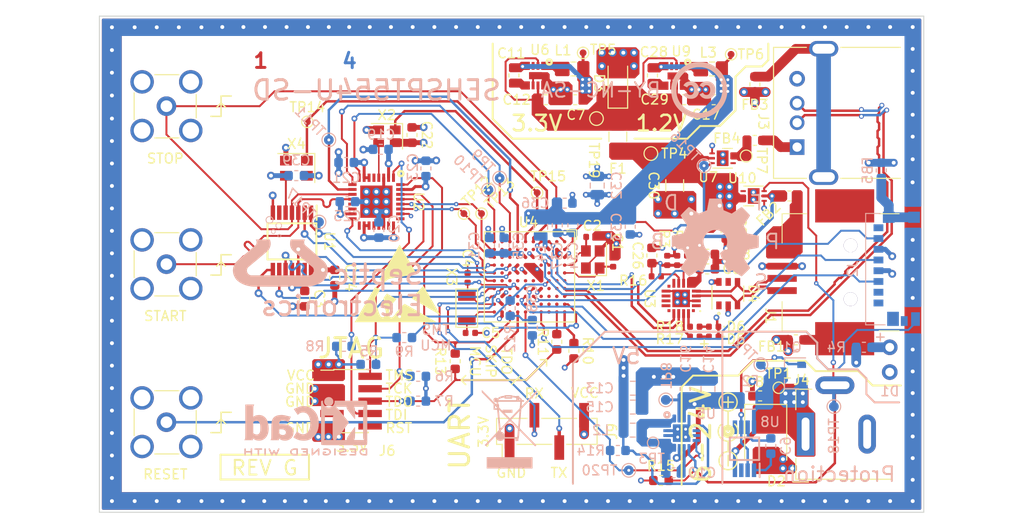
<source format=kicad_pcb>
(kicad_pcb (version 20171130) (host pcbnew "(5.1.6)-1")
  (layers (0 F.Cu signal) (1 In1.Cu power) (2 In2.Cu power) (31 B.Cu signal) (34 B.Paste user hide) (35 F.Paste user hide) (36 B.SilkS user) (37 F.SilkS user) (38 B.Mask user) (39 F.Mask user) (44 Edge.Cuts user))
  (net 0 "")
  (net 1 RST)
  (net 2 GND)
  (net 3 SCLK)
  (net 4 CSB)
  (net 5 DIN)
  (net 6 DOUT)
  (net 7 INTB)
  (net 8 TDC_TRIG)
  (net 9 TDC_EN)
  (net 10 USB_VBUS)
  (net 11 ~MCU_RST)
  (net 12 "Net-(Q1-Pad1)")
  (net 13 "Net-(L1-Pad2)")
  (net 14 T_RESET)
  (net 15 TDI)
  (net 16 TDO)
  (net 17 TCK)
  (net 18 TMS)
  (net 19 PROGRAM)
  (net 20 EXT_VCC)
  (net 21 VSW)
  (net 22 EXT_PWR_IN)
  (net 23 TDC_OSC_EN)
  (net 24 CLK+)
  (net 25 CLK-)
  (net 26 "Net-(FB1-Pad1)")
  (net 27 "Net-(FB2-Pad1)")
  (net 28 "Net-(FB5-Pad1)")
  (net 29 ~OC_PROT_EN)
  (net 30 USB_PWR_OUT)
  (net 31 HFXTAL_P)
  (net 32 HFXTAL_N)
  (net 33 TDC_OSC)
  (net 34 DN1_D+)
  (net 35 DN1_D-)
  (net 36 DN2_D+)
  (net 37 DN2_D-)
  (net 38 MAIN_OSC_EN)
  (net 39 FPGA_RST)
  (net 40 Z_FPGA)
  (net 41 SHIFTCLK)
  (net 42 SHIFTDATA)
  (net 43 START)
  (net 44 STOP)
  (net 45 "Net-(C9-Pad1)")
  (net 46 "Net-(U1-Pad6)")
  (net 47 EXT_PWR_EN)
  (net 48 EXT_PWR_PROT)
  (net 49 "Net-(FB4-Pad1)")
  (net 50 TDIO)
  (net 51 "Net-(U8-Pad5)")
  (net 52 "Net-(U8-Pad3)")
  (net 53 +1V2)
  (net 54 +3V3)
  (net 55 "Net-(C38-Pad1)")
  (net 56 "Net-(L3-Pad2)")
  (net 57 "Net-(U6-Pad3)")
  (net 58 "Net-(C3-Pad1)")
  (net 59 "Net-(C9-Pad2)")
  (net 60 "Net-(C10-Pad1)")
  (net 61 "Net-(D1-Pad2)")
  (net 62 "Net-(U2-Pad13)")
  (net 63 "Net-(U2-Pad14)")
  (net 64 "Net-(U2-Pad17)")
  (net 65 "Net-(U2-Pad20)")
  (net 66 "Net-(U2-Pad21)")
  (net 67 "Net-(U2-Pad23)")
  (net 68 "Net-(U3-Pad15)")
  (net 69 "Net-(U3-Pad11)")
  (net 70 "Net-(U4-PadD2)")
  (net 71 "Net-(U4-PadE2)")
  (net 72 "Net-(U4-PadF2)")
  (net 73 "Net-(U4-PadG2)")
  (net 74 "Net-(U4-PadH2)")
  (net 75 "Net-(U4-PadJ2)")
  (net 76 "Net-(U4-PadC3)")
  (net 77 "Net-(U4-PadD3)")
  (net 78 "Net-(U4-PadG3)")
  (net 79 "Net-(U4-PadH3)")
  (net 80 "Net-(U4-PadJ3)")
  (net 81 "Net-(U4-PadB4)")
  (net 82 "Net-(U4-PadD4)")
  (net 83 "Net-(U4-PadJ4)")
  (net 84 "Net-(U4-PadC5)")
  (net 85 "Net-(U4-PadJ5)")
  (net 86 "Net-(U4-PadF6)")
  (net 87 "Net-(U4-PadG6)")
  (net 88 "Net-(U4-PadH6)")
  (net 89 "Net-(U4-PadJ6)")
  (net 90 "Net-(U4-PadF7)")
  (net 91 "Net-(U4-PadD8)")
  (net 92 "Net-(U4-PadG8)")
  (net 93 "Net-(U4-PadH8)")
  (net 94 "Net-(U4-PadD9)")
  (net 95 "Net-(U4-PadE9)")
  (net 96 "Net-(U4-PadF9)")
  (net 97 "Net-(U5-Pad7)")
  (net 98 "Net-(U5-Pad6)")
  (net 99 "Net-(U7-Pad4)")
  (net 100 "Net-(U9-Pad3)")
  (net 101 USB_VBUS_F)
  (net 102 "Net-(U4-PadC9)")
  (net 103 "Net-(L4-Pad1)")
  (net 104 "Net-(C11-Pad2)")
  (net 105 "Net-(C28-Pad2)")
  (net 106 "Net-(C31-Pad1)")
  (net 107 "Net-(U4-PadC10)")
  (net 108 "Net-(U4-PadE10)")
  (net 109 MCDA1)
  (net 110 MCDA0)
  (net 111 MCCK)
  (net 112 MCCDA)
  (net 113 MCDA3)
  (net 114 MCDA2)
  (net 115 "Net-(U4-PadB5)")
  (net 116 "Net-(U4-PadB6)")
  (net 117 "Net-(U4-PadC7)")
  (net 118 "Net-(U4-PadB8)")
  (net 119 "Net-(U4-PadC8)")
  (net 120 "Net-(U4-PadB9)")
  (net 121 "Net-(U4-PadH9)")
  (net 122 "Net-(U4-PadJ1)")
  (net 123 "Net-(U4-PadA6)")
  (net 124 "Net-(U4-PadG9)")
  (net 125 "Net-(J6-Pad7)")
  (net 126 mSD_DET)
  (net 127 USB_VBUS_IN)
  (net 128 "Net-(U10-Pad4)")
  (net 129 "Net-(U2-Pad5)")
  (net 130 EXT_PWR_GD)
  (net 131 MAIN_OSC)
  (net 132 "Net-(FB3-Pad1)")
  (net 133 XOUT32)
  (net 134 XIN32)
  (net 135 UART0_RX)
  (net 136 UART0_TX)
  (net 137 CP_SUSP)
  (net 138 CP_WKUP)
  (net 139 USB_VBUS_SENSE)
  (net 140 UART1_RX)
  (net 141 UART1_TX)
  (net 142 "Net-(R9-Pad2)")
  (net 143 "Net-(R10-Pad1)")
  (net 144 "Net-(R11-Pad2)")
  (net 145 "Net-(U3-Pad16)")
  (net 146 "Net-(U3-Pad10)")
  (net 147 "Net-(U3-Pad2)")
  (net 148 "Net-(U3-Pad1)")
  (net 149 "Net-(D4-Pad5)")
  (net 150 "Net-(D4-Pad1)")
  (net 151 "Net-(U4-PadB7)")
  (net 152 "Net-(D5-Pad2)")
  (net 153 "Net-(D6-Pad2)")
  (net 154 "Net-(R16-Pad2)")
  (net 155 RXT)
  (net 156 TXT)
  (module "Selfmade Stuff:SOT-26" (layer F.Cu) (at 153.289 80.4418 90)
    (fp_text reference D4 (at 0 2.5908 270 unlocked) (layer F.SilkS))
    (fp_text value D1213A-02SO-7)
    (pad 4 smd rect (at 1.2062 0.9348 180) (size 0.55 0.8) (layers F.Cu F.Paste F.Mask) (net 35 DN1_D-))
    (pad 3 smd rect (at -1.1938 0.9348 180) (size 0.55 0.8) (layers F.Cu F.Paste F.Mask) (net 34 DN1_D+))
    (pad 5 smd rect (at 1.2062 -0.0152 180) (size 0.55 0.8) (layers F.Cu F.Paste F.Mask) (net 149 "Net-(D4-Pad5)"))
    (pad 2 smd rect (at -1.1938 -0.0152 180) (size 0.55 0.8) (layers F.Cu F.Paste F.Mask) (net 2 GND))
    (pad 6 smd rect (at 1.2062 -0.9652 180) (size 0.55 0.8) (layers F.Cu F.Paste F.Mask) (net 54 +3V3))
    (pad 1 smd rect (at -1.1938 -0.9652 180) (size 0.55 0.8) (layers F.Cu F.Paste F.Mask) (net 150 "Net-(D4-Pad1)"))
  )
  (module Connector_USB:USB_A_Molex_67643_Horizontal (layer F.Cu) (at 160.3248 65.4304 90)
    (fp_text reference J3 (at 2.6162 -3.4544 270 unlocked) (layer F.SilkS))
    (fp_text value USB_A)
    (pad 4 thru_hole circle (at 7 0 90) (size 1.6 1.6) (drill 0.95) (layers *.Cu *.Mask) (net 2 GND))
    (pad 3 thru_hole circle (at 4.5 0 90) (size 1.5 1.5) (drill 0.95) (layers *.Cu *.Mask) (net 36 DN2_D+))
    (pad 2 thru_hole circle (at 2.5 0 90) (size 1.5 1.5) (drill 0.95) (layers *.Cu *.Mask) (net 37 DN2_D-))
    (pad 1 thru_hole rect (at 0 0 90) (size 1.6 1.5) (drill 0.95) (layers *.Cu *.Mask) (net 49 "Net-(FB4-Pad1)"))
    (pad 5 thru_hole oval (at 10.07 2.71 90) (size 1.6 3) (drill oval 1 2.3) (layers *.Cu *.Mask) (net 132 "Net-(FB3-Pad1)"))
    (pad 5 thru_hole oval (at -3.07 2.71 90) (size 1.6 3) (drill oval 1 2.3) (layers *.Cu *.Mask) (net 132 "Net-(FB3-Pad1)"))
  )
  (module SamacSys_Parts:KUSBEXSMTBS1NBTR (layer F.Cu) (at 166.0398 78.2474 90)
    (fp_text reference J1 (at -4.4804 -8.4438 270 unlocked) (layer F.SilkS))
    (fp_text value USB_B hide)
    (pad 5 smd rect (at -6.8 -0.85 90) (size 3.4 6.04) (layers F.Cu F.Paste F.Mask) (net 26 "Net-(FB1-Pad1)"))
    (pad 6 smd rect (at 6.8 -0.85 90) (size 3.4 6.04) (layers F.Cu F.Paste F.Mask))
    (pad MH2 thru_hole circle (at -2.75 -0.25 90) (size 1.4 1.4) (drill 1.4) (layers *.Cu *.Mask))
    (pad MH1 thru_hole circle (at 2.75 -0.25 90) (size 1.4 1.4) (drill 1.4) (layers *.Cu *.Mask))
    (pad 4 smd rect (at 0.625 -7.25 90) (size 0.7 3) (layers F.Cu F.Paste F.Mask) (net 2 GND))
    (pad 3 smd rect (at -1.875 -7.25 90) (size 0.7 3) (layers F.Cu F.Paste F.Mask) (net 34 DN1_D+))
    (pad 2 smd rect (at -0.625 -7.25 90) (size 0.7 3) (layers F.Cu F.Paste F.Mask) (net 35 DN1_D-))
    (pad 1 smd rect (at 1.875 -7.25 90) (size 0.7 3) (layers F.Cu F.Paste F.Mask) (net 27 "Net-(FB2-Pad1)"))
  )
  (module Connector_BarrelJack:BarrelJack_Wuerth_6941xx301002 (layer F.Cu) (at 161.1884 94.8182 90)
    (fp_text reference J4 (at 5.5372 -0.4064 unlocked) (layer F.SilkS))
    (fp_text value Barrel_Jack_Switch)
    (pad 1 thru_hole rect (at 0 0 90) (size 4.4 1.8) (drill oval 3.4 0.8) (layers *.Cu *.Mask) (net 22 EXT_PWR_IN))
    (pad 2 thru_hole oval (at 0 6.3 90) (size 4 1.8) (drill oval 3 0.8) (layers *.Cu *.Mask) (net 2 GND))
    (pad 3 thru_hole oval (at 5.0038 2.9972 180) (size 4 1.8) (drill oval 3 0.8) (layers *.Cu *.Mask) (net 47 EXT_PWR_EN))
  )
  (module "Selfmade Stuff:TestPoint_Pad_D0.7mm" (layer F.Cu) (at 158.4452 90.0684)
    (fp_text reference TP1 (at 0 -1.448) (layer F.SilkS))
    (fp_text value TestPoint_Alt)
    (pad 1 smd circle (at 0 0) (size 0.7 0.7) (layers F.Cu F.Mask) (net 22 EXT_PWR_IN))
  )
  (module Crystal:Crystal_SMD_3215-2Pin_3.2x1.5mm (layer F.Cu) (at 126.5428 81.915 90)
    (fp_text reference X3 (at 3.2004 -1.5748 270 unlocked) (layer F.SilkS))
    (fp_text value Crystal)
    (pad 2 smd rect (at -1.25 0 90) (size 1 1.8) (layers F.Cu F.Paste F.Mask) (net 134 XIN32))
    (pad 1 smd rect (at 1.25 0 90) (size 1 1.8) (layers F.Cu F.Paste F.Mask) (net 133 XOUT32))
  )
  (module Resistor_SMD:R_0402_1005Metric (layer F.Cu) (at 149.86 83.82)
    (fp_text reference R18 (at -2.5654 0) (layer F.SilkS))
    (fp_text value 1k)
    (pad 2 smd roundrect (at 0.485 0) (size 0.59 0.64) (layers F.Cu F.Paste F.Mask) (net 153 "Net-(D6-Pad2)"))
    (pad 1 smd roundrect (at -0.485 0) (size 0.59 0.64) (layers F.Cu F.Paste F.Mask) (net 156 TXT))
  )
  (module Resistor_SMD:R_0402_1005Metric (layer F.Cu) (at 149.8576 84.836)
    (fp_text reference R17 (at -2.563 0.254) (layer F.SilkS))
    (fp_text value 1k)
    (pad 2 smd roundrect (at 0.485 0) (size 0.59 0.64) (layers F.Cu F.Paste F.Mask) (net 152 "Net-(D5-Pad2)"))
    (pad 1 smd roundrect (at -0.485 0) (size 0.59 0.64) (layers F.Cu F.Paste F.Mask) (net 155 RXT))
  )
  (module Resistor_SMD:R_0402_1005Metric (layer F.Cu) (at 145.923 78.6638)
    (fp_text reference R16 (at -2.3622 0.4318) (layer F.SilkS))
    (fp_text value 1k)
    (pad 2 smd roundrect (at 0.485 0) (size 0.59 0.64) (layers F.Cu F.Paste F.Mask) (net 154 "Net-(R16-Pad2)"))
    (pad 1 smd roundrect (at -0.485 0) (size 0.59 0.64) (layers F.Cu F.Paste F.Mask) (net 139 USB_VBUS_SENSE))
  )
  (module LED_SMD:LED_0402_1005Metric (layer F.Cu) (at 151.7904 83.82 180)
    (fp_text reference D6 (at -2.286 0) (layer F.SilkS))
    (fp_text value Red)
    (pad 2 smd roundrect (at 0.485 0 180) (size 0.59 0.64) (layers F.Cu F.Paste F.Mask) (net 153 "Net-(D6-Pad2)"))
    (pad 1 smd roundrect (at -0.485 0 180) (size 0.59 0.64) (layers F.Cu F.Paste F.Mask) (net 2 GND))
  )
  (module LED_SMD:LED_0402_1005Metric (layer F.Cu) (at 151.7904 84.836 180)
    (fp_text reference D5 (at -2.286 -0.254) (layer F.SilkS))
    (fp_text value Red)
    (pad 2 smd roundrect (at 0.485 0 180) (size 0.59 0.64) (layers F.Cu F.Paste F.Mask) (net 152 "Net-(D5-Pad2)"))
    (pad 1 smd roundrect (at -0.485 0 180) (size 0.59 0.64) (layers F.Cu F.Paste F.Mask) (net 2 GND))
  )
  (module "Selfmade Stuff:CP2102NA02GQFN20" (layer F.Cu) (at 148.463 80.9244 180)
    (fp_text reference U3 (at 3.2258 0 270 unlocked) (layer F.SilkS))
    (fp_text value CP2102N-A02-GQFN20R hide)
    (pad 1 smd rect (at -1.25 -1.25 180) (size 0.3 0.3) (layers F.Cu F.Paste F.Mask) (net 148 "Net-(U3-Pad1)"))
    (pad 2 smd rect (at -1.55 -0.75 270) (size 0.3 0.9) (layers F.Cu F.Paste F.Mask) (net 147 "Net-(U3-Pad2)"))
    (pad 3 smd rect (at -1.55 -0.25 270) (size 0.3 0.9) (layers F.Cu F.Paste F.Mask) (net 2 GND))
    (pad 4 smd rect (at -1.55 0.25 270) (size 0.3 0.9) (layers F.Cu F.Paste F.Mask) (net 34 DN1_D+))
    (pad 5 smd rect (at -1.55 0.75 270) (size 0.3 0.9) (layers F.Cu F.Paste F.Mask) (net 35 DN1_D-))
    (pad 6 smd rect (at -1.25 1.25 180) (size 0.3 0.3) (layers F.Cu F.Paste F.Mask) (net 54 +3V3))
    (pad 7 smd rect (at -0.75 1.55 180) (size 0.3 0.9) (layers F.Cu F.Paste F.Mask) (net 54 +3V3))
    (pad 8 smd rect (at -0.25 1.55 180) (size 0.3 0.9) (layers F.Cu F.Paste F.Mask) (net 139 USB_VBUS_SENSE))
    (pad 9 smd rect (at 0.25 1.55 180) (size 0.3 0.9) (layers F.Cu F.Paste F.Mask) (net 154 "Net-(R16-Pad2)"))
    (pad 10 smd rect (at 0.75 1.55 180) (size 0.3 0.9) (layers F.Cu F.Paste F.Mask) (net 146 "Net-(U3-Pad10)"))
    (pad 11 smd rect (at 1.25 1.25 180) (size 0.3 0.3) (layers F.Cu F.Paste F.Mask) (net 69 "Net-(U3-Pad11)"))
    (pad 12 smd rect (at 1.55 0.75 270) (size 0.3 0.9) (layers F.Cu F.Paste F.Mask) (net 2 GND))
    (pad 13 smd rect (at 1.55 0.25 270) (size 0.3 0.9) (layers F.Cu F.Paste F.Mask) (net 138 CP_WKUP))
    (pad 14 smd rect (at 1.55 -0.25 270) (size 0.3 0.9) (layers F.Cu F.Paste F.Mask) (net 137 CP_SUSP))
    (pad 15 smd rect (at 1.55 -0.75 270) (size 0.3 0.9) (layers F.Cu F.Paste F.Mask) (net 68 "Net-(U3-Pad15)"))
    (pad 16 smd rect (at 1.25 -1.25 180) (size 0.3 0.3) (layers F.Cu F.Paste F.Mask) (net 145 "Net-(U3-Pad16)"))
    (pad 17 smd rect (at 0.75 -1.55 180) (size 0.3 0.9) (layers F.Cu F.Paste F.Mask) (net 141 UART1_TX))
    (pad 18 smd rect (at 0.25 -1.55 180) (size 0.3 0.9) (layers F.Cu F.Paste F.Mask) (net 140 UART1_RX))
    (pad 19 smd rect (at -0.25 -1.55 180) (size 0.3 0.9) (layers F.Cu F.Paste F.Mask) (net 155 RXT))
    (pad 20 smd rect (at -0.75 -1.55 180) (size 0.3 0.9) (layers F.Cu F.Paste F.Mask) (net 156 TXT))
    (pad 21 smd rect (at 0 0 270) (size 1.8 1.8) (layers F.Cu F.Paste F.Mask) (net 2 GND))
  )
  (module Capacitor_SMD:C_0603_1608Metric (layer F.Cu) (at 145.4658 76.5302 270)
    (fp_text reference C26 (at 0 1.4478 270 unlocked) (layer F.SilkS))
    (fp_text value 100n)
    (pad 2 smd roundrect (at 0.7875 0 270) (size 0.875 0.95) (layers F.Cu F.Paste F.Mask) (net 139 USB_VBUS_SENSE))
    (pad 1 smd roundrect (at -0.7875 0 270) (size 0.875 0.95) (layers F.Cu F.Paste F.Mask) (net 2 GND))
  )
  (module Resistor_SMD:R_0603_1608Metric (layer F.Cu) (at 137.4902 86.2837 270)
    (fp_text reference R10 (at 0 -1.43 270 unlocked) (layer F.SilkS))
    (fp_text value 0R)
    (pad 2 smd roundrect (at 0.7875 0 270) (size 0.875 0.95) (layers F.Cu F.Paste F.Mask) (net 54 +3V3))
    (pad 1 smd roundrect (at -0.7875 0 270) (size 0.875 0.95) (layers F.Cu F.Paste F.Mask) (net 143 "Net-(R10-Pad1)"))
  )
  (module Capacitor_SMD:C_0603_1608Metric (layer F.Cu) (at 151.13 77.9018 180)
    (fp_text reference C6 (at -2.5146 0 unlocked) (layer F.SilkS))
    (fp_text value 4µ7)
    (pad 2 smd roundrect (at 0.7875 0 180) (size 0.875 0.95) (layers F.Cu F.Paste F.Mask) (net 54 +3V3))
    (pad 1 smd roundrect (at -0.7875 0 180) (size 0.875 0.95) (layers F.Cu F.Paste F.Mask) (net 2 GND))
  )
  (module Symbol:ESD-Logo_8.9x8mm_SilkScreen (layer F.Cu) (at 119.4562 79.375)
    (fp_text reference REF** hide)
    (fp_text value ESD-Logo_8.9x8mm_SilkScreen hide)
  )
  (module Resistor_SMD:R_0603_1608Metric (layer F.Cu) (at 125.349 87.3506 90)
    (fp_text reference R13 (at 0 -1.524 270 unlocked) (layer F.SilkS))
    (fp_text value 0R)
    (pad 2 smd roundrect (at 0.7875 0 90) (size 0.875 0.95) (layers F.Cu F.Paste F.Mask) (net 50 TDIO))
    (pad 1 smd roundrect (at -0.7875 0 90) (size 0.875 0.95) (layers F.Cu F.Paste F.Mask) (net 16 TDO))
  )
  (module "Selfmade Stuff:TestPoint_Pad_D0.7mm" (layer B.Cu) (at 145.5928 95.7072)
    (fp_text reference TP3 (at -0.1524 1.6256) (layer B.SilkS) (effects (justify mirror)))
    (fp_text value TestPoint_Alt)
    (pad 1 smd circle (at 0 0) (size 0.7 0.7) (layers B.Cu B.Mask) (net 21 VSW))
  )
  (module Crystal:Crystal_SMD_2520-4Pin_2.5x2.0mm (layer F.Cu) (at 139.4206 76.9366 90)
    (fp_text reference X1 (at -2.6924 0.3048 180) (layer F.SilkS))
    (fp_text value Crystal_16MHz)
    (pad 4 smd rect (at -0.875 -0.7 90) (size 1.15 1) (layers F.Cu F.Paste F.Mask) (net 2 GND))
    (pad 3 smd rect (at 0.875 -0.7 90) (size 1.15 1) (layers F.Cu F.Paste F.Mask) (net 31 HFXTAL_P))
    (pad 2 smd rect (at 0.875 0.7 90) (size 1.15 1) (layers F.Cu F.Paste F.Mask) (net 2 GND))
    (pad 1 smd rect (at -0.875 0.7 90) (size 1.15 1) (layers F.Cu F.Paste F.Mask) (net 32 HFXTAL_N))
  )
  (module "Selfmade Stuff:475710001" (layer B.Cu) (at 167.3352 77.9272 270)
    (fp_text reference J2 (at -0.0254 1.3208 270) (layer B.SilkS) (effects (justify mirror)))
    (fp_text value Micro_SD_Card hide)
    (pad 8 smd rect (at -4.237 -1.31 270) (size 0.7 1) (layers B.Cu B.Paste B.Mask) (net 109 MCDA1))
    (pad 7 smd rect (at -3.137 -1.31 270) (size 0.7 1) (layers B.Cu B.Paste B.Mask) (net 110 MCDA0))
    (pad 6 smd rect (at -2.037 -1.31 270) (size 0.7 1) (layers B.Cu B.Paste B.Mask) (net 2 GND))
    (pad 5 smd rect (at -0.937 -1.31 270) (size 0.7 1) (layers B.Cu B.Paste B.Mask) (net 111 MCCK))
    (pad 4 smd rect (at 0.163 -1.31 270) (size 0.7 1) (layers B.Cu B.Paste B.Mask) (net 54 +3V3))
    (pad 3 smd rect (at 1.263 -1.31 270) (size 0.7 1) (layers B.Cu B.Paste B.Mask) (net 112 MCCDA))
    (pad 2 smd rect (at 2.363 -1.31 270) (size 0.7 1) (layers B.Cu B.Paste B.Mask) (net 113 MCDA3))
    (pad 1 smd rect (at 3.463 -1.31 270) (size 0.7 1) (layers B.Cu B.Paste B.Mask) (net 114 MCDA2))
    (pad G5 smd rect (at 5.113 -5.1 180) (size 0.9 1.4) (layers B.Cu B.Paste B.Mask) (net 126 mSD_DET))
    (pad G4 smd rect (at 5.313 -3.95 180) (size 0.7 1) (layers B.Cu B.Paste B.Mask))
    (pad G3 smd rect (at 5.088 -2.8 180) (size 1.2 1.45) (layers B.Cu B.Paste B.Mask))
    (pad 9 smd rect (at -5.312 -4.95 270) (size 1.15 1.2) (layers B.Cu B.Paste B.Mask) (net 28 "Net-(FB5-Pad1)"))
    (pad 9 smd rect (at -5.312 -2.36 270) (size 1.15 1.2) (layers B.Cu B.Paste B.Mask) (net 28 "Net-(FB5-Pad1)"))
  )
  (module LED_THT:LED_D3.0mm (layer F.Cu) (at 169.799 88.4682 90)
    (fp_text reference D1 (at -1.9558 0 unlocked) (layer B.SilkS) (effects (justify mirror)))
    (fp_text value LED)
    (pad 2 thru_hole circle (at 2.54 0 90) (size 1.6 1.6) (drill 0.9) (layers *.Cu *.Mask) (net 61 "Net-(D1-Pad2)"))
    (pad 1 thru_hole circle (at 0 0 90) (size 1.6 1.6) (drill 0.9) (layers *.Cu *.Mask) (net 2 GND))
  )
  (module Connector_Coaxial:SMA_Molex_73251-2200_Horizontal (layer F.Cu) (at 95.8088 61.2394 90)
    (fp_text reference J8 hide)
    (fp_text value Conn_Coaxial)
    (pad 2 thru_hole circle (at -2.4892 2.4892 90) (size 2.4 2.4) (drill 1.7) (layers *.Cu *.Mask) (net 2 GND))
    (pad 2 thru_hole circle (at -2.4892 -2.4892 90) (size 2.4 2.4) (drill 1.7) (layers *.Cu *.Mask) (net 2 GND))
    (pad 2 thru_hole circle (at 2.4892 -2.4892 90) (size 2.4 2.4) (drill 1.7) (layers *.Cu *.Mask) (net 2 GND))
    (pad 2 thru_hole circle (at 2.4892 2.4892 90) (size 2.4 2.4) (drill 1.7) (layers *.Cu *.Mask) (net 2 GND))
    (pad 1 thru_hole circle (at 0 0 90) (size 2 2) (drill 1.2) (layers *.Cu *.Mask) (net 44 STOP))
  )
  (module Connector_Coaxial:SMA_Molex_73251-2200_Horizontal (layer F.Cu) (at 95.8088 77.4192 90)
    (fp_text reference J7 hide)
    (fp_text value Conn_Coaxial)
    (pad 2 thru_hole circle (at -2.4892 2.4892 90) (size 2.4 2.4) (drill 1.7) (layers *.Cu *.Mask) (net 2 GND))
    (pad 2 thru_hole circle (at -2.4892 -2.4892 90) (size 2.4 2.4) (drill 1.7) (layers *.Cu *.Mask) (net 2 GND))
    (pad 2 thru_hole circle (at 2.4892 -2.4892 90) (size 2.4 2.4) (drill 1.7) (layers *.Cu *.Mask) (net 2 GND))
    (pad 2 thru_hole circle (at 2.4892 2.4892 90) (size 2.4 2.4) (drill 1.7) (layers *.Cu *.Mask) (net 2 GND))
    (pad 1 thru_hole circle (at 0 0 90) (size 2 2) (drill 1.2) (layers *.Cu *.Mask) (net 43 START))
  )
  (module Connector_Coaxial:SMA_Molex_73251-2200_Horizontal (layer F.Cu) (at 95.8088 93.599 90)
    (fp_text reference J5 hide)
    (fp_text value Conn_Coaxial)
    (pad 2 thru_hole circle (at -2.4892 2.4892 90) (size 2.4 2.4) (drill 1.7) (layers *.Cu *.Mask) (net 2 GND))
    (pad 2 thru_hole circle (at -2.4892 -2.4892 90) (size 2.4 2.4) (drill 1.7) (layers *.Cu *.Mask) (net 2 GND))
    (pad 2 thru_hole circle (at 2.4892 -2.4892 90) (size 2.4 2.4) (drill 1.7) (layers *.Cu *.Mask) (net 2 GND))
    (pad 2 thru_hole circle (at 2.4892 2.4892 90) (size 2.4 2.4) (drill 1.7) (layers *.Cu *.Mask) (net 2 GND))
    (pad 1 thru_hole circle (at 0 0 90) (size 2 2) (drill 1.2) (layers *.Cu *.Mask) (net 1 RST))
  )
  (module "Selfmade Stuff:CreativeCommons_CC_6mm" (layer B.Cu) (at 150.3172 59.6138 180)
    (fp_text reference G*** hide)
    (fp_text value LOGO hide)
  )
  (module Resistor_SMD:R_0603_1608Metric (layer B.Cu) (at 120.142 84.9376)
    (fp_text reference R9 (at 0 1.43) (layer B.SilkS) (effects (justify mirror)))
    (fp_text value 0R)
    (pad 2 smd roundrect (at 0.7875 0) (size 0.875 0.95) (layers B.Cu B.Paste B.Mask) (net 142 "Net-(R9-Pad2)"))
    (pad 1 smd roundrect (at -0.7875 0) (size 0.875 0.95) (layers B.Cu B.Paste B.Mask) (net 18 TMS))
  )
  (module Resistor_SMD:R_0603_1608Metric (layer F.Cu) (at 146.4056 99.568 180)
    (fp_text reference R15 (at 0 1.4986) (layer F.SilkS))
    (fp_text value 100k)
    (pad 2 smd roundrect (at 0.7875 0 180) (size 0.875 0.95) (layers F.Cu F.Paste F.Mask) (net 2 GND))
    (pad 1 smd roundrect (at -0.7875 0 180) (size 0.875 0.95) (layers F.Cu F.Paste F.Mask) (net 47 EXT_PWR_EN))
  )
  (module Resistor_SMD:R_0603_1608Metric (layer B.Cu) (at 141.986 96.4946)
    (fp_text reference R14 (at -2.7686 0) (layer B.SilkS) (effects (justify mirror)))
    (fp_text value 10k)
    (pad 2 smd roundrect (at 0.7875 0) (size 0.875 0.95) (layers B.Cu B.Paste B.Mask) (net 10 USB_VBUS))
    (pad 1 smd roundrect (at -0.7875 0) (size 0.875 0.95) (layers B.Cu B.Paste B.Mask) (net 130 EXT_PWR_GD))
  )
  (module Package_BGA:TFBGA-100_9.0x9.0mm_Layout10x10_P0.8mm (layer F.Cu) (at 132.9436 78.7146 270)
    (fp_text reference U4 (at -5.588 0.1016) (layer F.SilkS))
    (fp_text value ATSAM4SD32)
    (pad A1 smd circle (at -3.6 -3.6 270) (size 0.35 0.35) (layers F.Cu F.Paste F.Mask) (net 44 STOP))
    (pad B1 smd circle (at -3.6 -2.8 270) (size 0.35 0.35) (layers F.Cu F.Paste F.Mask))
    (pad C1 smd circle (at -3.6 -2 270) (size 0.35 0.35) (layers F.Cu F.Paste F.Mask) (net 140 UART1_RX))
    (pad D1 smd circle (at -3.6 -1.2 270) (size 0.35 0.35) (layers F.Cu F.Paste F.Mask) (net 141 UART1_TX))
    (pad E1 smd circle (at -3.6 -0.4 270) (size 0.35 0.35) (layers F.Cu F.Paste F.Mask) (net 23 TDC_OSC_EN))
    (pad F1 smd circle (at -3.6 0.4 270) (size 0.35 0.35) (layers F.Cu F.Paste F.Mask) (net 38 MAIN_OSC_EN))
    (pad G1 smd circle (at -3.6 1.2 270) (size 0.35 0.35) (layers F.Cu F.Paste F.Mask) (net 40 Z_FPGA))
    (pad H1 smd circle (at -3.6 2 270) (size 0.35 0.35) (layers F.Cu F.Paste F.Mask) (net 41 SHIFTCLK))
    (pad J1 smd circle (at -3.6 2.8 270) (size 0.35 0.35) (layers F.Cu F.Paste F.Mask) (net 122 "Net-(U4-PadJ1)"))
    (pad K1 smd circle (at -3.6 3.6 270) (size 0.35 0.35) (layers F.Cu F.Paste F.Mask) (net 42 SHIFTDATA))
    (pad A2 smd circle (at -2.8 -3.6 270) (size 0.35 0.35) (layers F.Cu F.Paste F.Mask) (net 29 ~OC_PROT_EN))
    (pad B2 smd circle (at -2.8 -2.8 270) (size 0.35 0.35) (layers F.Cu F.Paste F.Mask) (net 2 GND))
    (pad C2 smd circle (at -2.8 -2 270) (size 0.35 0.35) (layers F.Cu F.Paste F.Mask) (net 103 "Net-(L4-Pad1)"))
    (pad D2 smd circle (at -2.8 -1.2 270) (size 0.35 0.35) (layers F.Cu F.Paste F.Mask) (net 70 "Net-(U4-PadD2)"))
    (pad E2 smd circle (at -2.8 -0.4 270) (size 0.35 0.35) (layers F.Cu F.Paste F.Mask) (net 71 "Net-(U4-PadE2)"))
    (pad F2 smd circle (at -2.8 0.4 270) (size 0.35 0.35) (layers F.Cu F.Paste F.Mask) (net 72 "Net-(U4-PadF2)"))
    (pad G2 smd circle (at -2.8 1.2 270) (size 0.35 0.35) (layers F.Cu F.Paste F.Mask) (net 73 "Net-(U4-PadG2)"))
    (pad H2 smd circle (at -2.8 2 270) (size 0.35 0.35) (layers F.Cu F.Paste F.Mask) (net 74 "Net-(U4-PadH2)"))
    (pad J2 smd circle (at -2.8 2.8 270) (size 0.35 0.35) (layers F.Cu F.Paste F.Mask) (net 75 "Net-(U4-PadJ2)"))
    (pad K2 smd circle (at -2.8 3.6 270) (size 0.35 0.35) (layers F.Cu F.Paste F.Mask) (net 25 CLK-))
    (pad A3 smd circle (at -2 -3.6 270) (size 0.35 0.35) (layers F.Cu F.Paste F.Mask) (net 54 +3V3))
    (pad B3 smd circle (at -2 -2.8 270) (size 0.35 0.35) (layers F.Cu F.Paste F.Mask) (net 2 GND))
    (pad C3 smd circle (at -2 -2 270) (size 0.35 0.35) (layers F.Cu F.Paste F.Mask) (net 76 "Net-(U4-PadC3)"))
    (pad D3 smd circle (at -2 -1.2 270) (size 0.35 0.35) (layers F.Cu F.Paste F.Mask) (net 77 "Net-(U4-PadD3)"))
    (pad E3 smd circle (at -2 -0.4 270) (size 0.35 0.35) (layers F.Cu F.Paste F.Mask) (net 54 +3V3))
    (pad F3 smd circle (at -2 0.4 270) (size 0.35 0.35) (layers F.Cu F.Paste F.Mask) (net 106 "Net-(C31-Pad1)"))
    (pad G3 smd circle (at -2 1.2 270) (size 0.35 0.35) (layers F.Cu F.Paste F.Mask) (net 78 "Net-(U4-PadG3)"))
    (pad H3 smd circle (at -2 2 270) (size 0.35 0.35) (layers F.Cu F.Paste F.Mask) (net 79 "Net-(U4-PadH3)"))
    (pad J3 smd circle (at -2 2.8 270) (size 0.35 0.35) (layers F.Cu F.Paste F.Mask) (net 80 "Net-(U4-PadJ3)"))
    (pad K3 smd circle (at -2 3.6 270) (size 0.35 0.35) (layers F.Cu F.Paste F.Mask) (net 24 CLK+))
    (pad A4 smd circle (at -1.2 -3.6 270) (size 0.35 0.35) (layers F.Cu F.Paste F.Mask) (net 31 HFXTAL_P))
    (pad B4 smd circle (at -1.2 -2.8 270) (size 0.35 0.35) (layers F.Cu F.Paste F.Mask) (net 81 "Net-(U4-PadB4)"))
    (pad C4 smd circle (at -1.2 -2 270) (size 0.35 0.35) (layers F.Cu F.Paste F.Mask) (net 139 USB_VBUS_SENSE))
    (pad D4 smd circle (at -1.2 -1.2 270) (size 0.35 0.35) (layers F.Cu F.Paste F.Mask) (net 82 "Net-(U4-PadD4)"))
    (pad E4 smd circle (at -1.2 -0.4 270) (size 0.35 0.35) (layers F.Cu F.Paste F.Mask) (net 2 GND))
    (pad F4 smd circle (at -1.2 0.4 270) (size 0.35 0.35) (layers F.Cu F.Paste F.Mask) (net 2 GND))
    (pad G4 smd circle (at -1.2 1.2 270) (size 0.35 0.35) (layers F.Cu F.Paste F.Mask) (net 53 +1V2))
    (pad H4 smd circle (at -1.2 2 270) (size 0.35 0.35) (layers F.Cu F.Paste F.Mask) (net 3 SCLK))
    (pad J4 smd circle (at -1.2 2.8 270) (size 0.35 0.35) (layers F.Cu F.Paste F.Mask) (net 83 "Net-(U4-PadJ4)"))
    (pad K4 smd circle (at -1.2 3.6 270) (size 0.35 0.35) (layers F.Cu F.Paste F.Mask) (net 8 TDC_TRIG))
    (pad A5 smd circle (at -0.4 -3.6 270) (size 0.35 0.35) (layers F.Cu F.Paste F.Mask) (net 32 HFXTAL_N))
    (pad B5 smd circle (at -0.4 -2.8 270) (size 0.35 0.35) (layers F.Cu F.Paste F.Mask) (net 115 "Net-(U4-PadB5)"))
    (pad C5 smd circle (at -0.4 -2 270) (size 0.35 0.35) (layers F.Cu F.Paste F.Mask) (net 84 "Net-(U4-PadC5)"))
    (pad D5 smd circle (at -0.4 -1.2 270) (size 0.35 0.35) (layers F.Cu F.Paste F.Mask) (net 2 GND))
    (pad E5 smd circle (at -0.4 -0.4 270) (size 0.35 0.35) (layers F.Cu F.Paste F.Mask) (net 2 GND))
    (pad F5 smd circle (at -0.4 0.4 270) (size 0.35 0.35) (layers F.Cu F.Paste F.Mask) (net 54 +3V3))
    (pad G5 smd circle (at -0.4 1.2 270) (size 0.35 0.35) (layers F.Cu F.Paste F.Mask) (net 53 +1V2))
    (pad H5 smd circle (at -0.4 2 270) (size 0.35 0.35) (layers F.Cu F.Paste F.Mask) (net 5 DIN))
    (pad J5 smd circle (at -0.4 2.8 270) (size 0.35 0.35) (layers F.Cu F.Paste F.Mask) (net 85 "Net-(U4-PadJ5)"))
    (pad K5 smd circle (at -0.4 3.6 270) (size 0.35 0.35) (layers F.Cu F.Paste F.Mask) (net 39 FPGA_RST))
    (pad A6 smd circle (at 0.4 -3.6 270) (size 0.35 0.35) (layers F.Cu F.Paste F.Mask) (net 123 "Net-(U4-PadA6)"))
    (pad B6 smd circle (at 0.4 -2.8 270) (size 0.35 0.35) (layers F.Cu F.Paste F.Mask) (net 116 "Net-(U4-PadB6)"))
    (pad C6 smd circle (at 0.4 -2 270) (size 0.35 0.35) (layers F.Cu F.Paste F.Mask) (net 17 TCK))
    (pad D6 smd circle (at 0.4 -1.2 270) (size 0.35 0.35) (layers F.Cu F.Paste F.Mask) (net 2 GND))
    (pad E6 smd circle (at 0.4 -0.4 270) (size 0.35 0.35) (layers F.Cu F.Paste F.Mask) (net 11 ~MCU_RST))
    (pad F6 smd circle (at 0.4 0.4 270) (size 0.35 0.35) (layers F.Cu F.Paste F.Mask) (net 86 "Net-(U4-PadF6)"))
    (pad G6 smd circle (at 0.4 1.2 270) (size 0.35 0.35) (layers F.Cu F.Paste F.Mask) (net 87 "Net-(U4-PadG6)"))
    (pad H6 smd circle (at 0.4 2 270) (size 0.35 0.35) (layers F.Cu F.Paste F.Mask) (net 88 "Net-(U4-PadH6)"))
    (pad J6 smd circle (at 0.4 2.8 270) (size 0.35 0.35) (layers F.Cu F.Paste F.Mask) (net 89 "Net-(U4-PadJ6)"))
    (pad K6 smd circle (at 0.4 3.6 270) (size 0.35 0.35) (layers F.Cu F.Paste F.Mask) (net 9 TDC_EN))
    (pad A7 smd circle (at 1.2 -3.6 270) (size 0.35 0.35) (layers F.Cu F.Paste F.Mask) (net 36 DN2_D+))
    (pad B7 smd circle (at 1.2 -2.8 270) (size 0.35 0.35) (layers F.Cu F.Paste F.Mask) (net 151 "Net-(U4-PadB7)"))
    (pad C7 smd circle (at 1.2 -2 270) (size 0.35 0.35) (layers F.Cu F.Paste F.Mask) (net 117 "Net-(U4-PadC7)"))
    (pad D7 smd circle (at 1.2 -1.2 270) (size 0.35 0.35) (layers F.Cu F.Paste F.Mask) (net 53 +1V2))
    (pad E7 smd circle (at 1.2 -0.4 270) (size 0.35 0.35) (layers F.Cu F.Paste F.Mask) (net 111 MCCK))
    (pad F7 smd circle (at 1.2 0.4 270) (size 0.35 0.35) (layers F.Cu F.Paste F.Mask) (net 90 "Net-(U4-PadF7)"))
    (pad G7 smd circle (at 1.2 1.2 270) (size 0.35 0.35) (layers F.Cu F.Paste F.Mask) (net 6 DOUT))
    (pad H7 smd circle (at 1.2 2 270) (size 0.35 0.35) (layers F.Cu F.Paste F.Mask) (net 4 CSB))
    (pad J7 smd circle (at 1.2 2.8 270) (size 0.35 0.35) (layers F.Cu F.Paste F.Mask) (net 136 UART0_TX))
    (pad K7 smd circle (at 1.2 3.6 270) (size 0.35 0.35) (layers F.Cu F.Paste F.Mask) (net 7 INTB))
    (pad A8 smd circle (at 2 -3.6 270) (size 0.35 0.35) (layers F.Cu F.Paste F.Mask) (net 37 DN2_D-))
    (pad B8 smd circle (at 2 -2.8 270) (size 0.35 0.35) (layers F.Cu F.Paste F.Mask) (net 118 "Net-(U4-PadB8)"))
    (pad C8 smd circle (at 2 -2 270) (size 0.35 0.35) (layers F.Cu F.Paste F.Mask) (net 119 "Net-(U4-PadC8)"))
    (pad D8 smd circle (at 2 -1.2 270) (size 0.35 0.35) (layers F.Cu F.Paste F.Mask) (net 91 "Net-(U4-PadD8)"))
    (pad E8 smd circle (at 2 -0.4 270) (size 0.35 0.35) (layers F.Cu F.Paste F.Mask) (net 110 MCDA0))
    (pad F8 smd circle (at 2 0.4 270) (size 0.35 0.35) (layers F.Cu F.Paste F.Mask) (net 112 MCCDA))
    (pad G8 smd circle (at 2 1.2 270) (size 0.35 0.35) (layers F.Cu F.Paste F.Mask) (net 92 "Net-(U4-PadG8)"))
    (pad H8 smd circle (at 2 2 270) (size 0.35 0.35) (layers F.Cu F.Paste F.Mask) (net 93 "Net-(U4-PadH8)"))
    (pad J8 smd circle (at 2 2.8 270) (size 0.35 0.35) (layers F.Cu F.Paste F.Mask) (net 2 GND))
    (pad K8 smd circle (at 2 3.6 270) (size 0.35 0.35) (layers F.Cu F.Paste F.Mask) (net 135 UART0_RX))
    (pad A9 smd circle (at 2.8 -3.6 270) (size 0.35 0.35) (layers F.Cu F.Paste F.Mask) (net 142 "Net-(R9-Pad2)"))
    (pad B9 smd circle (at 2.8 -2.8 270) (size 0.35 0.35) (layers F.Cu F.Paste F.Mask) (net 120 "Net-(U4-PadB9)"))
    (pad C9 smd circle (at 2.8 -2 270) (size 0.35 0.35) (layers F.Cu F.Paste F.Mask) (net 102 "Net-(U4-PadC9)"))
    (pad D9 smd circle (at 2.8 -1.2 270) (size 0.35 0.35) (layers F.Cu F.Paste F.Mask) (net 94 "Net-(U4-PadD9)"))
    (pad E9 smd circle (at 2.8 -0.4 270) (size 0.35 0.35) (layers F.Cu F.Paste F.Mask) (net 95 "Net-(U4-PadE9)"))
    (pad F9 smd circle (at 2.8 0.4 270) (size 0.35 0.35) (layers F.Cu F.Paste F.Mask) (net 96 "Net-(U4-PadF9)"))
    (pad G9 smd circle (at 2.8 1.2 270) (size 0.35 0.35) (layers F.Cu F.Paste F.Mask) (net 124 "Net-(U4-PadG9)"))
    (pad H9 smd circle (at 2.8 2 270) (size 0.35 0.35) (layers F.Cu F.Paste F.Mask) (net 121 "Net-(U4-PadH9)"))
    (pad J9 smd circle (at 2.8 2.8 270) (size 0.35 0.35) (layers F.Cu F.Paste F.Mask) (net 53 +1V2))
    (pad K9 smd circle (at 2.8 3.6 270) (size 0.35 0.35) (layers F.Cu F.Paste F.Mask) (net 133 XOUT32))
    (pad A10 smd circle (at 3.6 -3.6 270) (size 0.35 0.35) (layers F.Cu F.Paste F.Mask) (net 143 "Net-(R10-Pad1)"))
    (pad B10 smd circle (at 3.6 -2.8 270) (size 0.35 0.35) (layers F.Cu F.Paste F.Mask) (net 144 "Net-(R11-Pad2)"))
    (pad C10 smd circle (at 3.6 -2 270) (size 0.35 0.35) (layers F.Cu F.Paste F.Mask) (net 107 "Net-(U4-PadC10)"))
    (pad D10 smd circle (at 3.6 -1.2 270) (size 0.35 0.35) (layers F.Cu F.Paste F.Mask) (net 126 mSD_DET))
    (pad E10 smd circle (at 3.6 -0.4 270) (size 0.35 0.35) (layers F.Cu F.Paste F.Mask) (net 108 "Net-(U4-PadE10)"))
    (pad F10 smd circle (at 3.6 0.4 270) (size 0.35 0.35) (layers F.Cu F.Paste F.Mask) (net 130 EXT_PWR_GD))
    (pad G10 smd circle (at 3.6 1.2 270) (size 0.35 0.35) (layers F.Cu F.Paste F.Mask) (net 1 RST))
    (pad H10 smd circle (at 3.6 2 270) (size 0.35 0.35) (layers F.Cu F.Paste F.Mask) (net 50 TDIO))
    (pad J10 smd circle (at 3.6 2.8 270) (size 0.35 0.35) (layers F.Cu F.Paste F.Mask) (net 54 +3V3))
    (pad K10 smd circle (at 3.6 3.6 270) (size 0.35 0.35) (layers F.Cu F.Paste F.Mask) (net 134 XIN32))
  )
  (module TestPoint:TestPoint_Pad_D1.0mm (layer F.Cu) (at 155.1178 66.3448)
    (fp_text reference TP7 (at 1.6002 0.4826 270 unlocked) (layer F.SilkS))
    (fp_text value TestPoint_Alt)
    (pad 1 smd circle (at 0 0) (size 0.8 0.8) (layers F.Cu F.Mask) (net 30 USB_PWR_OUT))
  )
  (module TestPoint:TestPoint_Pad_D1.0mm (layer F.Cu) (at 145.3642 66.0908)
    (fp_text reference TP4 (at 2.3876 0) (layer F.SilkS))
    (fp_text value TestPoint_Alt)
    (pad 1 smd circle (at 0 0) (size 1 1) (layers F.Cu F.Mask) (net 10 USB_VBUS))
  )
  (module TestPoint:TestPoint_Pad_D1.0mm (layer F.Cu) (at 139.8016 62.5094)
    (fp_text reference TP19 (at -0.254 4.2926 270 unlocked) (layer F.SilkS))
    (fp_text value TestPoint_Alt)
    (pad 1 smd circle (at 0 0) (size 1 1) (layers F.Cu F.Mask) (net 101 USB_VBUS_F))
  )
  (module TestPoint:TestPoint_Pad_D1.0mm (layer B.Cu) (at 150.7998 67.3354)
    (fp_text reference TP16 (at -1.9558 -1.9812 -45) (layer B.SilkS) (effects (justify mirror)))
    (fp_text value TestPoint_Alt)
    (pad 1 smd circle (at 0 0) (size 1 1) (layers B.Cu B.Mask) (net 29 ~OC_PROT_EN))
  )
  (module TestPoint:TestPoint_Pad_D1.0mm (layer B.Cu) (at 112.4204 64.6938)
    (fp_text reference TP11 (at -1.9304 -1.9304 -45) (layer B.SilkS) (effects (justify mirror)))
    (fp_text value TestPoint_Alt)
    (pad 1 smd circle (at 0 0) (size 1 1) (layers B.Cu B.Mask) (net 40 Z_FPGA))
  )
  (module TestPoint:TestPoint_Pad_D1.0mm (layer B.Cu) (at 129.8956 68.6054 270)
    (fp_text reference TP9 (at -1.7526 1.7272 315 unlocked) (layer B.SilkS) (effects (justify mirror)))
    (fp_text value TestPoint_Alt)
    (pad 1 smd circle (at 0 0 270) (size 1 1) (layers B.Cu B.Mask) (net 41 SHIFTCLK))
  )
  (module TestPoint:TestPoint_Pad_D1.0mm (layer B.Cu) (at 128.7526 69.8246)
    (fp_text reference TP10 (at -2.0574 -2.0574 -45 unlocked) (layer B.SilkS) (effects (justify mirror)))
    (fp_text value TestPoint_Alt)
    (pad 1 smd circle (at 0 0) (size 1 1) (layers B.Cu B.Mask) (net 42 SHIFTDATA))
  )
  (module TestPoint:TestPoint_Pad_D1.0mm (layer B.Cu) (at 111.4171 73.1012)
    (fp_text reference TP17 (at -1.8923 -1.8796 -45) (layer B.SilkS) (effects (justify mirror)))
    (fp_text value TestPoint_Alt)
    (pad 1 smd circle (at 0 0) (size 1 1) (layers B.Cu B.Mask) (net 9 TDC_EN))
  )
  (module TestPoint:TestPoint_Pad_D1.0mm (layer B.Cu) (at 156.6164 87.7062)
    (fp_text reference TP2 (at -1.6256 -1.6256 -45) (layer B.SilkS) (effects (justify mirror)))
    (fp_text value TestPoint_Alt)
    (pad 1 smd circle (at 0 0) (size 1 1) (layers B.Cu B.Mask) (net 48 EXT_PWR_PROT))
  )
  (module TestPoint:TestPoint_Pad_D1.0mm (layer B.Cu) (at 164.084 91.9988)
    (fp_text reference TP18 (at 0 3.0226 90) (layer B.SilkS) (effects (justify mirror)))
    (fp_text value TestPoint_Alt)
    (pad 1 smd circle (at 0 0) (size 1 1) (layers B.Cu B.Mask) (net 47 EXT_PWR_EN))
  )
  (module TestPoint:TestPoint_Pad_D1.0mm (layer B.Cu) (at 143.1036 98.5266)
    (fp_text reference TP20 (at -2.9972 0) (layer B.SilkS) (effects (justify mirror)))
    (fp_text value TestPoint_Alt)
    (pad 1 smd circle (at 0 0) (size 1 1) (layers B.Cu B.Mask) (net 130 EXT_PWR_GD))
  )
  (module "Selfmade Stuff:TestPoint_Pad_D0.7mm" (layer F.Cu) (at 133.731 70.104)
    (fp_text reference TP15 (at 1.143 -1.6764) (layer F.SilkS))
    (fp_text value TestPoint_Alt)
    (pad 1 smd circle (at 0 0) (size 0.7 0.7) (layers F.Cu F.Mask) (net 38 MAIN_OSC_EN))
  )
  (module "Selfmade Stuff:TestPoint_Pad_D0.7mm" (layer F.Cu) (at 110.2233 62.8396)
    (fp_text reference TP14 (at 0 -1.4986) (layer F.SilkS))
    (fp_text value TestPoint_Alt)
    (pad 1 smd circle (at 0 0) (size 0.7 0.7) (layers F.Cu F.Mask) (net 23 TDC_OSC_EN))
  )
  (module "Selfmade Stuff:TestPoint_Pad_D0.7mm" (layer F.Cu) (at 128.0414 72.2376)
    (fp_text reference TP13 (at 1.8796 -2.0574 45) (layer F.SilkS))
    (fp_text value TestPoint_Alt)
    (pad 1 smd circle (at 0 0) (size 0.7 0.7) (layers F.Cu F.Mask) (net 25 CLK-))
  )
  (module "Selfmade Stuff:TestPoint_Pad_D0.7mm" (layer F.Cu) (at 126.238 72.2376)
    (fp_text reference TP12 (at 1.3462 -2.286 45) (layer F.SilkS))
    (fp_text value TestPoint_Alt)
    (pad 1 smd circle (at 0 0) (size 0.7 0.7) (layers F.Cu F.Mask) (net 24 CLK+))
  )
  (module "Selfmade Stuff:TestPoint_Pad_D0.7mm" (layer F.Cu) (at 153.5684 55.9308)
    (fp_text reference TP6 (at 2.032 0) (layer F.SilkS))
    (fp_text value TestPoint_Alt)
    (pad 1 smd circle (at 0 0) (size 0.7 0.7) (layers F.Cu F.Mask) (net 53 +1V2))
  )
  (module "Selfmade Stuff:TestPoint_Pad_D0.7mm" (layer F.Cu) (at 138.43 55.7784)
    (fp_text reference TP5 (at 2.0574 -0.3302) (layer F.SilkS))
    (fp_text value TestPoint_Alt)
    (pad 1 smd circle (at 0 0) (size 0.7 0.7) (layers F.Cu F.Mask) (net 54 +3V3))
  )
  (module Capacitor_SMD:C_0603_1608Metric (layer B.Cu) (at 109.093 68.3514)
    (fp_text reference C39 (at 0 -1.5748) (layer B.SilkS) (effects (justify mirror)))
    (fp_text value 100n)
    (pad 2 smd roundrect (at 0.7875 0) (size 0.875 0.95) (layers B.Cu B.Paste B.Mask) (net 54 +3V3))
    (pad 1 smd roundrect (at -0.7875 0) (size 0.875 0.95) (layers B.Cu B.Paste B.Mask) (net 2 GND))
  )
  (module Capacitor_SMD:C_1206_3216Metric (layer F.Cu) (at 147.8026 69.3704 270)
    (fp_text reference C30 (at -0.003 2.159 270 unlocked) (layer F.SilkS))
    (fp_text value 100µ)
    (pad 2 smd roundrect (at 1.4 0 270) (size 1.25 1.75) (layers F.Cu F.Paste F.Mask) (roundrect_rratio 0.2) (net 2 GND))
    (pad 1 smd roundrect (at -1.4 0 270) (size 1.25 1.75) (layers F.Cu F.Paste F.Mask) (roundrect_rratio 0.2) (net 10 USB_VBUS))
  )
  (module Package_DFN_QFN:DFN-6-1EP_2x1.8mm_P0.5mm_EP1.2x1.6mm (layer F.Cu) (at 155.8798 70.4342 180)
    (fp_text reference U10 (at 1.1684 1.8288) (layer F.SilkS))
    (fp_text value AP21410)
    (pad 7 smd rect (at 0 0 180) (size 1.2 1.6) (layers F.Cu F.Mask) (net 2 GND))
    (pad 6 smd roundrect (at 1.075 -0.5 180) (size 0.55 0.2) (layers F.Cu F.Paste F.Mask) (net 10 USB_VBUS))
    (pad 5 smd roundrect (at 1.075 0 180) (size 0.55 0.2) (layers F.Cu F.Paste F.Mask) (net 10 USB_VBUS))
    (pad 4 smd roundrect (at 1.075 0.5 180) (size 0.55 0.2) (layers F.Cu F.Paste F.Mask) (net 128 "Net-(U10-Pad4)"))
    (pad 3 smd roundrect (at -1.075 0.5 180) (size 0.55 0.2) (layers F.Cu F.Paste F.Mask) (net 47 EXT_PWR_EN))
    (pad 2 smd roundrect (at -1.075 0 180) (size 0.55 0.2) (layers F.Cu F.Paste F.Mask) (net 127 USB_VBUS_IN))
    (pad 1 smd roundrect (at -1.075 -0.5 180) (size 0.55 0.2) (layers F.Cu F.Paste F.Mask) (net 2 GND))
  )
  (module Resistor_SMD:R_0603_1608Metric (layer B.Cu) (at 130.9751 81.9277 270)
    (fp_text reference R12 (at 3.1115 0.0127 90) (layer B.SilkS) (effects (justify mirror)))
    (fp_text value 68R)
    (pad 2 smd roundrect (at 0.7875 0 270) (size 0.875 0.95) (layers B.Cu B.Paste B.Mask) (net 55 "Net-(C38-Pad1)"))
    (pad 1 smd roundrect (at -0.7875 0 270) (size 0.875 0.95) (layers B.Cu B.Paste B.Mask) (net 17 TCK))
  )
  (module Capacitor_SMD:C_0603_1608Metric (layer B.Cu) (at 133.2357 83.9216 270)
    (fp_text reference C38 (at -2.9972 0.0127 90) (layer B.SilkS) (effects (justify mirror)))
    (fp_text value 100p)
    (pad 2 smd roundrect (at 0.7875 0 270) (size 0.875 0.95) (layers B.Cu B.Paste B.Mask) (net 2 GND))
    (pad 1 smd roundrect (at -0.7875 0 270) (size 0.875 0.95) (layers B.Cu B.Paste B.Mask) (net 55 "Net-(C38-Pad1)"))
  )
  (module Resistor_SMD:R_0603_1608Metric (layer F.Cu) (at 135.7376 85.3694 90)
    (fp_text reference R11 (at 0 -1.4224 270 unlocked) (layer F.SilkS))
    (fp_text value 22R)
    (pad 2 smd roundrect (at 0.7875 0 90) (size 0.875 0.95) (layers F.Cu F.Paste F.Mask) (net 144 "Net-(R11-Pad2)"))
    (pad 1 smd roundrect (at -0.7875 0 90) (size 0.875 0.95) (layers F.Cu F.Paste F.Mask) (net 16 TDO))
  )
  (module Connector_PinHeader_1.27mm:PinHeader_2x05_P1.27mm_Vertical_SMD (layer F.Cu) (at 114.6937 91.44)
    (fp_text reference J6 (at 3.6957 5.08) (layer F.SilkS))
    (fp_text value Conn_02x05_Odd_Even)
    (pad 10 smd rect (at 1.95 2.54) (size 2.4 0.74) (layers F.Cu F.Paste F.Mask) (net 14 T_RESET))
    (pad 9 smd rect (at -1.95 2.54) (size 2.4 0.74) (layers F.Cu F.Paste F.Mask) (net 2 GND))
    (pad 8 smd rect (at 1.95 1.27) (size 2.4 0.74) (layers F.Cu F.Paste F.Mask) (net 15 TDI))
    (pad 7 smd rect (at -1.95 1.27) (size 2.4 0.74) (layers F.Cu F.Paste F.Mask) (net 125 "Net-(J6-Pad7)"))
    (pad 6 smd rect (at 1.95 0) (size 2.4 0.74) (layers F.Cu F.Paste F.Mask) (net 16 TDO))
    (pad 5 smd rect (at -1.95 0) (size 2.4 0.74) (layers F.Cu F.Paste F.Mask) (net 2 GND))
    (pad 4 smd rect (at 1.95 -1.27) (size 2.4 0.74) (layers F.Cu F.Paste F.Mask) (net 17 TCK))
    (pad 3 smd rect (at -1.95 -1.27) (size 2.4 0.74) (layers F.Cu F.Paste F.Mask) (net 2 GND))
    (pad 2 smd rect (at 1.95 -2.54) (size 2.4 0.74) (layers F.Cu F.Paste F.Mask) (net 18 TMS))
    (pad 1 smd rect (at -1.95 -2.54) (size 2.4 0.74) (layers F.Cu F.Paste F.Mask) (net 54 +3V3))
  )
  (module Resistor_SMD:R_0603_1608Metric (layer B.Cu) (at 113.9698 85.8266 180)
    (fp_text reference R8 (at 2.9718 0) (layer B.SilkS) (effects (justify mirror)))
    (fp_text value 10k)
    (pad 2 smd roundrect (at 0.7875 0 180) (size 0.875 0.95) (layers B.Cu B.Paste B.Mask) (net 54 +3V3))
    (pad 1 smd roundrect (at -0.7875 0 180) (size 0.875 0.95) (layers B.Cu B.Paste B.Mask) (net 15 TDI))
  )
  (module Resistor_SMD:R_0603_1608Metric (layer B.Cu) (at 121.5644 91.44)
    (fp_text reference R7 (at 2.667 0) (layer B.SilkS) (effects (justify mirror)))
    (fp_text value 10k)
    (pad 2 smd roundrect (at 0.7875 0) (size 0.875 0.95) (layers B.Cu B.Paste B.Mask) (net 54 +3V3))
    (pad 1 smd roundrect (at -0.7875 0) (size 0.875 0.95) (layers B.Cu B.Paste B.Mask) (net 16 TDO))
  )
  (module Resistor_SMD:R_0603_1608Metric (layer B.Cu) (at 121.5644 88.9)
    (fp_text reference R6 (at 2.667 0) (layer B.SilkS) (effects (justify mirror)))
    (fp_text value 10k)
    (pad 2 smd roundrect (at 0.7875 0) (size 0.875 0.95) (layers B.Cu B.Paste B.Mask) (net 54 +3V3))
    (pad 1 smd roundrect (at -0.7875 0) (size 0.875 0.95) (layers B.Cu B.Paste B.Mask) (net 17 TCK))
  )
  (module Resistor_SMD:R_0603_1608Metric (layer B.Cu) (at 116.459 87.6808 180)
    (fp_text reference R5 (at -0.0762 1.3462) (layer B.SilkS) (effects (justify mirror)))
    (fp_text value 10k)
    (pad 2 smd roundrect (at 0.7875 0 180) (size 0.875 0.95) (layers B.Cu B.Paste B.Mask) (net 54 +3V3))
    (pad 1 smd roundrect (at -0.7875 0 180) (size 0.875 0.95) (layers B.Cu B.Paste B.Mask) (net 18 TMS))
  )
  (module Inductor_SMD:L_0805_2012Metric (layer B.Cu) (at 134.0866 73.5838 90)
    (fp_text reference L4 (at -2.7432 0 270) (layer B.SilkS) (effects (justify mirror)))
    (fp_text value 4.7µH)
    (pad 2 smd roundrect (at 0.9375 0 90) (size 0.975 1.4) (layers B.Cu B.Paste B.Mask) (net 53 +1V2))
    (pad 1 smd roundrect (at -0.9375 0 90) (size 0.975 1.4) (layers B.Cu B.Paste B.Mask) (net 103 "Net-(L4-Pad1)"))
  )
  (module Capacitor_SMD:C_0603_1608Metric (layer B.Cu) (at 135.7884 73.4314 90)
    (fp_text reference C37 (at -3.1242 0 270) (layer B.SilkS) (effects (justify mirror)))
    (fp_text value 100n)
    (pad 2 smd roundrect (at 0.7875 0 90) (size 0.875 0.95) (layers B.Cu B.Paste B.Mask) (net 53 +1V2))
    (pad 1 smd roundrect (at -0.7875 0 90) (size 0.875 0.95) (layers B.Cu B.Paste B.Mask) (net 2 GND))
  )
  (module Capacitor_SMD:C_0603_1608Metric (layer B.Cu) (at 136.5504 71.1708 180)
    (fp_text reference C36 (at 3.0226 0) (layer B.SilkS) (effects (justify mirror)))
    (fp_text value 100n)
    (pad 2 smd roundrect (at 0.7875 0 180) (size 0.875 0.95) (layers B.Cu B.Paste B.Mask) (net 53 +1V2))
    (pad 1 smd roundrect (at -0.7875 0 180) (size 0.875 0.95) (layers B.Cu B.Paste B.Mask) (net 2 GND))
  )
  (module Capacitor_SMD:C_0603_1608Metric (layer B.Cu) (at 143.256 73.5838 270)
    (fp_text reference C33 (at 0 1.397 270) (layer B.SilkS) (effects (justify mirror)))
    (fp_text value 4µ7)
    (pad 2 smd roundrect (at 0.7875 0 270) (size 0.875 0.95) (layers B.Cu B.Paste B.Mask) (net 2 GND))
    (pad 1 smd roundrect (at -0.7875 0 270) (size 0.875 0.95) (layers B.Cu B.Paste B.Mask) (net 53 +1V2))
  )
  (module Capacitor_SMD:C_0805_2012Metric (layer B.Cu) (at 139.8778 69.3674 90)
    (fp_text reference C32 (at 0 1.9812 90) (layer B.SilkS) (effects (justify mirror)))
    (fp_text value 22µ)
    (pad 2 smd roundrect (at 0.9375 0 90) (size 0.975 1.4) (layers B.Cu B.Paste B.Mask) (net 2 GND))
    (pad 1 smd roundrect (at -0.9375 0 90) (size 0.975 1.4) (layers B.Cu B.Paste B.Mask) (net 54 +3V3))
  )
  (module Capacitor_SMD:C_0603_1608Metric (layer B.Cu) (at 128.8542 75.5142 90)
    (fp_text reference C31 (at 0 -1.5494 270) (layer B.SilkS) (effects (justify mirror)))
    (fp_text value 4µ7)
    (pad 2 smd roundrect (at 0.7875 0 90) (size 0.875 0.95) (layers B.Cu B.Paste B.Mask) (net 2 GND))
    (pad 1 smd roundrect (at -0.7875 0 90) (size 0.875 0.95) (layers B.Cu B.Paste B.Mask) (net 106 "Net-(C31-Pad1)"))
  )
  (module SamacSys_Parts:SOP65P490X110-8N (layer B.Cu) (at 154.94 96.3168 90)
    (fp_text reference U8 (at 2.7432 2.6162 unlocked) (layer B.SilkS) (effects (justify mirror)))
    (fp_text value LM74610QDGKTQ1 hide)
    (pad 8 smd rect (at 2.2 0.975) (size 0.45 1.4) (layers B.Cu B.Paste B.Mask) (net 48 EXT_PWR_PROT))
    (pad 7 smd rect (at 2.2 0.325) (size 0.45 1.4) (layers B.Cu B.Paste B.Mask) (net 59 "Net-(C9-Pad2)"))
    (pad 6 smd rect (at 2.2 -0.325) (size 0.45 1.4) (layers B.Cu B.Paste B.Mask) (net 12 "Net-(Q1-Pad1)"))
    (pad 5 smd rect (at 2.2 -0.975) (size 0.45 1.4) (layers B.Cu B.Paste B.Mask) (net 51 "Net-(U8-Pad5)"))
    (pad 4 smd rect (at -2.2 -0.975) (size 0.45 1.4) (layers B.Cu B.Paste B.Mask) (net 22 EXT_PWR_IN))
    (pad 3 smd rect (at -2.2 -0.325) (size 0.45 1.4) (layers B.Cu B.Paste B.Mask) (net 52 "Net-(U8-Pad3)"))
    (pad 2 smd rect (at -2.2 0.325) (size 0.45 1.4) (layers B.Cu B.Paste B.Mask) (net 12 "Net-(Q1-Pad1)"))
    (pad 1 smd rect (at -2.2 0.975) (size 0.45 1.4) (layers B.Cu B.Paste B.Mask) (net 45 "Net-(C9-Pad1)"))
  )
  (module Package_TO_SOT_SMD:SOT-23 (layer B.Cu) (at 159.7914 88.5952 180)
    (fp_text reference Q1 (at 0 2.667) (layer B.SilkS) (effects (justify mirror)))
    (fp_text value Q_NMOS_GSD)
    (pad 3 smd rect (at 1 0 180) (size 0.9 0.8) (layers B.Cu B.Paste B.Mask) (net 48 EXT_PWR_PROT))
    (pad 2 smd rect (at -1 -0.95 180) (size 0.9 0.8) (layers B.Cu B.Paste B.Mask) (net 22 EXT_PWR_IN))
    (pad 1 smd rect (at -1 0.95 180) (size 0.9 0.8) (layers B.Cu B.Paste B.Mask) (net 12 "Net-(Q1-Pad1)"))
  )
  (module Diode_SMD:D_SMB (layer F.Cu) (at 157.1117 95.3262 270)
    (fp_text reference D2 (at 4.318 -1.0922 180) (layer F.SilkS))
    (fp_text value D_TVS)
    (pad 2 smd rect (at 2.15 0 270) (size 2.5 2.3) (layers F.Cu F.Paste F.Mask) (net 2 GND))
    (pad 1 smd rect (at -2.15 0 270) (size 2.5 2.3) (layers F.Cu F.Paste F.Mask) (net 22 EXT_PWR_IN))
  )
  (module Capacitor_SMD:C_0603_1608Metric (layer B.Cu) (at 137.3886 73.4314 270)
    (fp_text reference C34 (at 3.1242 0 90) (layer B.SilkS) (effects (justify mirror)))
    (fp_text value 4µ7)
    (pad 2 smd roundrect (at 0.7875 0 270) (size 0.875 0.95) (layers B.Cu B.Paste B.Mask) (net 2 GND))
    (pad 1 smd roundrect (at -0.7875 0 270) (size 0.875 0.95) (layers B.Cu B.Paste B.Mask) (net 53 +1V2))
  )
  (module Capacitor_SMD:C_0603_1608Metric (layer B.Cu) (at 157.6324 96.0374 90)
    (fp_text reference C9 (at 0 1.4478 270 unlocked) (layer B.SilkS) (effects (justify mirror)))
    (fp_text value 4µ7)
    (pad 2 smd roundrect (at 0.7875 0 90) (size 0.875 0.95) (layers B.Cu B.Paste B.Mask) (net 59 "Net-(C9-Pad2)"))
    (pad 1 smd roundrect (at -0.7875 0 90) (size 0.875 0.95) (layers B.Cu B.Paste B.Mask) (net 45 "Net-(C9-Pad1)"))
  )
  (module Capacitor_SMD:C_0603_1608Metric (layer F.Cu) (at 156.5401 90.9066)
    (fp_text reference C8 (at -0.5588 -1.4224 180) (layer F.SilkS))
    (fp_text value 100n)
    (pad 2 smd roundrect (at 0.7875 0) (size 0.875 0.95) (layers F.Cu F.Paste F.Mask) (net 22 EXT_PWR_IN))
    (pad 1 smd roundrect (at -0.7875 0) (size 0.875 0.95) (layers F.Cu F.Paste F.Mask) (net 2 GND))
  )
  (module Capacitor_SMD:C_0603_1608Metric (layer F.Cu) (at 109.9566 80.9498 270)
    (fp_text reference C3 (at 0 -1.4986 270 unlocked) (layer F.SilkS))
    (fp_text value 100n)
    (pad 2 smd roundrect (at 0.7875 0 270) (size 0.875 0.95) (layers F.Cu F.Paste F.Mask) (net 2 GND))
    (pad 1 smd roundrect (at -0.7875 0 270) (size 0.875 0.95) (layers F.Cu F.Paste F.Mask) (net 58 "Net-(C3-Pad1)"))
  )
  (module Diode_SMD:D_MiniMELF (layer F.Cu) (at 141.986 58.8925 90)
    (fp_text reference D3 (at 0.0153 -1.905 -90 unlocked) (layer F.SilkS))
    (fp_text value D_Zener_Small)
    (pad 2 smd rect (at 1.75 0 90) (size 1.3 1.7) (layers F.Cu F.Paste F.Mask) (net 2 GND))
    (pad 1 smd rect (at -1.75 0 90) (size 1.3 1.7) (layers F.Cu F.Paste F.Mask) (net 101 USB_VBUS_F))
  )
  (module SamacSys_Parts:SON50P200X200X90-9N (layer F.Cu) (at 147.7391 58.1406 270)
    (fp_text reference U9 (at -2.5146 -0.7239 unlocked) (layer F.SilkS))
    (fp_text value MIC23050-SYML-TR hide)
    (pad 9 smd rect (at 0 0 270) (size 0.7 1.3) (layers F.Cu F.Paste F.Mask) (net 2 GND))
    (pad 8 smd rect (at 1 -0.75) (size 0.3 0.8) (layers F.Cu F.Paste F.Mask) (net 2 GND))
    (pad 7 smd rect (at 1 -0.25) (size 0.3 0.8) (layers F.Cu F.Paste F.Mask) (net 101 USB_VBUS_F))
    (pad 6 smd rect (at 1 0.25) (size 0.3 0.8) (layers F.Cu F.Paste F.Mask) (net 2 GND))
    (pad 5 smd rect (at 1 0.75) (size 0.3 0.8) (layers F.Cu F.Paste F.Mask) (net 105 "Net-(C28-Pad2)"))
    (pad 4 smd rect (at -1 0.75) (size 0.3 0.8) (layers F.Cu F.Paste F.Mask) (net 53 +1V2))
    (pad 3 smd rect (at -1 0.25) (size 0.3 0.8) (layers F.Cu F.Paste F.Mask) (net 100 "Net-(U9-Pad3)"))
    (pad 2 smd rect (at -1 -0.25) (size 0.3 0.8) (layers F.Cu F.Paste F.Mask) (net 101 USB_VBUS_F))
    (pad 1 smd rect (at -1 -0.75) (size 0.3 0.8) (layers F.Cu F.Paste F.Mask) (net 56 "Net-(L3-Pad2)"))
  )
  (module Package_DFN_QFN:DFN-6-1EP_2x1.8mm_P0.5mm_EP1.2x1.6mm (layer F.Cu) (at 152.7048 66.5734)
    (fp_text reference U7 (at -1.4732 1.9304) (layer F.SilkS))
    (fp_text value AP21410)
    (pad 7 smd rect (at 0 0) (size 1.2 1.6) (layers F.Cu F.Mask) (net 2 GND))
    (pad 6 smd roundrect (at 1.075 -0.5) (size 0.55 0.2) (layers F.Cu F.Paste F.Mask) (net 30 USB_PWR_OUT))
    (pad 5 smd roundrect (at 1.075 0) (size 0.55 0.2) (layers F.Cu F.Paste F.Mask) (net 30 USB_PWR_OUT))
    (pad 4 smd roundrect (at 1.075 0.5) (size 0.55 0.2) (layers F.Cu F.Paste F.Mask) (net 99 "Net-(U7-Pad4)"))
    (pad 3 smd roundrect (at -1.075 0.5) (size 0.55 0.2) (layers F.Cu F.Paste F.Mask) (net 29 ~OC_PROT_EN))
    (pad 2 smd roundrect (at -1.075 0) (size 0.55 0.2) (layers F.Cu F.Paste F.Mask) (net 10 USB_VBUS))
    (pad 1 smd roundrect (at -1.075 -0.5) (size 0.55 0.2) (layers F.Cu F.Paste F.Mask) (net 2 GND))
  )
  (module Inductor_SMD:L_0805_2012Metric (layer F.Cu) (at 151.623 57.4294 180)
    (fp_text reference L3 (at 0.3914 1.6764) (layer F.SilkS))
    (fp_text value 1µH)
    (pad 2 smd roundrect (at 0.9375 0 180) (size 0.975 1.4) (layers F.Cu F.Paste F.Mask) (net 56 "Net-(L3-Pad2)"))
    (pad 1 smd roundrect (at -0.9375 0 180) (size 0.975 1.4) (layers F.Cu F.Paste F.Mask) (net 53 +1V2))
  )
  (module Capacitor_SMD:C_0603_1608Metric (layer F.Cu) (at 148.7806 60.579)
    (fp_text reference C29 (at -3.0354 -0.0254) (layer F.SilkS))
    (fp_text value 4µ7)
    (pad 2 smd roundrect (at 0.7875 0) (size 0.875 0.95) (layers F.Cu F.Paste F.Mask) (net 2 GND))
    (pad 1 smd roundrect (at -0.7875 0) (size 0.875 0.95) (layers F.Cu F.Paste F.Mask) (net 101 USB_VBUS_F))
  )
  (module Capacitor_SMD:C_0603_1608Metric (layer F.Cu) (at 151.13 76.4032 180)
    (fp_text reference C18 (at -2.9972 0 unlocked) (layer F.SilkS))
    (fp_text value 100n)
    (pad 2 smd roundrect (at 0.7875 0 180) (size 0.875 0.95) (layers F.Cu F.Paste F.Mask) (net 54 +3V3))
    (pad 1 smd roundrect (at -0.7875 0 180) (size 0.875 0.95) (layers F.Cu F.Paste F.Mask) (net 2 GND))
  )
  (module Fuse:Fuse_1206_3216Metric_Castellated (layer B.Cu) (at 155.5496 91.3638)
    (fp_text reference F2 (at 0 -1.9812) (layer B.SilkS) (effects (justify mirror)))
    (fp_text value Polyfuse_Small)
    (pad 2 smd roundrect (at 1.425 0) (size 1.6 1.65) (layers B.Cu B.Paste B.Mask) (roundrect_rratio 0.15625) (net 48 EXT_PWR_PROT))
    (pad 1 smd roundrect (at -1.425 0) (size 1.6 1.65) (layers B.Cu B.Paste B.Mask) (roundrect_rratio 0.15625) (net 20 EXT_VCC))
  )
  (module Fuse:Fuse_1206_3216Metric_Castellated (layer F.Cu) (at 141.986 64.3636 90)
    (fp_text reference F1 (at -3.2766 0 unlocked) (layer F.SilkS))
    (fp_text value Polyfuse_Small)
    (pad 2 smd roundrect (at 1.425 0 90) (size 1.6 1.65) (layers F.Cu F.Paste F.Mask) (roundrect_rratio 0.15625) (net 101 USB_VBUS_F))
    (pad 1 smd roundrect (at -1.425 0 90) (size 1.6 1.65) (layers F.Cu F.Paste F.Mask) (roundrect_rratio 0.15625) (net 10 USB_VBUS))
  )
  (module Symbol:KiCad-Logo2_5mm_SilkScreen (layer B.Cu) (at 110.0709 94.0054 180)
    (fp_text reference REF** hide)
    (fp_text value KiCad-Logo2_5mm_SilkScreen hide)
  )
  (module TestPoint:TestPoint_Pad_D1.0mm (layer B.Cu) (at 146.8882 91.313 270)
    (fp_text reference TP8 (at -2.5146 0 270 unlocked) (layer B.SilkS) (effects (justify mirror)))
    (fp_text value TestPoint_Alt)
    (pad 1 smd circle (at 0 0 270) (size 1 1) (layers B.Cu B.Mask) (net 20 EXT_VCC))
  )
  (module Symbol:OSHW-Symbol_8.9x8mm_SilkScreen (layer B.Cu) (at 151.9682 74.7014 180)
    (fp_text reference REF** hide)
    (fp_text value OSHW-Symbol_8.9x8mm_SilkScreen hide)
  )
  (module Capacitor_SMD:C_0603_1608Metric (layer B.Cu) (at 130.3528 75.5141 270)
    (fp_text reference C35 (at 0.0001 -1.4859 90 unlocked) (layer B.SilkS) (effects (justify mirror)))
    (fp_text value 100n)
    (pad 2 smd roundrect (at 0.7875 0 270) (size 0.875 0.95) (layers B.Cu B.Paste B.Mask) (net 106 "Net-(C31-Pad1)"))
    (pad 1 smd roundrect (at -0.7875 0 270) (size 0.875 0.95) (layers B.Cu B.Paste B.Mask) (net 2 GND))
  )
  (module Capacitor_SMD:C_0603_1608Metric (layer B.Cu) (at 114.3254 71.0184 180)
    (fp_text reference C25 (at 0 -1.4732 180) (layer B.SilkS) (effects (justify mirror)))
    (fp_text value 100n)
    (pad 2 smd roundrect (at 0.7875 0 180) (size 0.875 0.95) (layers B.Cu B.Paste B.Mask) (net 54 +3V3))
    (pad 1 smd roundrect (at -0.7875 0 180) (size 0.875 0.95) (layers B.Cu B.Paste B.Mask) (net 2 GND))
  )
  (module Capacitor_SMD:C_0603_1608Metric (layer B.Cu) (at 122.3518 67.6148 270)
    (fp_text reference C23 (at -0.127 1.3462 270) (layer B.SilkS) (effects (justify mirror)))
    (fp_text value 100n)
    (pad 2 smd roundrect (at 0.7875 0 270) (size 0.875 0.95) (layers B.Cu B.Paste B.Mask) (net 54 +3V3))
    (pad 1 smd roundrect (at -0.7875 0 270) (size 0.875 0.95) (layers B.Cu B.Paste B.Mask) (net 2 GND))
  )
  (module Capacitor_SMD:C_0805_2012Metric (layer B.Cu) (at 151.2062 90.1954 90)
    (fp_text reference C14 (at 3.048 0 270 unlocked) (layer B.SilkS) (effects (justify mirror)))
    (fp_text value 22µ)
    (pad 2 smd roundrect (at 0.9375 0 90) (size 0.975 1.4) (layers B.Cu B.Paste B.Mask) (net 2 GND))
    (pad 1 smd roundrect (at -0.9375 0 90) (size 0.975 1.4) (layers B.Cu B.Paste B.Mask) (net 20 EXT_VCC))
  )
  (module "Selfmade Stuff:logo_min_small1" (layer B.Cu) (at 107.4674 76.1111 180)
    (fp_text reference REF** hide)
    (fp_text value LOGO hide)
  )
  (module Symbol:WEEE-Logo_5.6x8mm_SilkScreen (layer B.Cu) (at 130.8989 94.3229 180)
    (fp_text reference REF** hide)
    (fp_text value WEEE-Logo_5.6x8mm_SilkScreen hide)
  )
  (module Symbol:Symbol_Barrel_Polarity (layer F.Cu) (at 153.1874 94.5388 90)
    (fp_text reference REF** hide)
    (fp_text value Symbol_Barrel_Polarity)
  )
  (module Oscillator:Oscillator_SMD_EuroQuartz_XO32-4Pin_3.2x2.5mm (layer F.Cu) (at 109.1057 67.5894 180)
    (fp_text reference X4 (at 0 2.4892) (layer F.SilkS))
    (fp_text value ASE-016MHz)
    (pad 4 smd rect (at -1.075 -0.775 180) (size 1.2 1) (layers F.Cu F.Paste F.Mask) (net 54 +3V3))
    (pad 3 smd rect (at 1.075 -0.775 180) (size 1.2 1) (layers F.Cu F.Paste F.Mask) (net 33 TDC_OSC))
    (pad 2 smd rect (at 1.075 0.775 180) (size 1.2 1) (layers F.Cu F.Paste F.Mask) (net 2 GND))
    (pad 1 smd rect (at -1.075 0.775 180) (size 1.2 1) (layers F.Cu F.Paste F.Mask) (net 23 TDC_OSC_EN))
  )
  (module Oscillator:Oscillator_SMD_SeikoEpson_SG210-4Pin_2.5x2.0mm (layer F.Cu) (at 118.3631 64.3232 180)
    (fp_text reference X2 (at 0.0118 2.1694 180) (layer F.SilkS))
    (fp_text value ASE-125MHz)
    (pad 1 smd rect (at -0.85 0.65 180) (size 1.1 0.9) (layers F.Cu F.Paste F.Mask) (net 38 MAIN_OSC_EN))
    (pad 2 smd rect (at 0.85 0.65 180) (size 1.1 0.9) (layers F.Cu F.Paste F.Mask) (net 2 GND))
    (pad 3 smd rect (at 0.85 -0.65 180) (size 1.1 0.9) (layers F.Cu F.Paste F.Mask) (net 131 MAIN_OSC))
    (pad 4 smd rect (at -0.85 -0.65 180) (size 1.1 0.9) (layers F.Cu F.Paste F.Mask) (net 54 +3V3))
  )
  (module Resistor_SMD:R_0402_1005Metric (layer F.Cu) (at 147.0406 77.0382 270)
    (fp_text reference R3 (at -2.2352 0.3048 270 unlocked) (layer F.SilkS))
    (fp_text value 47k)
    (pad 2 smd roundrect (at 0.485 0 270) (size 0.59 0.64) (layers F.Cu F.Paste F.Mask) (net 139 USB_VBUS_SENSE))
    (pad 1 smd roundrect (at -0.485 0 270) (size 0.59 0.64) (layers F.Cu F.Paste F.Mask) (net 127 USB_VBUS_IN))
  )
  (module Resistor_SMD:R_0402_1005Metric (layer F.Cu) (at 148.0566 77.0382 90)
    (fp_text reference R2 (at 2.2352 0 270 unlocked) (layer F.SilkS))
    (fp_text value 47k)
    (pad 2 smd roundrect (at 0.485 0 90) (size 0.59 0.64) (layers F.Cu F.Paste F.Mask) (net 127 USB_VBUS_IN))
    (pad 1 smd roundrect (at -0.485 0 90) (size 0.59 0.64) (layers F.Cu F.Paste F.Mask) (net 139 USB_VBUS_SENSE))
  )
  (module Resistor_SMD:R_0402_1005Metric (layer F.Cu) (at 149.0726 77.0382 270)
    (fp_text reference R1 (at -2.2352 -0.3048 270 unlocked) (layer F.SilkS))
    (fp_text value 22k)
    (pad 2 smd roundrect (at 0.485 0 270) (size 0.59 0.64) (layers F.Cu F.Paste F.Mask) (net 139 USB_VBUS_SENSE))
    (pad 1 smd roundrect (at -0.485 0 270) (size 0.59 0.64) (layers F.Cu F.Paste F.Mask) (net 2 GND))
  )
  (module Capacitor_SMD:C_0402_1005Metric (layer F.Cu) (at 126.8984 84.455 180)
    (fp_text reference C5 (at -2.0828 0 unlocked) (layer F.SilkS))
    (fp_text value 10p)
    (pad 2 smd roundrect (at 0.485 0 180) (size 0.59 0.64) (layers F.Cu F.Paste F.Mask) (net 134 XIN32))
    (pad 1 smd roundrect (at -0.485 0 180) (size 0.59 0.64) (layers F.Cu F.Paste F.Mask) (net 2 GND))
  )
  (module Capacitor_SMD:C_0402_1005Metric (layer F.Cu) (at 126.619 78.8162 270)
    (fp_text reference C4 (at -2.0066 0 270 unlocked) (layer F.SilkS))
    (fp_text value 10p)
    (pad 2 smd roundrect (at 0.485 0 270) (size 0.59 0.64) (layers F.Cu F.Paste F.Mask) (net 133 XOUT32))
    (pad 1 smd roundrect (at -0.485 0 270) (size 0.59 0.64) (layers F.Cu F.Paste F.Mask) (net 2 GND))
  )
  (module Capacitor_SMD:C_0603_1608Metric (layer F.Cu) (at 145.5293 58.0898 270)
    (fp_text reference C28 (at -2.3876 -0.1397 unlocked) (layer F.SilkS))
    (fp_text value 560p)
    (pad 2 smd roundrect (at 0.7875 0 270) (size 0.875 0.95) (layers F.Cu F.Paste F.Mask) (net 105 "Net-(C28-Pad2)"))
    (pad 1 smd roundrect (at -0.7875 0 270) (size 0.875 0.95) (layers F.Cu F.Paste F.Mask) (net 53 +1V2))
  )
  (module Capacitor_SMD:C_0402_1005Metric (layer F.Cu) (at 139.2301 74.6252 180)
    (fp_text reference C2 (at -0.1397 1.143 unlocked) (layer F.SilkS))
    (fp_text value 10p)
    (pad 2 smd roundrect (at 0.485 0 180) (size 0.59 0.64) (layers F.Cu F.Paste F.Mask) (net 31 HFXTAL_P))
    (pad 1 smd roundrect (at -0.485 0 180) (size 0.59 0.64) (layers F.Cu F.Paste F.Mask) (net 2 GND))
  )
  (module Capacitor_SMD:C_0402_1005Metric (layer F.Cu) (at 141.5034 77.1906 270)
    (fp_text reference C1 (at -2.0066 -0.4318 270 unlocked) (layer F.SilkS))
    (fp_text value 10p)
    (pad 2 smd roundrect (at 0.485 0 270) (size 0.59 0.64) (layers F.Cu F.Paste F.Mask) (net 32 HFXTAL_N))
    (pad 1 smd roundrect (at -0.485 0 270) (size 0.59 0.64) (layers F.Cu F.Paste F.Mask) (net 2 GND))
  )
  (module Connector_PinHeader_2.54mm:PinHeader_1x04_P2.54mm_Vertical_SMD_Pin1Left (layer F.Cu) (at 134.7216 94.5388 90)
    (fp_text reference J9 (at 0 6.6802 90 unlocked) (layer F.SilkS))
    (fp_text value Conn_01x04_Male)
    (pad 4 smd rect (at 1.655 3.81 90) (size 2.51 1) (layers F.Cu F.Paste F.Mask) (net 54 +3V3))
    (pad 2 smd rect (at 1.655 -1.27 90) (size 2.51 1) (layers F.Cu F.Paste F.Mask) (net 135 UART0_RX))
    (pad 3 smd rect (at -1.655 1.27 90) (size 2.51 1) (layers F.Cu F.Paste F.Mask) (net 136 UART0_TX))
    (pad 1 smd rect (at -1.655 -3.81 90) (size 2.51 1) (layers F.Cu F.Paste F.Mask) (net 2 GND))
  )
  (module Inductor_SMD:L_0603_1608Metric (layer F.Cu) (at 155.9814 64.7446 180)
    (fp_text reference FB4 (at 2.8448 0.2032 unlocked) (layer F.SilkS))
    (fp_text value Ferrite_Bead_Small)
    (pad 2 smd roundrect (at 0.7875 0 180) (size 0.875 0.95) (layers F.Cu F.Paste F.Mask) (net 30 USB_PWR_OUT))
    (pad 1 smd roundrect (at -0.7875 0 180) (size 0.875 0.95) (layers F.Cu F.Paste F.Mask) (net 49 "Net-(FB4-Pad1)"))
  )
  (module Inductor_SMD:L_0603_1608Metric (layer B.Cu) (at 168.9354 67.818 90)
    (fp_text reference FB5 (at 0 -1.397 90 unlocked) (layer B.SilkS) (effects (justify mirror)))
    (fp_text value Ferrite_Bead_Small)
    (pad 2 smd roundrect (at 0.7875 0 90) (size 0.875 0.95) (layers B.Cu B.Paste B.Mask) (net 2 GND))
    (pad 1 smd roundrect (at -0.7875 0 90) (size 0.875 0.95) (layers B.Cu B.Paste B.Mask) (net 28 "Net-(FB5-Pad1)"))
  )
  (module Inductor_SMD:L_0603_1608Metric (layer F.Cu) (at 156.0068 59.0042 270)
    (fp_text reference FB3 (at 2.0828 0 unlocked) (layer F.SilkS))
    (fp_text value Ferrite_Bead_Small)
    (pad 2 smd roundrect (at 0.7875 0 270) (size 0.875 0.95) (layers F.Cu F.Paste F.Mask) (net 2 GND))
    (pad 1 smd roundrect (at -0.7875 0 270) (size 0.875 0.95) (layers F.Cu F.Paste F.Mask) (net 132 "Net-(FB3-Pad1)"))
  )
  (module Inductor_SMD:L_0603_1608Metric (layer F.Cu) (at 159.5373 70.4342 180)
    (fp_text reference FB2 (at 2.1335 -1.8288 45 unlocked) (layer F.SilkS))
    (fp_text value Ferrite_Bead_Small)
    (pad 2 smd roundrect (at 0.7875 0 180) (size 0.875 0.95) (layers F.Cu F.Paste F.Mask) (net 127 USB_VBUS_IN))
    (pad 1 smd roundrect (at -0.7875 0 180) (size 0.875 0.95) (layers F.Cu F.Paste F.Mask) (net 27 "Net-(FB2-Pad1)"))
  )
  (module Inductor_SMD:L_0603_1608Metric (layer F.Cu) (at 160.1977 85.1662 180)
    (fp_text reference FB1 (at 2.4891 -0.6858 unlocked) (layer F.SilkS))
    (fp_text value Ferrite_Bead_Small)
    (pad 2 smd roundrect (at 0.7875 0 180) (size 0.875 0.95) (layers F.Cu F.Paste F.Mask) (net 2 GND))
    (pad 1 smd roundrect (at -0.7875 0 180) (size 0.875 0.95) (layers F.Cu F.Paste F.Mask) (net 26 "Net-(FB1-Pad1)"))
  )
  (module SamacSys_Parts:QFN50P500X500X60-33N (layer F.Cu) (at 117.2845 71.0184 270)
    (fp_text reference U2 (at 0 -4.318 270 unlocked) (layer F.SilkS))
    (fp_text value LCMXO2-256HC-6SG32C hide)
    (pad 1 smd rect (at -2.45 -1.75) (size 0.3 0.85) (layers F.Cu F.Paste F.Mask) (net 15 TDI))
    (pad 2 smd rect (at -2.45 -1.25) (size 0.3 0.85) (layers F.Cu F.Paste F.Mask) (net 54 +3V3))
    (pad 3 smd rect (at -2.45 -0.75) (size 0.3 0.85) (layers F.Cu F.Paste F.Mask) (net 2 GND))
    (pad 4 smd rect (at -2.45 -0.25) (size 0.3 0.85) (layers F.Cu F.Paste F.Mask) (net 131 MAIN_OSC))
    (pad 5 smd rect (at -2.45 0.25) (size 0.3 0.85) (layers F.Cu F.Paste F.Mask) (net 129 "Net-(U2-Pad5)"))
    (pad 6 smd rect (at -2.45 0.75) (size 0.3 0.85) (layers F.Cu F.Paste F.Mask) (net 54 +3V3))
    (pad 7 smd rect (at -2.45 1.25) (size 0.3 0.85) (layers F.Cu F.Paste F.Mask) (net 54 +3V3))
    (pad 8 smd rect (at -2.45 1.75) (size 0.3 0.85) (layers F.Cu F.Paste F.Mask) (net 42 SHIFTDATA))
    (pad 9 smd rect (at -1.75 2.45 270) (size 0.3 0.85) (layers F.Cu F.Paste F.Mask) (net 41 SHIFTCLK))
    (pad 10 smd rect (at -1.25 2.45 270) (size 0.3 0.85) (layers F.Cu F.Paste F.Mask) (net 40 Z_FPGA))
    (pad 11 smd rect (at -0.75 2.45 270) (size 0.3 0.85) (layers F.Cu F.Paste F.Mask) (net 44 STOP))
    (pad 12 smd rect (at -0.25 2.45 270) (size 0.3 0.85) (layers F.Cu F.Paste F.Mask) (net 43 START))
    (pad 13 smd rect (at 0.25 2.45 270) (size 0.3 0.85) (layers F.Cu F.Paste F.Mask) (net 62 "Net-(U2-Pad13)"))
    (pad 14 smd rect (at 0.75 2.45 270) (size 0.3 0.85) (layers F.Cu F.Paste F.Mask) (net 63 "Net-(U2-Pad14)"))
    (pad 15 smd rect (at 1.25 2.45 270) (size 0.3 0.85) (layers F.Cu F.Paste F.Mask) (net 54 +3V3))
    (pad 16 smd rect (at 1.75 2.45 270) (size 0.3 0.85) (layers F.Cu F.Paste F.Mask) (net 39 FPGA_RST))
    (pad 17 smd rect (at 2.45 1.75) (size 0.3 0.85) (layers F.Cu F.Paste F.Mask) (net 64 "Net-(U2-Pad17)"))
    (pad 18 smd rect (at 2.45 1.25) (size 0.3 0.85) (layers F.Cu F.Paste F.Mask) (net 54 +3V3))
    (pad 19 smd rect (at 2.45 0.75) (size 0.3 0.85) (layers F.Cu F.Paste F.Mask) (net 54 +3V3))
    (pad 20 smd rect (at 2.45 0.25) (size 0.3 0.85) (layers F.Cu F.Paste F.Mask) (net 65 "Net-(U2-Pad20)"))
    (pad 21 smd rect (at 2.45 -0.25) (size 0.3 0.85) (layers F.Cu F.Paste F.Mask) (net 66 "Net-(U2-Pad21)"))
    (pad 22 smd rect (at 2.45 -0.75) (size 0.3 0.85) (layers F.Cu F.Paste F.Mask) (net 2 GND))
    (pad 23 smd rect (at 2.45 -1.25) (size 0.3 0.85) (layers F.Cu F.Paste F.Mask) (net 67 "Net-(U2-Pad23)"))
    (pad 24 smd rect (at 2.45 -1.75) (size 0.3 0.85) (layers F.Cu F.Paste F.Mask) (net 54 +3V3))
    (pad 25 smd rect (at 1.75 -2.45 270) (size 0.3 0.85) (layers F.Cu F.Paste F.Mask) (net 19 PROGRAM))
    (pad 26 smd rect (at 1.25 -2.45 270) (size 0.3 0.85) (layers F.Cu F.Paste F.Mask) (net 54 +3V3))
    (pad 27 smd rect (at 0.75 -2.45 270) (size 0.3 0.85) (layers F.Cu F.Paste F.Mask) (net 24 CLK+))
    (pad 28 smd rect (at 0.25 -2.45 270) (size 0.3 0.85) (layers F.Cu F.Paste F.Mask) (net 25 CLK-))
    (pad 29 smd rect (at -0.25 -2.45 270) (size 0.3 0.85) (layers F.Cu F.Paste F.Mask) (net 18 TMS))
    (pad 30 smd rect (at -0.75 -2.45 270) (size 0.3 0.85) (layers F.Cu F.Paste F.Mask) (net 17 TCK))
    (pad 31 smd rect (at -1.25 -2.45 270) (size 0.3 0.85) (layers F.Cu F.Paste F.Mask) (net 54 +3V3))
    (pad 32 smd rect (at -1.75 -2.45 270) (size 0.3 0.85) (layers F.Cu F.Paste F.Mask) (net 50 TDIO))
    (pad 33 smd rect (at 0 0 270) (size 3.3 3.3) (layers F.Cu F.Paste F.Mask) (net 2 GND))
  )
  (module Inductor_SMD:L_0805_2012Metric (layer B.Cu) (at 143.51 94.4118 180)
    (fp_text reference L2 (at 3.2766 0 unlocked) (layer B.SilkS) (effects (justify mirror)))
    (fp_text value 4.7µH)
    (pad 2 smd roundrect (at 0.9375 0 180) (size 0.975 1.4) (layers B.Cu B.Paste B.Mask) (net 10 USB_VBUS))
    (pad 1 smd roundrect (at -0.9375 0 180) (size 0.975 1.4) (layers B.Cu B.Paste B.Mask) (net 21 VSW))
  )
  (module Capacitor_SMD:C_0603_1608Metric (layer B.Cu) (at 147.6756 98.7806 180)
    (fp_text reference C10 (at -2.921 0 unlocked) (layer B.SilkS) (effects (justify mirror)))
    (fp_text value 100n)
    (pad 2 smd roundrect (at 0.7875 0 180) (size 0.875 0.95) (layers B.Cu B.Paste B.Mask) (net 21 VSW))
    (pad 1 smd roundrect (at -0.7875 0 180) (size 0.875 0.95) (layers B.Cu B.Paste B.Mask) (net 60 "Net-(C10-Pad1)"))
  )
  (module SamacSys_Parts:QFN50P300X300X100-17N-D (layer B.Cu) (at 148.5138 94.7166 270)
    (fp_text reference U5 (at -1.9812 -2.5146 unlocked) (layer B.SilkS) (effects (justify mirror)))
    (fp_text value TS30012-M050QFNR hide)
    (pad 17 smd rect (at 0 0 270) (size 1.8 1.8) (layers B.Cu B.Paste B.Mask) (net 2 GND))
    (pad 16 smd rect (at -0.75 1.5 270) (size 0.3 0.75) (layers B.Cu B.Paste B.Mask) (net 21 VSW))
    (pad 15 smd rect (at -0.25 1.5 270) (size 0.3 0.75) (layers B.Cu B.Paste B.Mask) (net 2 GND))
    (pad 14 smd rect (at 0.25 1.5 270) (size 0.3 0.75) (layers B.Cu B.Paste B.Mask) (net 2 GND))
    (pad 13 smd rect (at 0.75 1.5 270) (size 0.3 0.75) (layers B.Cu B.Paste B.Mask) (net 21 VSW))
    (pad 12 smd rect (at 1.5 0.75 180) (size 0.3 0.75) (layers B.Cu B.Paste B.Mask) (net 21 VSW))
    (pad 11 smd rect (at 1.5 0.25 180) (size 0.3 0.75) (layers B.Cu B.Paste B.Mask) (net 20 EXT_VCC))
    (pad 10 smd rect (at 1.5 -0.25 180) (size 0.3 0.75) (layers B.Cu B.Paste B.Mask) (net 60 "Net-(C10-Pad1)"))
    (pad 9 smd rect (at 1.5 -0.75 180) (size 0.3 0.75) (layers B.Cu B.Paste B.Mask) (net 47 EXT_PWR_EN))
    (pad 8 smd rect (at 0.75 -1.5 270) (size 0.3 0.75) (layers B.Cu B.Paste B.Mask) (net 130 EXT_PWR_GD))
    (pad 7 smd rect (at 0.25 -1.5 270) (size 0.3 0.75) (layers B.Cu B.Paste B.Mask) (net 97 "Net-(U5-Pad7)"))
    (pad 6 smd rect (at -0.25 -1.5 270) (size 0.3 0.75) (layers B.Cu B.Paste B.Mask) (net 98 "Net-(U5-Pad6)"))
    (pad 5 smd rect (at -0.75 -1.5 270) (size 0.3 0.75) (layers B.Cu B.Paste B.Mask) (net 10 USB_VBUS))
    (pad 4 smd rect (at -1.5 -0.75 180) (size 0.3 0.75) (layers B.Cu B.Paste B.Mask) (net 2 GND))
    (pad 3 smd rect (at -1.5 -0.25 180) (size 0.3 0.75) (layers B.Cu B.Paste B.Mask) (net 20 EXT_VCC))
    (pad 2 smd rect (at -1.5 0.25 180) (size 0.3 0.75) (layers B.Cu B.Paste B.Mask) (net 20 EXT_VCC))
    (pad 1 smd rect (at -1.5 0.75 180) (size 0.3 0.75) (layers B.Cu B.Paste B.Mask) (net 21 VSW))
  )
  (module Capacitor_SMD:C_0603_1608Metric (layer B.Cu) (at 148.8694 90.1954 270)
    (fp_text reference C16 (at -3.0988 0 270 unlocked) (layer B.SilkS) (effects (justify mirror)))
    (fp_text value 100n)
    (pad 2 smd roundrect (at 0.7875 0 270) (size 0.875 0.95) (layers B.Cu B.Paste B.Mask) (net 20 EXT_VCC))
    (pad 1 smd roundrect (at -0.7875 0 270) (size 0.875 0.95) (layers B.Cu B.Paste B.Mask) (net 2 GND))
  )
  (module Capacitor_SMD:C_0805_2012Metric (layer B.Cu) (at 143.5123 92.0496)
    (fp_text reference C15 (at -3.3805 0 unlocked) (layer B.SilkS) (effects (justify mirror)))
    (fp_text value 22µ)
    (pad 2 smd roundrect (at 0.9375 0) (size 0.975 1.4) (layers B.Cu B.Paste B.Mask) (net 2 GND))
    (pad 1 smd roundrect (at -0.9375 0) (size 0.975 1.4) (layers B.Cu B.Paste B.Mask) (net 10 USB_VBUS))
  )
  (module Capacitor_SMD:C_0805_2012Metric (layer B.Cu) (at 143.5123 90.1192)
    (fp_text reference C13 (at -3.3805 0 unlocked) (layer B.SilkS) (effects (justify mirror)))
    (fp_text value 22µ)
    (pad 2 smd roundrect (at 0.9375 0) (size 0.975 1.4) (layers B.Cu B.Paste B.Mask) (net 2 GND))
    (pad 1 smd roundrect (at -0.9375 0) (size 0.975 1.4) (layers B.Cu B.Paste B.Mask) (net 10 USB_VBUS))
  )
  (module SamacSys_Parts:SOP65P640X120-14N (layer F.Cu) (at 108.6485 75.0824 270)
    (fp_text reference U1 (at 0 -3.8354 270 unlocked) (layer F.SilkS))
    (fp_text value TDC7200PW hide)
    (pad 1 smd rect (at -2.938 -1.95) (size 0.45 1.475) (layers F.Cu F.Paste F.Mask) (net 9 TDC_EN))
    (pad 2 smd rect (at -2.938 -1.3) (size 0.45 1.475) (layers F.Cu F.Paste F.Mask) (net 8 TDC_TRIG))
    (pad 3 smd rect (at -2.938 -0.65) (size 0.45 1.475) (layers F.Cu F.Paste F.Mask) (net 43 START))
    (pad 4 smd rect (at -2.938 0) (size 0.45 1.475) (layers F.Cu F.Paste F.Mask) (net 44 STOP))
    (pad 5 smd rect (at -2.938 0.65) (size 0.45 1.475) (layers F.Cu F.Paste F.Mask) (net 33 TDC_OSC))
    (pad 6 smd rect (at -2.938 1.3) (size 0.45 1.475) (layers F.Cu F.Paste F.Mask) (net 46 "Net-(U1-Pad6)"))
    (pad 7 smd rect (at -2.938 1.95) (size 0.45 1.475) (layers F.Cu F.Paste F.Mask) (net 2 GND))
    (pad 8 smd rect (at 2.938 1.95) (size 0.45 1.475) (layers F.Cu F.Paste F.Mask) (net 7 INTB))
    (pad 9 smd rect (at 2.938 1.3) (size 0.45 1.475) (layers F.Cu F.Paste F.Mask) (net 6 DOUT))
    (pad 10 smd rect (at 2.938 0.65) (size 0.45 1.475) (layers F.Cu F.Paste F.Mask) (net 5 DIN))
    (pad 11 smd rect (at 2.938 0) (size 0.45 1.475) (layers F.Cu F.Paste F.Mask) (net 4 CSB))
    (pad 12 smd rect (at 2.938 -0.65) (size 0.45 1.475) (layers F.Cu F.Paste F.Mask) (net 3 SCLK))
    (pad 13 smd rect (at 2.938 -1.3) (size 0.45 1.475) (layers F.Cu F.Paste F.Mask) (net 58 "Net-(C3-Pad1)"))
    (pad 14 smd rect (at 2.938 -1.95) (size 0.45 1.475) (layers F.Cu F.Paste F.Mask) (net 54 +3V3))
  )
  (module Capacitor_SMD:C_0603_1608Metric (layer B.Cu) (at 114.1984 67.0052)
    (fp_text reference C21 (at 0 1.5748 unlocked) (layer B.SilkS) (effects (justify mirror)))
    (fp_text value 100n)
    (pad 2 smd roundrect (at 0.7875 0) (size 0.875 0.95) (layers B.Cu B.Paste B.Mask) (net 54 +3V3))
    (pad 1 smd roundrect (at -0.7875 0) (size 0.875 0.95) (layers B.Cu B.Paste B.Mask) (net 2 GND))
  )
  (module Resistor_SMD:R_0603_1608Metric (layer B.Cu) (at 167.1574 85.9282)
    (fp_text reference R4 (at -2.8194 0 unlocked) (layer B.SilkS) (effects (justify mirror)))
    (fp_text value 1k)
    (pad 2 smd roundrect (at 0.7875 0) (size 0.875 0.95) (layers B.Cu B.Paste B.Mask) (net 61 "Net-(D1-Pad2)"))
    (pad 1 smd roundrect (at -0.7875 0) (size 0.875 0.95) (layers B.Cu B.Paste B.Mask) (net 54 +3V3))
  )
  (module Inductor_SMD:L_0805_2012Metric (layer F.Cu) (at 137.4498 57.4294 180)
    (fp_text reference L1 (at 1.0772 1.905 unlocked) (layer F.SilkS))
    (fp_text value 1µH)
    (pad 2 smd roundrect (at 0.9375 0 180) (size 0.975 1.4) (layers F.Cu F.Paste F.Mask) (net 13 "Net-(L1-Pad2)"))
    (pad 1 smd roundrect (at -0.9375 0 180) (size 0.975 1.4) (layers F.Cu F.Paste F.Mask) (net 54 +3V3))
  )
  (module SamacSys_Parts:SON50P200X200X90-9N (layer F.Cu) (at 133.5659 58.1152 270)
    (fp_text reference U6 (at -2.6416 -0.4445 unlocked) (layer F.SilkS))
    (fp_text value MIC23050-SYML-TR hide)
    (pad 9 smd rect (at 0 0 270) (size 0.7 1.3) (layers F.Cu F.Paste F.Mask) (net 2 GND))
    (pad 8 smd rect (at 1 -0.75) (size 0.3 0.8) (layers F.Cu F.Paste F.Mask) (net 2 GND))
    (pad 7 smd rect (at 1 -0.25) (size 0.3 0.8) (layers F.Cu F.Paste F.Mask) (net 101 USB_VBUS_F))
    (pad 6 smd rect (at 1 0.25) (size 0.3 0.8) (layers F.Cu F.Paste F.Mask) (net 2 GND))
    (pad 5 smd rect (at 1 0.75) (size 0.3 0.8) (layers F.Cu F.Paste F.Mask) (net 104 "Net-(C11-Pad2)"))
    (pad 4 smd rect (at -1 0.75) (size 0.3 0.8) (layers F.Cu F.Paste F.Mask) (net 54 +3V3))
    (pad 3 smd rect (at -1 0.25) (size 0.3 0.8) (layers F.Cu F.Paste F.Mask) (net 57 "Net-(U6-Pad3)"))
    (pad 2 smd rect (at -1 -0.25) (size 0.3 0.8) (layers F.Cu F.Paste F.Mask) (net 101 USB_VBUS_F))
    (pad 1 smd rect (at -1 -0.75) (size 0.3 0.8) (layers F.Cu F.Paste F.Mask) (net 13 "Net-(L1-Pad2)"))
  )
  (module Capacitor_SMD:C_0603_1608Metric (layer F.Cu) (at 134.6074 60.579)
    (fp_text reference C12 (at -2.9719 0 unlocked) (layer F.SilkS))
    (fp_text value 4µ7)
    (pad 2 smd roundrect (at 0.7875 0) (size 0.875 0.95) (layers F.Cu F.Paste F.Mask) (net 2 GND))
    (pad 1 smd roundrect (at -0.7875 0) (size 0.875 0.95) (layers F.Cu F.Paste F.Mask) (net 101 USB_VBUS_F))
  )
  (module Capacitor_SMD:C_0603_1608Metric (layer F.Cu) (at 153.0604 74.0157 90)
    (fp_text reference C27 (at 0 1.4986 270 unlocked) (layer F.SilkS))
    (fp_text value 100n)
    (pad 2 smd roundrect (at 0.7875 0 90) (size 0.875 0.95) (layers F.Cu F.Paste F.Mask) (net 10 USB_VBUS))
    (pad 1 smd roundrect (at -0.7875 0 90) (size 0.875 0.95) (layers F.Cu F.Paste F.Mask) (net 2 GND))
  )
  (module Capacitor_SMD:C_0603_1608Metric (layer F.Cu) (at 131.3561 58.0898 270)
    (fp_text reference C11 (at -2.2606 0.2667 unlocked) (layer F.SilkS))
    (fp_text value 560p)
    (pad 2 smd roundrect (at 0.7875 0 270) (size 0.875 0.95) (layers F.Cu F.Paste F.Mask) (net 104 "Net-(C11-Pad2)"))
    (pad 1 smd roundrect (at -0.7875 0 270) (size 0.875 0.95) (layers F.Cu F.Paste F.Mask) (net 54 +3V3))
  )
  (module Capacitor_SMD:C_0603_1608Metric (layer F.Cu) (at 113.03 78.7908 90)
    (fp_text reference C24 (at 0 1.6002 270 unlocked) (layer F.SilkS))
    (fp_text value 100n)
    (pad 2 smd roundrect (at 0.7875 0 90) (size 0.875 0.95) (layers F.Cu F.Paste F.Mask) (net 54 +3V3))
    (pad 1 smd roundrect (at -0.7875 0 90) (size 0.875 0.95) (layers F.Cu F.Paste F.Mask) (net 2 GND))
  )
  (module Capacitor_SMD:C_0603_1608Metric (layer F.Cu) (at 120.9294 64.1984 270)
    (fp_text reference C22 (at -0.0126 -1.524 270 unlocked) (layer F.SilkS))
    (fp_text value 100n)
    (pad 2 smd roundrect (at 0.7875 0 270) (size 0.875 0.95) (layers F.Cu F.Paste F.Mask) (net 54 +3V3))
    (pad 1 smd roundrect (at -0.7875 0 270) (size 0.875 0.95) (layers F.Cu F.Paste F.Mask) (net 2 GND))
  )
  (module Capacitor_SMD:C_0603_1608Metric (layer B.Cu) (at 117.5385 73.9139 270)
    (fp_text reference C20 (at -0.1269 -1.5875 90 unlocked) (layer B.SilkS) (effects (justify mirror)))
    (fp_text value 100n)
    (pad 2 smd roundrect (at 0.7875 0 270) (size 0.875 0.95) (layers B.Cu B.Paste B.Mask) (net 54 +3V3))
    (pad 1 smd roundrect (at -0.7875 0 270) (size 0.875 0.95) (layers B.Cu B.Paste B.Mask) (net 2 GND))
  )
  (module Capacitor_SMD:C_0603_1608Metric (layer F.Cu) (at 151.7904 60.579 180)
    (fp_text reference C17 (at 0.7874 -1.524 unlocked) (layer F.SilkS))
    (fp_text value 4µ7)
    (pad 2 smd roundrect (at 0.7875 0 180) (size 0.875 0.95) (layers F.Cu F.Paste F.Mask) (net 2 GND))
    (pad 1 smd roundrect (at -0.7875 0 180) (size 0.875 0.95) (layers F.Cu F.Paste F.Mask) (net 53 +1V2))
  )
  (module Capacitor_SMD:C_0603_1608Metric (layer B.Cu) (at 117.7417 65.659)
    (fp_text reference C19 (at 0.0254 -1.4986 unlocked) (layer B.SilkS) (effects (justify mirror)))
    (fp_text value 100n)
    (pad 2 smd roundrect (at 0.7875 0) (size 0.875 0.95) (layers B.Cu B.Paste B.Mask) (net 54 +3V3))
    (pad 1 smd roundrect (at -0.7875 0) (size 0.875 0.95) (layers B.Cu B.Paste B.Mask) (net 2 GND))
  )
  (module Capacitor_SMD:C_0603_1608Metric (layer F.Cu) (at 137.6298 60.579 180)
    (fp_text reference C7 (at -0.0636 -1.5494 unlocked) (layer F.SilkS))
    (fp_text value 4µ7)
    (pad 2 smd roundrect (at 0.7875 0 180) (size 0.875 0.95) (layers F.Cu F.Paste F.Mask) (net 2 GND))
    (pad 1 smd roundrect (at -0.7875 0 180) (size 0.875 0.95) (layers F.Cu F.Paste F.Mask) (net 54 +3V3))
  )
  (gr_text "TMS\nMCU" (at 123.3678 84.9376) (layer B.SilkS) (effects (font (size 1 1)) (justify mirror)))
  (gr_line (start 131.1148 89.7382) (end 132.0292 88.8238) (layer F.SilkS) (width 0.15))
  (gr_text + (at 150.8252 85.4964) (layer F.SilkS) (effects (font (size 1 1))))
  (gr_line (start 125.9586 89.281) (end 126.4158 89.7382) (layer F.SilkS) (width 0.15))
  (gr_line (start 125.9586 89.281) (end 126.4158 88.8238) (layer F.SilkS) (width 0.15))
  (gr_line (start 134.6962 87.1982) (end 134.0612 87.1982) (layer F.SilkS) (width 0.15))
  (gr_line (start 134.6962 87.1982) (end 134.6962 87.8332) (layer F.SilkS) (width 0.15))
  (gr_line (start 132.6134 89.281) (end 134.6962 87.1982) (layer F.SilkS) (width 0.15))
  (gr_line (start 125.9586 89.281) (end 132.6134 89.281) (layer F.SilkS) (width 0.15))
  (gr_text "TDO\nSKIP\nMCU" (at 128.9812 87.3506 270) (layer F.SilkS) (effects (font (size 1 1))))
  (gr_line (start 168.0464 89.8398) (end 170.942 89.8398) (layer F.SilkS) (width 0.2))
  (gr_line (start 166.5732 88.3666) (end 168.0464 89.8398) (layer F.SilkS) (width 0.2))
  (gr_line (start 110.3884 96.9264) (end 101.346 96.9264) (layer F.SilkS) (width 0.2))
  (gr_line (start 110.3884 99.4664) (end 110.3884 96.9264) (layer F.SilkS) (width 0.2))
  (gr_line (start 101.346 99.4664) (end 110.3884 99.4664) (layer F.SilkS) (width 0.2))
  (gr_line (start 101.346 96.9264) (end 101.346 99.4664) (layer F.SilkS) (width 0.2))
  (gr_text "REV G" (at 105.8418 98.2726) (layer F.SilkS) (effects (font (size 1.5 1.5) (thickness 0.2))))
  (gr_line (start 101.3968 93.2942) (end 101.854 93.7514) (layer F.SilkS) (width 0.15))
  (gr_line (start 100.3554 94.6658) (end 101.3968 94.6658) (layer F.SilkS) (width 0.15))
  (gr_line (start 101.3968 92.583) (end 102.4382 92.583) (layer F.SilkS) (width 0.15))
  (gr_line (start 101.3968 93.2942) (end 100.9396 93.7514) (layer F.SilkS) (width 0.15))
  (gr_line (start 101.3968 94.6658) (end 101.3968 92.583) (layer F.SilkS) (width 0.15))
  (gr_line (start 101.3968 77.1652) (end 101.854 77.6224) (layer F.SilkS) (width 0.15))
  (gr_line (start 100.3554 78.5368) (end 101.3968 78.5368) (layer F.SilkS) (width 0.15))
  (gr_line (start 101.3968 76.454) (end 102.4382 76.454) (layer F.SilkS) (width 0.15))
  (gr_line (start 101.3968 77.1652) (end 100.9396 77.6224) (layer F.SilkS) (width 0.15))
  (gr_line (start 101.3968 78.5368) (end 101.3968 76.454) (layer F.SilkS) (width 0.15))
  (gr_line (start 101.3968 62.2808) (end 101.3968 60.198) (layer F.SilkS) (width 0.15))
  (gr_line (start 100.3554 62.2808) (end 101.3968 62.2808) (layer F.SilkS) (width 0.15))
  (gr_line (start 101.3968 60.9092) (end 100.9396 61.3664) (layer F.SilkS) (width 0.15))
  (gr_line (start 101.3968 60.198) (end 102.4382 60.198) (layer F.SilkS) (width 0.15))
  (gr_line (start 101.3968 60.9092) (end 101.854 61.3664) (layer F.SilkS) (width 0.15))
  (gr_text + (at 168.8338 84.8106) (layer B.SilkS) (effects (font (size 1 1)) (justify mirror)))
  (gr_text BY-NC-SA (at 140.2334 59.5884) (layer B.SilkS) (effects (font (size 1.5 1.5) (thickness 0.2)) (justify mirror)))
  (gr_text B (at 146.05 75.1078) (layer B.SilkS) (effects (font (size 1.5 1.5) (thickness 0.2)) (justify mirror)))
  (gr_text D (at 147.447 71.1454) (layer B.SilkS) (effects (font (size 1.5 1.5) (thickness 0.2)) (justify mirror)))
  (gr_text F (at 156.1592 71.1454) (layer B.SilkS) (effects (font (size 1.5 1.5) (thickness 0.2)) (justify mirror)))
  (gr_text P (at 157.7848 75.1078) (layer B.SilkS) (effects (font (size 1.5 1.5) (thickness 0.2)) (justify mirror)))
  (gr_text S (at 156.6418 79.248) (layer B.SilkS) (effects (font (size 1.5 1.5) (thickness 0.2)) (justify mirror)))
  (gr_line (start 166.497 88.1888) (end 163.4998 88.1888) (layer B.SilkS) (width 0.2))
  (gr_line (start 167.4114 89.1032) (end 166.497 88.1888) (layer B.SilkS) (width 0.2))
  (gr_line (start 167.4114 90.7288) (end 167.4114 89.1032) (layer B.SilkS) (width 0.2))
  (gr_line (start 163.4998 88.1888) (end 162.3822 87.0712) (layer B.SilkS) (width 0.2))
  (gr_line (start 168.2496 91.567) (end 167.4114 90.7288) (layer B.SilkS) (width 0.2))
  (gr_line (start 170.7642 91.567) (end 168.2496 91.567) (layer B.SilkS) (width 0.2))
  (gr_line (start 162.2044 88.3666) (end 166.5732 88.3666) (layer F.SilkS) (width 0.2))
  (gr_line (start 161.1376 87.2998) (end 162.2044 88.3666) (layer F.SilkS) (width 0.2))
  (gr_line (start 155.829 87.2998) (end 161.1376 87.2998) (layer F.SilkS) (width 0.2))
  (gr_line (start 154.305 88.8238) (end 155.829 87.2998) (layer F.SilkS) (width 0.2))
  (gr_line (start 149.6822 88.8238) (end 154.305 88.8238) (layer F.SilkS) (width 0.2))
  (gr_line (start 148.5138 89.9922) (end 149.6822 88.8238) (layer F.SilkS) (width 0.2))
  (gr_line (start 148.5138 100.0252) (end 148.5138 89.9922) (layer F.SilkS) (width 0.2))
  (gr_text Protection (at 164.6174 98.933) (layer B.SilkS) (effects (font (size 1.5 1.5) (thickness 0.2)) (justify mirror)))
  (gr_line (start 152.6794 84.328) (end 152.6794 99.8982) (layer B.SilkS) (width 0.2))
  (gr_line (start 129.1844 62.5348) (end 129.1844 54.8386) (layer F.SilkS) (width 0.2))
  (gr_line (start 131.2164 64.5668) (end 129.1844 62.5348) (layer F.SilkS) (width 0.2))
  (gr_line (start 140.2842 64.5668) (end 131.2164 64.5668) (layer F.SilkS) (width 0.2))
  (gr_line (start 157.3784 56.515) (end 157.3784 54.8386) (layer F.SilkS) (width 0.2))
  (gr_line (start 156.718 57.1754) (end 157.3784 56.515) (layer F.SilkS) (width 0.2))
  (gr_line (start 154.0256 58.2168) (end 155.067 57.1754) (layer F.SilkS) (width 0.2))
  (gr_line (start 155.067 57.1754) (end 156.718 57.1754) (layer F.SilkS) (width 0.2))
  (gr_line (start 154.0256 61.6712) (end 154.0256 58.2168) (layer F.SilkS) (width 0.2))
  (gr_line (start 152.4254 63.2714) (end 154.0256 61.6712) (layer F.SilkS) (width 0.2))
  (gr_line (start 150.3934 63.2714) (end 152.4254 63.2714) (layer F.SilkS) (width 0.2))
  (gr_line (start 149.098 64.5668) (end 150.3934 63.2714) (layer F.SilkS) (width 0.2))
  (gr_line (start 143.6878 64.5668) (end 149.098 64.5668) (layer F.SilkS) (width 0.2))
  (gr_line (start 161.2646 84.328) (end 162.3822 85.4456) (layer B.SilkS) (width 0.2))
  (gr_line (start 162.3822 85.4456) (end 162.3822 87.0712) (layer B.SilkS) (width 0.2))
  (gr_line (start 140.6652 84.328) (end 161.2646 84.328) (layer B.SilkS) (width 0.2))
  (gr_line (start 137.3886 87.5792) (end 140.6652 84.328) (layer B.SilkS) (width 0.2))
  (gr_line (start 137.3886 99.8982) (end 137.3886 87.5792) (layer B.SilkS) (width 0.2))
  (gr_text 5V (at 142.8496 86.8172) (layer B.SilkS) (effects (font (size 1.6 1.6) (thickness 0.25)) (justify mirror)))
  (gr_text 3.3V (at 133.7056 62.992) (layer F.SilkS) (effects (font (size 1.6 1.6) (thickness 0.25))))
  (gr_text 1.2V (at 146.431 62.992) (layer F.SilkS) (effects (font (size 1.6 1.6) (thickness 0.25))))
  (gr_text 4 (at 114.5286 56.6166) (layer B.Cu) (effects (font (size 1.5 1.5) (thickness 0.3))))
  (gr_text 1 (at 105.4608 56.5912) (layer F.Cu) (effects (font (size 1.5 1.5) (thickness 0.3))))
  (gr_text "Septic\nElectronics" (at 122.2502 80.0735) (layer B.SilkS) (effects (font (size 2 2) (thickness 0.3)) (justify left mirror)))
  (gr_text - (at 153.162 97.536 90) (layer F.SilkS) (effects (font (size 1.4 1.4))))
  (gr_text + (at 153.2636 91.44) (layer F.SilkS) (effects (font (size 1.4 1.4))))
  (gr_text SEHSPT554U-SD (at 117.2972 59.6138) (layer B.SilkS) (effects (font (size 2 2) (thickness 0.3)) (justify mirror)))
  (gr_text 3.3V (at 128.2446 94.5896 90) (layer F.SilkS) (effects (font (size 1 1))))
  (gr_text VCC (at 138.6078 90.6018) (layer F.SilkS) (effects (font (size 1 1))))
  (gr_text GND (at 131.0894 98.7806) (layer F.SilkS) (effects (font (size 1 1))))
  (gr_text RX (at 133.4262 90.6526) (layer F.SilkS) (effects (font (size 1 1))))
  (gr_text TX (at 135.9662 98.7806) (layer F.SilkS) (effects (font (size 1 1))))
  (gr_text UART (at 125.8062 94.7674 90) (layer F.SilkS) (effects (font (size 2 2) (thickness 0.3))))
  (gr_text 6-24V (at 150.4696 94.869 90) (layer F.SilkS) (effects (font (size 2 2) (thickness 0.3))))
  (gr_text RESET (at 95.6945 98.933) (layer F.SilkS) (effects (font (size 1 1))))
  (gr_text START (at 95.6945 82.7278) (layer F.SilkS) (effects (font (size 1 1))))
  (gr_text STOP (at 95.6945 66.5988) (layer F.SilkS) (effects (font (size 1 1))))
  (gr_text 3.3V (at 114.7572 96.1136) (layer F.SilkS) (effects (font (size 1 1))))
  (gr_text VCC (at 109.569238 88.8111) (layer F.SilkS) (effects (font (size 1 1))))
  (gr_text GND (at 109.474 90.160475) (layer F.SilkS) (effects (font (size 1 1))))
  (gr_text GND (at 109.474 91.50985) (layer F.SilkS) (effects (font (size 1 1))))
  (gr_text GND (at 109.474 94.2086) (layer F.SilkS) (effects (font (size 1 1))))
  (gr_text RST (at 119.586381 94.1959) (layer F.SilkS) (effects (font (size 1 1))))
  (gr_text TMS (at 119.657809 88.7984) (layer F.SilkS) (effects (font (size 1 1))))
  (gr_text TCK (at 119.61019 90.147775) (layer F.SilkS) (effects (font (size 1 1))))
  (gr_text TDI (at 119.348285 92.846525) (layer F.SilkS) (effects (font (size 1 1))))
  (gr_text TDO (at 119.634 91.49715) (layer F.SilkS) (effects (font (size 1 1))))
  (gr_text JTAG (at 114.7064 86.0298) (layer F.SilkS) (effects (font (size 2 2) (thickness 0.3))))
  (gr_line (start 88.9508 102.8192) (end 88.9508 52.0192) (layer Edge.Cuts) (width 0.1))
  (gr_line (start 173.2788 102.8192) (end 88.9508 102.8192) (layer Edge.Cuts) (width 0.1))
  (gr_line (start 173.2788 52.0192) (end 173.2788 102.8192) (layer Edge.Cuts) (width 0.1))
  (gr_line (start 88.9508 52.0192) (end 173.2788 52.0192) (layer Edge.Cuts) (width 0.1))
  (via (at 127.0508 87.1474) (size 0.6) (drill 0.3) (layers F.Cu B.Cu) (net 1))
  (segment (start 127.0508 90.7288) (end 127.0508 87.1474) (width 0.25) (layer B.Cu) (net 1))
  (segment (start 131.7436 84.258) (end 128.8542 87.1474) (width 0.25) (layer F.Cu) (net 1))
  (segment (start 128.8542 87.1474) (end 127.0508 87.1474) (width 0.25) (layer F.Cu) (net 1))
  (segment (start 131.7436 82.3146) (end 131.7436 84.258) (width 0.25) (layer F.Cu) (net 1))
  (segment (start 96.5327 93.599) (end 124.1806 93.599) (width 0.25) (layer B.Cu) (net 1))
  (segment (start 124.1806 93.599) (end 127.0508 90.7288) (width 0.25) (layer B.Cu) (net 1))
  (via (at 155.8544 70.8152) (size 0.6) (drill 0.3) (layers F.Cu B.Cu) (net 2))
  (via (at 155.8544 70.0532) (size 0.6) (drill 0.3) (layers F.Cu B.Cu) (net 2))
  (via (at 141.0081 74.4982) (size 0.6) (drill 0.3) (layers F.Cu B.Cu) (net 2))
  (via (at 141.8336 75.3237) (size 0.6) (drill 0.3) (layers F.Cu B.Cu) (net 2))
  (via (at 150.2791 59.5376) (size 0.6) (drill 0.3) (layers F.Cu B.Cu) (net 2))
  (via (at 150.9649 59.5376) (size 0.6) (drill 0.3) (layers F.Cu B.Cu) (net 2))
  (via (at 149.5425 59.5376) (size 0.6) (drill 0.3) (layers F.Cu B.Cu) (net 2))
  (segment (start 147.4891 59.1406) (end 147.4891 58.3906) (width 0.2) (layer F.Cu) (net 2))
  (via (at 94.8182 53.1622) (size 0.8) (drill 0.4) (layers F.Cu B.Cu) (net 2))
  (via (at 92.5576 53.1622) (size 0.8) (drill 0.4) (layers F.Cu B.Cu) (net 2))
  (via (at 97.0788 53.1622) (size 0.8) (drill 0.4) (layers F.Cu B.Cu) (net 2))
  (via (at 110.2868 53.1368) (size 0.8) (drill 0.4) (layers F.Cu B.Cu) (net 2))
  (via (at 112.4204 53.1368) (size 0.8) (drill 0.4) (layers F.Cu B.Cu) (net 2))
  (via (at 103.6828 53.1368) (size 0.8) (drill 0.4) (layers F.Cu B.Cu) (net 2))
  (via (at 108.1024 53.1368) (size 0.8) (drill 0.4) (layers F.Cu B.Cu) (net 2))
  (via (at 105.8926 53.1368) (size 0.8) (drill 0.4) (layers F.Cu B.Cu) (net 2))
  (via (at 101.5238 53.1368) (size 0.8) (drill 0.4) (layers F.Cu B.Cu) (net 2))
  (via (at 116.6114 53.1368) (size 0.8) (drill 0.4) (layers F.Cu B.Cu) (net 2))
  (via (at 118.7788 53.1368) (size 0.8) (drill 0.4) (layers F.Cu B.Cu) (net 2))
  (via (at 120.9988 53.1368) (size 0.8) (drill 0.4) (layers F.Cu B.Cu) (net 2))
  (via (at 148.844 80.5434) (size 0.6) (drill 0.3) (layers F.Cu B.Cu) (net 2))
  (via (at 148.844 81.3054) (size 0.6) (drill 0.3) (layers F.Cu B.Cu) (net 2))
  (via (at 148.082 81.3054) (size 0.6) (drill 0.3) (layers F.Cu B.Cu) (net 2))
  (via (at 148.082 80.5434) (size 0.6) (drill 0.3) (layers F.Cu B.Cu) (net 2))
  (via (at 152.7302 66.1924) (size 0.6) (drill 0.3) (layers F.Cu B.Cu) (net 2))
  (via (at 152.7302 66.9544) (size 0.6) (drill 0.3) (layers F.Cu B.Cu) (net 2))
  (via (at 172.1485 90.618) (size 0.8) (drill 0.4) (layers F.Cu B.Cu) (net 2))
  (via (at 172.1485 88.398) (size 0.8) (drill 0.4) (layers F.Cu B.Cu) (net 2))
  (via (at 172.1485 97.2786) (size 0.8) (drill 0.4) (layers F.Cu B.Cu) (net 2))
  (via (at 172.1485 92.8386) (size 0.8) (drill 0.4) (layers F.Cu B.Cu) (net 2))
  (via (at 172.1485 99.4986) (size 0.8) (drill 0.4) (layers F.Cu B.Cu) (net 2))
  (via (at 172.1485 95.0586) (size 0.8) (drill 0.4) (layers F.Cu B.Cu) (net 2))
  (via (at 148.9202 94.3102) (size 0.6) (drill 0.3) (layers F.Cu B.Cu) (net 2))
  (via (at 148.9202 95.123) (size 0.6) (drill 0.3) (layers F.Cu B.Cu) (net 2))
  (via (at 148.1074 95.123) (size 0.6) (drill 0.3) (layers F.Cu B.Cu) (net 2))
  (via (at 148.1074 94.3102) (size 0.6) (drill 0.3) (layers F.Cu B.Cu) (net 2))
  (via (at 147.8026 72.2376) (size 0.8) (drill 0.4) (layers F.Cu B.Cu) (net 2))
  (via (at 101.5238 101.6762) (size 0.8) (drill 0.4) (layers F.Cu B.Cu) (net 2))
  (via (at 103.6828 101.6762) (size 0.8) (drill 0.4) (layers F.Cu B.Cu) (net 2))
  (via (at 105.8164 101.6762) (size 0.8) (drill 0.4) (layers F.Cu B.Cu) (net 2))
  (via (at 107.9246 101.6762) (size 0.8) (drill 0.4) (layers F.Cu B.Cu) (net 2))
  (via (at 110.0328 101.6762) (size 0.8) (drill 0.4) (layers F.Cu B.Cu) (net 2))
  (via (at 172.1477 101.6762) (size 0.8) (drill 0.4) (layers F.Cu B.Cu) (net 2))
  (via (at 172.1477 64.36005) (size 0.8) (drill 0.4) (layers F.Cu B.Cu) (net 2))
  (via (at 172.1477 62.1154) (size 0.8) (drill 0.4) (layers F.Cu B.Cu) (net 2))
  (via (at 172.1477 59.87075) (size 0.8) (drill 0.4) (layers F.Cu B.Cu) (net 2))
  (via (at 172.1477 57.6261) (size 0.8) (drill 0.4) (layers F.Cu B.Cu) (net 2))
  (via (at 172.1477 55.38145) (size 0.8) (drill 0.4) (layers F.Cu B.Cu) (net 2))
  (via (at 172.1477 53.1368) (size 0.8) (drill 0.4) (layers F.Cu B.Cu) (net 2))
  (via (at 169.8388 53.1368) (size 0.8) (drill 0.4) (layers F.Cu B.Cu) (net 2))
  (via (at 167.6188 53.1368) (size 0.8) (drill 0.4) (layers F.Cu B.Cu) (net 2))
  (via (at 165.3988 53.1368) (size 0.8) (drill 0.4) (layers F.Cu B.Cu) (net 2))
  (via (at 163.1788 53.1368) (size 0.8) (drill 0.4) (layers F.Cu B.Cu) (net 2))
  (via (at 160.9588 53.1368) (size 0.8) (drill 0.4) (layers F.Cu B.Cu) (net 2))
  (via (at 158.7388 53.1368) (size 0.8) (drill 0.4) (layers F.Cu B.Cu) (net 2))
  (via (at 156.5188 53.1368) (size 0.8) (drill 0.4) (layers F.Cu B.Cu) (net 2))
  (via (at 154.2988 53.1368) (size 0.8) (drill 0.4) (layers F.Cu B.Cu) (net 2))
  (via (at 152.0788 53.1368) (size 0.8) (drill 0.4) (layers F.Cu B.Cu) (net 2))
  (via (at 149.8588 53.1368) (size 0.8) (drill 0.4) (layers F.Cu B.Cu) (net 2))
  (via (at 147.6388 53.1368) (size 0.8) (drill 0.4) (layers F.Cu B.Cu) (net 2))
  (via (at 145.4188 53.1368) (size 0.8) (drill 0.4) (layers F.Cu B.Cu) (net 2))
  (via (at 143.1988 53.1368) (size 0.8) (drill 0.4) (layers F.Cu B.Cu) (net 2))
  (via (at 140.9788 53.1368) (size 0.8) (drill 0.4) (layers F.Cu B.Cu) (net 2))
  (via (at 138.7588 53.1368) (size 0.8) (drill 0.4) (layers F.Cu B.Cu) (net 2))
  (via (at 136.5388 53.1368) (size 0.8) (drill 0.4) (layers F.Cu B.Cu) (net 2))
  (via (at 134.3188 53.1368) (size 0.8) (drill 0.4) (layers F.Cu B.Cu) (net 2))
  (via (at 132.0988 53.1368) (size 0.8) (drill 0.4) (layers F.Cu B.Cu) (net 2))
  (via (at 129.8788 53.1368) (size 0.8) (drill 0.4) (layers F.Cu B.Cu) (net 2))
  (via (at 127.6588 53.1368) (size 0.8) (drill 0.4) (layers F.Cu B.Cu) (net 2))
  (via (at 125.4388 53.1368) (size 0.8) (drill 0.4) (layers F.Cu B.Cu) (net 2))
  (via (at 123.2188 53.1368) (size 0.8) (drill 0.4) (layers F.Cu B.Cu) (net 2))
  (via (at 116.2685 70.0024) (size 0.8) (drill 0.4) (layers F.Cu B.Cu) (net 2))
  (via (at 117.2845 70.0024) (size 0.8) (drill 0.4) (layers F.Cu B.Cu) (net 2))
  (via (at 117.2845 72.0344) (size 0.8) (drill 0.4) (layers F.Cu B.Cu) (net 2))
  (via (at 116.2685 72.0344) (size 0.8) (drill 0.4) (layers F.Cu B.Cu) (net 2))
  (via (at 116.2685 71.0184) (size 0.8) (drill 0.4) (layers F.Cu B.Cu) (net 2))
  (via (at 117.2845 71.0184) (size 0.8) (drill 0.4) (layers F.Cu B.Cu) (net 2))
  (via (at 118.3005 72.0344) (size 0.8) (drill 0.4) (layers F.Cu B.Cu) (net 2))
  (via (at 118.3005 71.0184) (size 0.8) (drill 0.4) (layers F.Cu B.Cu) (net 2))
  (via (at 118.3005 70.0024) (size 0.8) (drill 0.4) (layers F.Cu B.Cu) (net 2))
  (segment (start 118.0345 72.3004) (end 118.3005 72.0344) (width 0.25) (layer F.Cu) (net 2))
  (segment (start 118.0345 73.4684) (end 118.0345 72.3004) (width 0.3) (layer F.Cu) (net 2))
  (segment (start 118.0345 69.7364) (end 118.3005 70.0024) (width 0.25) (layer F.Cu) (net 2))
  (segment (start 118.0345 68.5684) (end 118.0345 69.7364) (width 0.3) (layer F.Cu) (net 2))
  (via (at 108.0307 65.4894) (size 0.8) (drill 0.4) (layers F.Cu B.Cu) (net 2))
  (segment (start 108.0307 66.8144) (end 108.0307 65.4894) (width 0.5) (layer F.Cu) (net 2))
  (segment (start 133.3159 58.3652) (end 133.5659 58.1152) (width 0.2) (layer F.Cu) (net 2))
  (segment (start 133.3159 59.1152) (end 133.3159 58.3652) (width 0.2) (layer F.Cu) (net 2))
  (via (at 135.3947 59.5376) (size 0.6) (drill 0.3) (layers F.Cu B.Cu) (net 2))
  (via (at 136.1313 59.5376) (size 0.6) (drill 0.3) (layers F.Cu B.Cu) (net 2))
  (via (at 136.8171 59.5376) (size 0.6) (drill 0.3) (layers F.Cu B.Cu) (net 2))
  (segment (start 115.1765 71.0184) (end 116.2685 71.0184) (width 0.5) (layer B.Cu) (net 2))
  (segment (start 115.0495 70.8914) (end 115.1765 71.0184) (width 0.5) (layer B.Cu) (net 2))
  (segment (start 118.3005 72.0344) (end 117.2845 72.0344) (width 0.5) (layer B.Cu) (net 2))
  (segment (start 117.2845 72.0344) (end 117.6655 72.0344) (width 0.5) (layer B.Cu) (net 2))
  (segment (start 117.5385 73.1774) (end 117.5385 72.2884) (width 0.5) (layer B.Cu) (net 2))
  (segment (start 117.5385 72.2884) (end 117.2845 72.0344) (width 0.5) (layer B.Cu) (net 2))
  (via (at 143.637 57.1373) (size 0.8) (drill 0.4) (layers F.Cu B.Cu) (net 2))
  (via (at 140.3604 57.1373) (size 0.8) (drill 0.4) (layers F.Cu B.Cu) (net 2))
  (via (at 143.637 55.7657) (size 0.8) (drill 0.4) (layers F.Cu B.Cu) (net 2))
  (via (at 140.3604 55.7657) (size 0.8) (drill 0.4) (layers F.Cu B.Cu) (net 2))
  (via (at 141.4526 55.7657) (size 0.8) (drill 0.4) (layers F.Cu B.Cu) (net 2))
  (via (at 142.5448 55.7657) (size 0.8) (drill 0.4) (layers F.Cu B.Cu) (net 2))
  (via (at 106.68 70.3834) (size 0.8) (drill 0.4) (layers F.Cu B.Cu) (net 2))
  (segment (start 106.6985 70.4273) (end 106.6927 70.4215) (width 0.25) (layer F.Cu) (net 2))
  (segment (start 106.6985 72.1444) (end 106.6985 70.4273) (width 0.25) (layer F.Cu) (net 2))
  (via (at 113.4237 65.9384) (size 0.8) (drill 0.4) (layers F.Cu B.Cu) (net 2))
  (via (at 123.4059 66.802) (size 0.8) (drill 0.4) (layers F.Cu B.Cu) (net 2))
  (via (at 113.4491 95.0976) (size 0.8) (drill 0.4) (layers F.Cu B.Cu) (net 2))
  (via (at 110.9726 91.44) (size 0.8) (drill 0.4) (layers F.Cu B.Cu) (net 2))
  (via (at 113.4237 68.072) (size 0.8) (drill 0.4) (layers F.Cu B.Cu) (net 2))
  (segment (start 113.4236 68.0719) (end 113.4237 68.072) (width 0.5) (layer B.Cu) (net 2))
  (segment (start 113.4236 67.0052) (end 113.4236 68.0719) (width 0.5) (layer B.Cu) (net 2))
  (segment (start 113.4237 67.0051) (end 113.4237 65.9384) (width 0.5) (layer B.Cu) (net 2))
  (segment (start 123.3806 66.8273) (end 123.4059 66.802) (width 0.5) (layer B.Cu) (net 2))
  (segment (start 122.3645 66.8273) (end 123.3806 66.8273) (width 0.5) (layer B.Cu) (net 2))
  (via (at 121.2977 66.8274) (size 0.8) (drill 0.4) (layers F.Cu B.Cu) (net 2))
  (segment (start 122.3645 66.8273) (end 121.2978 66.8273) (width 0.5) (layer B.Cu) (net 2))
  (segment (start 121.2978 66.8273) (end 121.2977 66.8274) (width 0.5) (layer B.Cu) (net 2))
  (via (at 110.9726 90.17) (size 0.8) (drill 0.4) (layers F.Cu B.Cu) (net 2))
  (via (at 111.3409 95.0976) (size 0.8) (drill 0.4) (layers F.Cu B.Cu) (net 2))
  (via (at 112.3823 95.0976) (size 0.8) (drill 0.4) (layers F.Cu B.Cu) (net 2))
  (segment (start 149.2638 93.9666) (end 148.5138 94.7166) (width 0.25) (layer B.Cu) (net 2))
  (segment (start 149.2638 93.2166) (end 149.2638 93.9666) (width 0.3) (layer B.Cu) (net 2))
  (segment (start 148.2638 94.4666) (end 148.5138 94.7166) (width 0.25) (layer B.Cu) (net 2))
  (segment (start 147.0138 94.4666) (end 148.2638 94.4666) (width 0.3) (layer B.Cu) (net 2))
  (segment (start 148.2638 94.9666) (end 148.5138 94.7166) (width 0.25) (layer B.Cu) (net 2))
  (segment (start 147.0138 94.9666) (end 148.2638 94.9666) (width 0.3) (layer B.Cu) (net 2))
  (via (at 114.3388 101.6762) (size 0.8) (drill 0.4) (layers F.Cu B.Cu) (net 2))
  (via (at 116.5588 101.6762) (size 0.8) (drill 0.4) (layers F.Cu B.Cu) (net 2))
  (via (at 138.7588 101.6762) (size 0.8) (drill 0.4) (layers F.Cu B.Cu) (net 2))
  (via (at 163.1788 101.6762) (size 0.8) (drill 0.4) (layers F.Cu B.Cu) (net 2))
  (via (at 158.7388 101.6762) (size 0.8) (drill 0.4) (layers F.Cu B.Cu) (net 2))
  (via (at 120.9988 101.6762) (size 0.8) (drill 0.4) (layers F.Cu B.Cu) (net 2))
  (via (at 154.2988 101.6762) (size 0.8) (drill 0.4) (layers F.Cu B.Cu) (net 2))
  (via (at 118.7788 101.6762) (size 0.8) (drill 0.4) (layers F.Cu B.Cu) (net 2))
  (via (at 129.8788 101.6762) (size 0.8) (drill 0.4) (layers F.Cu B.Cu) (net 2))
  (via (at 149.8588 101.6762) (size 0.8) (drill 0.4) (layers F.Cu B.Cu) (net 2))
  (via (at 132.0988 101.6762) (size 0.8) (drill 0.4) (layers F.Cu B.Cu) (net 2))
  (via (at 169.8388 101.6762) (size 0.8) (drill 0.4) (layers F.Cu B.Cu) (net 2))
  (via (at 152.0788 101.6762) (size 0.8) (drill 0.4) (layers F.Cu B.Cu) (net 2))
  (via (at 143.1988 101.6762) (size 0.8) (drill 0.4) (layers F.Cu B.Cu) (net 2))
  (via (at 165.3988 101.6762) (size 0.8) (drill 0.4) (layers F.Cu B.Cu) (net 2))
  (via (at 127.6588 101.6762) (size 0.8) (drill 0.4) (layers F.Cu B.Cu) (net 2))
  (via (at 156.5188 101.6762) (size 0.8) (drill 0.4) (layers F.Cu B.Cu) (net 2))
  (via (at 134.3188 101.6762) (size 0.8) (drill 0.4) (layers F.Cu B.Cu) (net 2))
  (via (at 136.5388 101.6762) (size 0.8) (drill 0.4) (layers F.Cu B.Cu) (net 2))
  (via (at 145.4188 101.6762) (size 0.8) (drill 0.4) (layers F.Cu B.Cu) (net 2))
  (via (at 140.9788 101.6762) (size 0.8) (drill 0.4) (layers F.Cu B.Cu) (net 2))
  (via (at 123.2188 101.6762) (size 0.8) (drill 0.4) (layers F.Cu B.Cu) (net 2))
  (via (at 147.6388 101.6762) (size 0.8) (drill 0.4) (layers F.Cu B.Cu) (net 2))
  (via (at 167.6188 101.6762) (size 0.8) (drill 0.4) (layers F.Cu B.Cu) (net 2))
  (via (at 125.4388 101.6762) (size 0.8) (drill 0.4) (layers F.Cu B.Cu) (net 2))
  (via (at 160.9588 101.6762) (size 0.8) (drill 0.4) (layers F.Cu B.Cu) (net 2))
  (via (at 172.1485 66.675) (size 0.8) (drill 0.4) (layers F.Cu B.Cu) (net 2))
  (via (at 172.1485 80.8736) (size 0.8) (drill 0.4) (layers F.Cu B.Cu) (net 2))
  (via (at 172.1485 86.1568) (size 0.8) (drill 0.4) (layers F.Cu B.Cu) (net 2))
  (via (at 158.1912 85.1662) (size 0.8) (drill 0.4) (layers F.Cu B.Cu) (net 2))
  (via (at 156.0068 60.8584) (size 0.8) (drill 0.4) (layers F.Cu B.Cu) (net 2))
  (segment (start 156.0068 59.7918) (end 156.0068 60.8584) (width 1) (layer F.Cu) (net 2))
  (via (at 154.8892 59.7916) (size 0.8) (drill 0.4) (layers F.Cu B.Cu) (net 2))
  (segment (start 156.0068 59.7918) (end 154.8894 59.7918) (width 1) (layer F.Cu) (net 2))
  (segment (start 154.8894 59.7918) (end 154.8892 59.7916) (width 1) (layer F.Cu) (net 2))
  (via (at 157.099 59.7916) (size 0.8) (drill 0.4) (layers F.Cu B.Cu) (net 2))
  (segment (start 156.0068 59.7918) (end 157.0988 59.7918) (width 1) (layer F.Cu) (net 2))
  (segment (start 157.0988 59.7918) (end 157.099 59.7916) (width 1) (layer F.Cu) (net 2))
  (via (at 159.4104 86.3092) (size 0.8) (drill 0.4) (layers F.Cu B.Cu) (net 2))
  (segment (start 159.4102 85.1661) (end 158.1913 85.1661) (width 1) (layer F.Cu) (net 2))
  (via (at 130.9116 94.234) (size 0.8) (drill 0.4) (layers F.Cu B.Cu) (net 2))
  (segment (start 130.9116 96.1938) (end 130.9116 94.234) (width 1) (layer F.Cu) (net 2))
  (via (at 116.2812 63.6778) (size 0.8) (drill 0.4) (layers F.Cu B.Cu) (net 2))
  (via (at 122.1232 63.3984) (size 0.8) (drill 0.4) (layers F.Cu B.Cu) (net 2))
  (via (at 136.5758 74.2188) (size 0.6) (drill 0.3) (layers F.Cu B.Cu) (net 2))
  (via (at 167.64 67.0306) (size 0.8) (drill 0.4) (layers F.Cu B.Cu) (net 2))
  (via (at 145.669 88.9508) (size 0.8) (drill 0.4) (layers F.Cu B.Cu) (net 2))
  (via (at 146.6596 88.9508) (size 0.8) (drill 0.4) (layers F.Cu B.Cu) (net 2))
  (via (at 147.6502 88.9508) (size 0.8) (drill 0.4) (layers F.Cu B.Cu) (net 2))
  (via (at 115.951 65.6844) (size 0.8) (drill 0.4) (layers F.Cu B.Cu) (net 2))
  (via (at 90.2335 55.499) (size 0.8) (drill 0.4) (layers F.Cu B.Cu) (net 2))
  (via (at 90.2335 57.8104) (size 0.8) (drill 0.4) (layers F.Cu B.Cu) (net 2))
  (via (at 90.2335 60.1472) (size 0.8) (drill 0.4) (layers F.Cu B.Cu) (net 2))
  (via (at 90.2335 62.5076) (size 0.8) (drill 0.4) (layers F.Cu B.Cu) (net 2))
  (via (at 90.2335 64.8076) (size 0.8) (drill 0.4) (layers F.Cu B.Cu) (net 2))
  (via (at 90.2335 67.1076) (size 0.8) (drill 0.4) (layers F.Cu B.Cu) (net 2))
  (via (at 90.2335 69.4076) (size 0.8) (drill 0.4) (layers F.Cu B.Cu) (net 2))
  (via (at 90.2335 71.7076) (size 0.8) (drill 0.4) (layers F.Cu B.Cu) (net 2))
  (via (at 90.2335 74.0076) (size 0.8) (drill 0.4) (layers F.Cu B.Cu) (net 2))
  (via (at 90.2335 76.3076) (size 0.8) (drill 0.4) (layers F.Cu B.Cu) (net 2))
  (via (at 90.2335 78.6076) (size 0.8) (drill 0.4) (layers F.Cu B.Cu) (net 2))
  (via (at 90.2335 80.9076) (size 0.8) (drill 0.4) (layers F.Cu B.Cu) (net 2))
  (via (at 90.2335 83.2076) (size 0.8) (drill 0.4) (layers F.Cu B.Cu) (net 2))
  (via (at 90.2335 85.5076) (size 0.8) (drill 0.4) (layers F.Cu B.Cu) (net 2))
  (via (at 90.2335 87.8076) (size 0.8) (drill 0.4) (layers F.Cu B.Cu) (net 2))
  (via (at 90.2335 90.1076) (size 0.8) (drill 0.4) (layers F.Cu B.Cu) (net 2))
  (via (at 90.2335 92.4076) (size 0.8) (drill 0.4) (layers F.Cu B.Cu) (net 2))
  (via (at 90.2335 94.7076) (size 0.8) (drill 0.4) (layers F.Cu B.Cu) (net 2))
  (via (at 90.2335 97.0076) (size 0.8) (drill 0.4) (layers F.Cu B.Cu) (net 2))
  (via (at 90.2335 99.3076) (size 0.8) (drill 0.4) (layers F.Cu B.Cu) (net 2))
  (via (at 112.1156 101.6762) (size 0.8) (drill 0.4) (layers F.Cu B.Cu) (net 2))
  (via (at 114.5032 53.1368) (size 0.8) (drill 0.4) (layers F.Cu B.Cu) (net 2))
  (via (at 99.3902 53.1622) (size 0.8) (drill 0.4) (layers F.Cu B.Cu) (net 2))
  (via (at 99.3902 101.6762) (size 0.8) (drill 0.4) (layers F.Cu B.Cu) (net 2))
  (via (at 159.8168 98.323404) (size 0.8) (drill 0.4) (layers F.Cu B.Cu) (net 2))
  (segment (start 155.7527 90.9574) (end 155.7527 89.4081) (width 0.5) (layer F.Cu) (net 2))
  (via (at 97.0788 101.6762) (size 0.8) (drill 0.4) (layers F.Cu B.Cu) (net 2))
  (via (at 94.8182 101.6762) (size 0.8) (drill 0.4) (layers F.Cu B.Cu) (net 2))
  (via (at 92.5576 101.6762) (size 0.8) (drill 0.4) (layers F.Cu B.Cu) (net 2))
  (via (at 90.2335 101.6762) (size 0.8) (drill 0.4) (layers F.Cu B.Cu) (net 2))
  (via (at 90.2335 53.1622) (size 0.8) (drill 0.4) (layers F.Cu B.Cu) (net 2))
  (segment (start 130.1501 80.708) (end 130.1501 80.708) (width 0.3) (layer F.Cu) (net 2))
  (via (at 130.556 80.3148) (size 0.45) (drill 0.2) (layers F.Cu B.Cu) (net 2))
  (segment (start 130.1622 74.5997) (end 130.1623 74.5996) (width 0.5) (layer B.Cu) (net 2))
  (via (at 138.7094 68.4276) (size 0.6) (drill 0.3) (layers F.Cu B.Cu) (net 2))
  (segment (start 139.8778 68.4299) (end 138.7117 68.4299) (width 0.5) (layer B.Cu) (net 2))
  (segment (start 138.7117 68.4299) (end 138.7094 68.4276) (width 0.5) (layer B.Cu) (net 2))
  (via (at 139.8778 67.4624) (size 0.6) (drill 0.3) (layers F.Cu B.Cu) (net 2))
  (segment (start 139.8778 68.4299) (end 139.8778 67.4624) (width 0.5) (layer B.Cu) (net 2))
  (via (at 141.0716 68.4276) (size 0.6) (drill 0.3) (layers F.Cu B.Cu) (net 2))
  (segment (start 139.8778 68.4299) (end 141.0693 68.4299) (width 0.5) (layer B.Cu) (net 2))
  (segment (start 141.0693 68.4299) (end 141.0716 68.4276) (width 0.5) (layer B.Cu) (net 2))
  (via (at 137.3378 70.3072) (size 0.6) (drill 0.3) (layers F.Cu B.Cu) (net 2))
  (segment (start 137.3378 71.0945) (end 137.3378 70.3072) (width 0.5) (layer B.Cu) (net 2))
  (segment (start 135.7436 76.7146) (end 136.144 76.3142) (width 0.35) (layer F.Cu) (net 2))
  (via (at 136.0424 76.3143) (size 0.45) (drill 0.2) (layers F.Cu B.Cu) (net 2))
  (segment (start 136.1306 76.3016) (end 135.7436 75.9146) (width 0.35) (layer F.Cu) (net 2))
  (segment (start 135.7436 76.7146) (end 135.7436 75.9146) (width 0.35) (layer F.Cu) (net 2))
  (segment (start 135.763 74.2189) (end 137.3886 74.2189) (width 0.5) (layer B.Cu) (net 2))
  (via (at 172.1485 78.9559) (size 0.8) (drill 0.4) (layers F.Cu B.Cu) (net 2))
  (via (at 172.1485 76.9366) (size 0.8) (drill 0.4) (layers F.Cu B.Cu) (net 2))
  (via (at 172.1485 74.93) (size 0.8) (drill 0.4) (layers F.Cu B.Cu) (net 2))
  (via (at 155.7528 89.408) (size 0.8) (drill 0.4) (layers F.Cu B.Cu) (net 2))
  (via (at 133.731 77.9272) (size 0.45) (drill 0.2) (layers F.Cu B.Cu) (net 2))
  (segment (start 113.0046 81.2292) (end 112.9791 81.2547) (width 0.35) (layer F.Cu) (net 2))
  (segment (start 113.03 81.2038) (end 113.0046 81.2292) (width 0.5) (layer F.Cu) (net 2))
  (via (at 113.0046 81.2292) (size 0.8) (drill 0.4) (layers F.Cu B.Cu) (net 2))
  (segment (start 113.03 79.5783) (end 113.03 81.2038) (width 0.5) (layer F.Cu) (net 2))
  (via (at 144.1958 74.3966) (size 0.6) (drill 0.3) (layers F.Cu B.Cu) (net 2))
  (segment (start 143.2561 74.3966) (end 144.1958 74.3966) (width 0.5) (layer B.Cu) (net 2))
  (segment (start 128.7272 74.7267) (end 128.7272 73.787) (width 0.5) (layer B.Cu) (net 2))
  (via (at 130.1496 73.787) (size 0.6) (drill 0.3) (layers F.Cu B.Cu) (net 2))
  (segment (start 130.1622 74.7396) (end 130.1622 74.7267) (width 0.5) (layer B.Cu) (net 2))
  (segment (start 130.1496 73.787) (end 130.1496 74.7522) (width 0.5) (layer B.Cu) (net 2))
  (segment (start 130.1496 74.7522) (end 130.1622 74.7396) (width 0.5) (layer B.Cu) (net 2))
  (segment (start 128.7272 73.787) (end 128.7272 73.787) (width 0.5) (layer B.Cu) (net 2))
  (via (at 128.7272 73.787) (size 0.6) (drill 0.3) (layers F.Cu B.Cu) (net 2))
  (via (at 133.222998 85.725) (size 0.6) (drill 0.3) (layers F.Cu B.Cu) (net 2))
  (segment (start 133.2357 85.712298) (end 133.222998 85.725) (width 0.35) (layer B.Cu) (net 2))
  (segment (start 133.2357 84.7091) (end 133.2357 85.712298) (width 0.35) (layer B.Cu) (net 2))
  (via (at 149.5044 70.7644) (size 0.8) (drill 0.4) (layers F.Cu B.Cu) (net 2))
  (via (at 146.1008 70.7644) (size 0.8) (drill 0.4) (layers F.Cu B.Cu) (net 2))
  (via (at 146.1008 72.2376) (size 0.8) (drill 0.4) (layers F.Cu B.Cu) (net 2))
  (via (at 149.5044 72.2376) (size 0.8) (drill 0.4) (layers F.Cu B.Cu) (net 2))
  (segment (start 116.2814 63.678) (end 116.2812 63.6778) (width 0.8) (layer F.Cu) (net 2))
  (segment (start 117.5069 63.678) (end 116.2814 63.678) (width 0.8) (layer F.Cu) (net 2))
  (segment (start 116.9162 65.6844) (end 115.951 65.6844) (width 0.5) (layer B.Cu) (net 2))
  (segment (start 122.1107 63.4109) (end 122.1232 63.3984) (width 0.5) (layer F.Cu) (net 2))
  (segment (start 120.9294 63.4109) (end 122.1107 63.4109) (width 0.5) (layer F.Cu) (net 2))
  (via (at 106.5022 68.3514) (size 0.8) (drill 0.4) (layers F.Cu B.Cu) (net 2))
  (segment (start 108.3055 68.3514) (end 106.5022 68.3514) (width 0.5) (layer B.Cu) (net 2))
  (via (at 151.638 65.278) (size 0.6) (drill 0.3) (layers F.Cu B.Cu) (net 2))
  (via (at 156.9466 71.7042) (size 0.6) (drill 0.3) (layers F.Cu B.Cu) (net 2))
  (segment (start 151.6298 66.0734) (end 151.6298 65.2862) (width 0.2) (layer F.Cu) (net 2))
  (segment (start 151.6298 65.2862) (end 151.638 65.278) (width 0.2) (layer F.Cu) (net 2))
  (segment (start 156.9548 70.9596) (end 156.9548 71.696) (width 0.2) (layer F.Cu) (net 2))
  (via (at 144.3482 99.568) (size 0.6) (drill 0.3) (layers F.Cu B.Cu) (net 2))
  (segment (start 145.6181 99.568) (end 144.3482 99.568) (width 0.2) (layer F.Cu) (net 2))
  (segment (start 130.5433 80.3148) (end 130.556 80.3148) (width 0.3) (layer F.Cu) (net 2))
  (via (at 158.877 98.3234) (size 0.8) (drill 0.4) (layers F.Cu B.Cu) (net 2))
  (via (at 158.877 97.3836) (size 0.8) (drill 0.4) (layers F.Cu B.Cu) (net 2))
  (segment (start 130.1436 80.7145) (end 130.5433 80.3148) (width 0.35) (layer F.Cu) (net 2))
  (segment (start 130.1436 80.7146) (end 130.1436 80.7145) (width 0.35) (layer F.Cu) (net 2))
  (via (at 170.053 76.6064) (size 0.8) (drill 0.4) (layers F.Cu B.Cu) (net 2))
  (via (at 172.1358 69.0372) (size 0.8) (drill 0.4) (layers F.Cu B.Cu) (net 2))
  (segment (start 167.6401 67.0305) (end 167.64 67.0306) (width 0.5) (layer B.Cu) (net 2))
  (via (at 156.7434 77.6224) (size 0.8) (drill 0.4) (layers F.Cu B.Cu) (net 2))
  (segment (start 159.4102 86.309) (end 159.4104 86.3092) (width 1) (layer F.Cu) (net 2))
  (segment (start 159.4102 85.1662) (end 159.4102 86.309) (width 1) (layer F.Cu) (net 2))
  (via (at 126.619 77.3176) (size 0.45) (drill 0.2) (layers F.Cu B.Cu) (net 2))
  (segment (start 126.619 78.3312) (end 126.619 77.3176) (width 0.15) (layer F.Cu) (net 2))
  (segment (start 138.7206 77.8116) (end 138.7206 77.6366) (width 0.15) (layer F.Cu) (net 2))
  (segment (start 140.1206 76.2366) (end 140.1206 76.0616) (width 0.15) (layer F.Cu) (net 2))
  (segment (start 138.7206 77.6366) (end 140.1206 76.2366) (width 0.15) (layer F.Cu) (net 2))
  (segment (start 141.0081 75.0951) (end 141.0081 74.4982) (width 0.15) (layer F.Cu) (net 2))
  (segment (start 140.1206 76.0616) (end 140.1206 75.9826) (width 0.15) (layer F.Cu) (net 2))
  (segment (start 140.1333 75.9826) (end 141.0208 75.0951) (width 0.35) (layer F.Cu) (net 2))
  (via (at 170.2054 67.0306) (size 0.8) (drill 0.4) (layers F.Cu B.Cu) (net 2))
  (segment (start 170.2053 67.0305) (end 170.2054 67.0306) (width 0.8) (layer B.Cu) (net 2))
  (segment (start 167.6401 67.0305) (end 170.2053 67.0305) (width 0.8) (layer B.Cu) (net 2))
  (via (at 108.712 81.7372) (size 0.8) (drill 0.4) (layers F.Cu B.Cu) (net 2))
  (segment (start 109.9566 81.7373) (end 108.7121 81.7373) (width 0.5) (layer F.Cu) (net 2))
  (segment (start 108.7121 81.7373) (end 108.712 81.7372) (width 0.5) (layer F.Cu) (net 2))
  (via (at 128.5748 84.455) (size 0.6) (drill 0.3) (layers F.Cu B.Cu) (net 2))
  (segment (start 127.3834 84.455) (end 128.5748 84.455) (width 0.2) (layer F.Cu) (net 2))
  (segment (start 147.7384 80.1744) (end 148.082 80.518) (width 0.2) (layer F.Cu) (net 2))
  (segment (start 146.913 80.1744) (end 147.7384 80.1744) (width 0.2) (layer F.Cu) (net 2))
  (segment (start 148.9496 81.1744) (end 148.844 81.28) (width 0.2) (layer F.Cu) (net 2))
  (segment (start 150.013 81.1744) (end 148.9496 81.1744) (width 0.2) (layer F.Cu) (net 2))
  (via (at 149.1234 75.7428) (size 0.6) (drill 0.3) (layers F.Cu B.Cu) (net 2))
  (via (at 150.3426 75.4888) (size 0.6) (drill 0.3) (layers F.Cu B.Cu) (net 54))
  (segment (start 150.3426 76.5555) (end 150.3426 75.4888) (width 0.5) (layer F.Cu) (net 54))
  (via (at 146.5326 75.7428) (size 0.6) (drill 0.3) (layers F.Cu B.Cu) (net 2))
  (via (at 130.556 77.9018) (size 0.45) (drill 0.2) (layers F.Cu B.Cu) (net 3))
  (segment (start 109.2962 75.8952) (end 109.2985 75.8975) (width 0.25) (layer F.Cu) (net 3))
  (via (at 109.2962 75.8952) (size 0.8) (drill 0.4) (layers F.Cu B.Cu) (net 3))
  (segment (start 109.2985 75.8975) (end 109.2985 78.0204) (width 0.25) (layer F.Cu) (net 3))
  (segment (start 130.5564 77.9018) (end 130.556 77.9018) (width 0.35) (layer F.Cu) (net 3))
  (segment (start 130.9436 77.5146) (end 130.5564 77.9018) (width 0.2) (layer F.Cu) (net 3))
  (segment (start 108.6485 79.7941) (end 108.6485 78.0204) (width 0.25) (layer F.Cu) (net 4))
  (via (at 108.6612 79.8068) (size 0.8) (drill 0.4) (layers F.Cu B.Cu) (net 4))
  (segment (start 108.6612 79.8068) (end 108.6485 79.7941) (width 0.25) (layer F.Cu) (net 4))
  (via (at 130.556 78.7146) (size 0.45) (drill 0.2) (layers F.Cu B.Cu) (net 5))
  (segment (start 130.556 78.7146) (end 130.9436 78.327) (width 0.2) (layer F.Cu) (net 5))
  (via (at 107.9985 76.5325) (size 0.8) (drill 0.4) (layers F.Cu B.Cu) (net 5))
  (segment (start 107.9985 76.5325) (end 107.9985 78.0204) (width 0.25) (layer F.Cu) (net 5))
  (segment (start 107.3404 80.4418) (end 107.3485 80.4337) (width 0.25) (layer F.Cu) (net 6))
  (via (at 107.3404 80.4418) (size 0.8) (drill 0.4) (layers F.Cu B.Cu) (net 6))
  (segment (start 107.3485 80.4337) (end 107.3485 78.0204) (width 0.25) (layer F.Cu) (net 6))
  (segment (start 131.3434 79.5274) (end 131.3564 79.5274) (width 0.3) (layer F.Cu) (net 6))
  (via (at 131.3434 79.5274) (size 0.45) (drill 0.2) (layers F.Cu B.Cu) (net 6))
  (segment (start 131.3564 79.5274) (end 131.7436 79.9146) (width 0.2) (layer F.Cu) (net 6))
  (via (at 105.2322 80.391) (size 0.8) (drill 0.4) (layers F.Cu B.Cu) (net 7))
  (segment (start 105.2322 78.8924) (end 105.2322 80.391) (width 0.25) (layer F.Cu) (net 7))
  (segment (start 106.6985 78.0204) (end 106.1042 78.0204) (width 0.25) (layer F.Cu) (net 7))
  (segment (start 106.1042 78.0204) (end 105.2322 78.8924) (width 0.25) (layer F.Cu) (net 7))
  (via (at 128.143 80.4672) (size 0.45) (drill 0.2) (layers F.Cu B.Cu) (net 7))
  (segment (start 128.7718 79.9146) (end 128.2192 80.4672) (width 0.2) (layer F.Cu) (net 7))
  (segment (start 129.3436 79.9146) (end 128.7718 79.9146) (width 0.2) (layer F.Cu) (net 7))
  (via (at 109.9439 74.3204) (size 0.8) (drill 0.4) (layers F.Cu B.Cu) (net 8))
  (segment (start 109.9485 72.1444) (end 109.9485 74.3158) (width 0.25) (layer F.Cu) (net 8))
  (segment (start 109.9485 74.3158) (end 109.9439 74.3204) (width 0.25) (layer F.Cu) (net 8))
  (via (at 128.7018 77.5208) (size 0.45) (drill 0.2) (layers F.Cu B.Cu) (net 8))
  (segment (start 128.708 77.5146) (end 129.3436 77.5146) (width 0.2) (layer F.Cu) (net 8))
  (segment (start 128.7018 77.5208) (end 128.708 77.5146) (width 0.2) (layer F.Cu) (net 8))
  (via (at 111.4171 74.295) (size 0.8) (drill 0.4) (layers F.Cu B.Cu) (net 9))
  (segment (start 110.5985 72.1444) (end 110.5985 73.4764) (width 0.25) (layer F.Cu) (net 9))
  (segment (start 110.5985 73.4764) (end 111.4171 74.295) (width 0.25) (layer F.Cu) (net 9))
  (via (at 127.5842 77.2922) (size 0.45) (drill 0.2) (layers F.Cu B.Cu) (net 9))
  (segment (start 111.4171 73.1266) (end 111.4171 74.295) (width 0.3) (layer B.Cu) (net 9))
  (segment (start 128.6192 79.1146) (end 129.3436 79.1146) (width 0.2) (layer F.Cu) (net 9))
  (segment (start 127.5842 77.2922) (end 127.5842 78.0796) (width 0.2) (layer F.Cu) (net 9))
  (segment (start 127.5842 78.0796) (end 128.6192 79.1146) (width 0.2) (layer F.Cu) (net 9))
  (via (at 152.4254 69.4944) (size 0.8) (drill 0.4) (layers F.Cu B.Cu) (net 10))
  (via (at 153.3906 69.4944) (size 0.8) (drill 0.4) (layers F.Cu B.Cu) (net 10))
  (via (at 153.3906 71.4248) (size 0.8) (drill 0.4) (layers F.Cu B.Cu) (net 10))
  (via (at 142.5702 88.8492) (size 0.8) (drill 0.4) (layers F.Cu B.Cu) (net 10))
  (via (at 153.3854 70.4648) (size 0.8) (drill 0.4) (layers F.Cu B.Cu) (net 10))
  (via (at 152.4254 70.4596) (size 0.8) (drill 0.4) (layers F.Cu B.Cu) (net 10))
  (via (at 142.5702 87.2236) (size 0.8) (drill 0.4) (layers F.Cu B.Cu) (net 10))
  (via (at 142.5702 88.0364) (size 0.8) (drill 0.4) (layers F.Cu B.Cu) (net 10))
  (segment (start 142.5702 89.4034) (end 142.5748 89.408) (width 1) (layer B.Cu) (net 10))
  (segment (start 142.5702 87.2236) (end 142.5702 89.4034) (width 1) (layer B.Cu) (net 10))
  (segment (start 150.6848 93.9666) (end 150.0138 93.9666) (width 0.25) (layer B.Cu) (net 10))
  (segment (start 151.2062 94.488) (end 150.6848 93.9666) (width 0.25) (layer B.Cu) (net 10))
  (segment (start 151.2062 98.679) (end 151.2062 94.488) (width 0.25) (layer B.Cu) (net 10))
  (segment (start 142.5448 96.2914) (end 142.7734 96.52) (width 0.25) (layer B.Cu) (net 10))
  (segment (start 142.5471 94.4372) (end 142.5448 94.4395) (width 0.25) (layer B.Cu) (net 10))
  (segment (start 142.5448 94.4395) (end 142.5448 96.2914) (width 0.25) (layer B.Cu) (net 10))
  (segment (start 142.7734 96.52) (end 143.51 96.52) (width 0.25) (layer B.Cu) (net 10))
  (segment (start 143.51 96.52) (end 143.891 96.901) (width 0.25) (layer B.Cu) (net 10))
  (segment (start 145.5166 99.2632) (end 146.1516 99.8982) (width 0.25) (layer B.Cu) (net 10))
  (segment (start 143.891 96.901) (end 144.7038 96.901) (width 0.25) (layer B.Cu) (net 10))
  (segment (start 144.7038 96.901) (end 145.5166 97.7138) (width 0.25) (layer B.Cu) (net 10))
  (segment (start 146.1516 99.8982) (end 149.987 99.8982) (width 0.25) (layer B.Cu) (net 10))
  (segment (start 145.5166 97.7138) (end 145.5166 99.2632) (width 0.25) (layer B.Cu) (net 10))
  (segment (start 149.987 99.8982) (end 151.2062 98.679) (width 0.25) (layer B.Cu) (net 10))
  (via (at 152.4 71.4248) (size 0.8) (drill 0.4) (layers F.Cu B.Cu) (net 10))
  (segment (start 154.6098 94.1197) (end 154.6098 92.837) (width 0.25) (layer B.Cu) (net 12))
  (via (at 154.6098 92.837) (size 0.6) (drill 0.3) (layers F.Cu B.Cu) (net 12))
  (segment (start 155.2702 96.3803) (end 155.2702 98.552) (width 0.25) (layer B.Cu) (net 12))
  (segment (start 154.6098 94.107) (end 154.6098 95.7199) (width 0.25) (layer B.Cu) (net 12))
  (segment (start 154.6098 95.7199) (end 155.2702 96.3803) (width 0.25) (layer B.Cu) (net 12))
  (via (at 119.8626 67.1068) (size 0.6) (drill 0.3) (layers F.Cu B.Cu) (net 15))
  (via (at 114.7318 84.6328) (size 0.6) (drill 0.3) (layers F.Cu B.Cu) (net 15))
  (segment (start 114.7318 85.725) (end 114.7318 84.6328) (width 0.2) (layer B.Cu) (net 15))
  (via (at 120.6246 73.8886) (size 0.6) (drill 0.3) (layers F.Cu B.Cu) (net 15))
  (segment (start 119.0345 67.9349) (end 119.8626 67.1068) (width 0.2) (layer F.Cu) (net 15))
  (segment (start 119.0345 68.5684) (end 119.0345 67.9349) (width 0.2) (layer F.Cu) (net 15))
  (segment (start 119.8626 73.1266) (end 120.6246 73.8886) (width 0.2) (layer B.Cu) (net 15))
  (segment (start 119.8626 67.1068) (end 119.8626 73.1266) (width 0.2) (layer B.Cu) (net 15))
  (segment (start 120.6246 75.2348) (end 120.6246 73.8886) (width 0.2) (layer F.Cu) (net 15))
  (segment (start 114.7318 81.1276) (end 120.6246 75.2348) (width 0.2) (layer F.Cu) (net 15))
  (segment (start 116.6437 92.71) (end 115.2437 92.71) (width 0.2) (layer F.Cu) (net 15))
  (segment (start 114.7318 92.1981) (end 114.7318 81.1276) (width 0.2) (layer F.Cu) (net 15))
  (segment (start 115.2437 92.71) (end 114.7318 92.1981) (width 0.2) (layer F.Cu) (net 15))
  (via (at 119.8626 91.44) (size 0.6) (drill 0.3) (layers F.Cu B.Cu) (net 16))
  (segment (start 120.7769 91.44) (end 119.8626 91.44) (width 0.25) (layer B.Cu) (net 16))
  (segment (start 123.19 91.44) (end 125.349 89.281) (width 0.2) (layer F.Cu) (net 16))
  (segment (start 117.2187 91.44) (end 123.19 91.44) (width 0.2) (layer F.Cu) (net 16))
  (segment (start 132.6135 89.281) (end 135.7376 86.1569) (width 0.2) (layer F.Cu) (net 16))
  (segment (start 125.349 89.1032) (end 125.5268 89.281) (width 0.2) (layer F.Cu) (net 16))
  (segment (start 125.5268 89.281) (end 132.6135 89.281) (width 0.2) (layer F.Cu) (net 16))
  (segment (start 125.349 89.0524) (end 125.349 88.1381) (width 0.2) (layer F.Cu) (net 16))
  (segment (start 125.349 89.281) (end 125.5268 89.281) (width 0.2) (layer F.Cu) (net 16))
  (segment (start 125.349 89.281) (end 125.349 89.0524) (width 0.2) (layer F.Cu) (net 16))
  (segment (start 125.349 89.0524) (end 125.349 89.1032) (width 0.2) (layer F.Cu) (net 16))
  (segment (start 120.1928 88.9) (end 120.7769 88.9) (width 0.25) (layer B.Cu) (net 17))
  (via (at 119.6594 88.3666) (size 0.6) (drill 0.3) (layers F.Cu B.Cu) (net 17))
  (segment (start 119.6594 88.3666) (end 120.1928 88.9) (width 0.25) (layer B.Cu) (net 17))
  (via (at 119.6594 82.7786) (size 0.6) (drill 0.3) (layers F.Cu B.Cu) (net 17))
  (segment (start 134.5438 79.502) (end 134.9312 79.1146) (width 0.2) (layer F.Cu) (net 17))
  (via (at 134.5438 79.502) (size 0.45) (drill 0.2) (layers F.Cu B.Cu) (net 17))
  (segment (start 118.6434 90.17) (end 116.6437 90.17) (width 0.2) (layer F.Cu) (net 17))
  (segment (start 119.6594 88.3666) (end 119.6594 89.154) (width 0.2) (layer F.Cu) (net 17))
  (segment (start 119.6594 89.154) (end 118.6434 90.17) (width 0.2) (layer F.Cu) (net 17))
  (segment (start 119.6594 82.6516) (end 119.6594 88.3666) (width 0.2) (layer F.Cu) (net 17))
  (segment (start 119.6594 78.9432) (end 119.6594 82.6516) (width 0.2) (layer F.Cu) (net 17))
  (segment (start 123.0376 71.501) (end 123.0376 75.565) (width 0.2) (layer F.Cu) (net 17))
  (segment (start 123.0376 75.565) (end 119.6594 78.9432) (width 0.2) (layer F.Cu) (net 17))
  (segment (start 119.7345 70.2684) (end 121.805 70.2684) (width 0.2) (layer F.Cu) (net 17))
  (segment (start 121.805 70.2684) (end 123.0376 71.501) (width 0.2) (layer F.Cu) (net 17))
  (segment (start 134.5438 79.502) (end 132.588 79.502) (width 0.2) (layer B.Cu) (net 17))
  (segment (start 129.3114 82.7786) (end 119.6594 82.7786) (width 0.2) (layer B.Cu) (net 17))
  (segment (start 132.588 79.502) (end 129.3114 82.7786) (width 0.2) (layer B.Cu) (net 17))
  (via (at 117.2187 84.9399) (size 0.6) (drill 0.3) (layers F.Cu B.Cu) (net 18))
  (segment (start 116.6437 85.5149) (end 117.2187 84.9399) (width 0.2) (layer F.Cu) (net 18))
  (segment (start 116.6437 88.9) (end 116.6437 85.5149) (width 0.2) (layer F.Cu) (net 18))
  (segment (start 119.3314 84.9399) (end 117.2187 84.9399) (width 0.2) (layer B.Cu) (net 18))
  (segment (start 117.2465 84.9677) (end 117.2187 84.9399) (width 0.2) (layer B.Cu) (net 18))
  (segment (start 117.2465 87.6808) (end 117.2465 84.9677) (width 0.2) (layer B.Cu) (net 18))
  (segment (start 117.2187 79.9615) (end 122.0978 75.0824) (width 0.2) (layer F.Cu) (net 18))
  (segment (start 121.3231 70.7644) (end 119.785304 70.7644) (width 0.2) (layer F.Cu) (net 18))
  (segment (start 117.2187 84.9399) (end 117.2187 79.9615) (width 0.2) (layer F.Cu) (net 18))
  (segment (start 119.785304 70.7644) (end 119.785302 70.764402) (width 0.2) (layer F.Cu) (net 18))
  (segment (start 122.0978 75.0824) (end 122.0978 71.5391) (width 0.2) (layer F.Cu) (net 18))
  (segment (start 122.0978 71.5391) (end 121.3231 70.7644) (width 0.2) (layer F.Cu) (net 18))
  (via (at 148.0058 97.2566) (size 0.8) (drill 0.4) (layers F.Cu B.Cu) (net 20))
  (segment (start 148.2638 96.2166) (end 148.2638 96.9986) (width 0.3) (layer B.Cu) (net 20))
  (segment (start 148.2638 96.9986) (end 148.0058 97.2566) (width 0.3) (layer B.Cu) (net 20))
  (via (at 149.8346 91.7448) (size 0.8) (drill 0.4) (layers F.Cu B.Cu) (net 20))
  (segment (start 151.2085 91.1352) (end 151.2062 91.1329) (width 0.25) (layer B.Cu) (net 20))
  (segment (start 150.2156 92.1258) (end 149.8346 91.7448) (width 0.5) (layer F.Cu) (net 20))
  (segment (start 150.2156 95.5802) (end 150.2156 92.1258) (width 0.5) (layer F.Cu) (net 20))
  (segment (start 148.0058 97.2566) (end 148.5392 97.2566) (width 0.5) (layer F.Cu) (net 20))
  (segment (start 148.5392 97.2566) (end 150.2156 95.5802) (width 0.5) (layer F.Cu) (net 20))
  (segment (start 157.8357 92.8691) (end 158.2928 93.3262) (width 0.25) (layer F.Cu) (net 22))
  (segment (start 157.8357 90.9574) (end 157.8357 92.8691) (width 0.25) (layer F.Cu) (net 22))
  (via (at 154.0129 96.5581) (size 0.8) (drill 0.4) (layers F.Cu B.Cu) (net 22))
  (segment (start 159.2326 90.7288) (end 159.004 90.9574) (width 0.25) (layer F.Cu) (net 22))
  (via (at 159.131 90.6526) (size 0.8) (drill 0.4) (layers F.Cu B.Cu) (net 22))
  (via (at 160.909 90.6526) (size 0.8) (drill 0.4) (layers F.Cu B.Cu) (net 22))
  (via (at 160.02 90.6526) (size 0.8) (drill 0.4) (layers F.Cu B.Cu) (net 22))
  (segment (start 153.9621 96.6089) (end 154.0129 96.5581) (width 0.4) (layer B.Cu) (net 22))
  (segment (start 153.9621 98.5012) (end 153.9621 96.6089) (width 0.4) (layer B.Cu) (net 22))
  (via (at 160.909 91.5416) (size 0.8) (drill 0.4) (layers F.Cu B.Cu) (net 22))
  (via (at 160.02 91.5416) (size 0.8) (drill 0.4) (layers F.Cu B.Cu) (net 22))
  (via (at 159.131 91.5416) (size 0.8) (drill 0.4) (layers F.Cu B.Cu) (net 22))
  (segment (start 133.3436 74.7078) (end 133.3436 75.1146) (width 0.25) (layer F.Cu) (net 23))
  (segment (start 110.1807 62.7552) (end 112.1918 60.7441) (width 0.25) (layer F.Cu) (net 23))
  (segment (start 110.1807 66.8144) (end 110.1807 62.7552) (width 0.25) (layer F.Cu) (net 23))
  (segment (start 112.1918 60.7441) (end 125.5776 60.7441) (width 0.25) (layer F.Cu) (net 23))
  (segment (start 134.7216 69.8881) (end 134.7216 73.3298) (width 0.25) (layer F.Cu) (net 23))
  (segment (start 134.7216 73.3298) (end 133.3436 74.7078) (width 0.25) (layer F.Cu) (net 23))
  (segment (start 125.5776 60.7441) (end 134.7216 69.8881) (width 0.25) (layer F.Cu) (net 23))
  (segment (start 119.739447 71.763453) (end 119.7345 71.7684) (width 0.2) (layer F.Cu) (net 24))
  (via (at 121.3358 71.7804) (size 0.45) (drill 0.2) (layers F.Cu B.Cu) (net 24))
  (segment (start 121.3358 71.7804) (end 124.9934 71.7804) (width 0.2) (layer B.Cu) (net 24))
  (via (at 124.9934 71.7804) (size 0.45) (drill 0.2) (layers F.Cu B.Cu) (net 24))
  (segment (start 121.3238 71.7684) (end 121.3358 71.7804) (width 0.2) (layer F.Cu) (net 24))
  (segment (start 119.7345 71.7684) (end 121.3238 71.7684) (width 0.2) (layer F.Cu) (net 24))
  (segment (start 128.8608 76.7146) (end 129.3436 76.7146) (width 0.2) (layer F.Cu) (net 24))
  (segment (start 127.4572 73.4568) (end 127.4572 75.311) (width 0.2) (layer F.Cu) (net 24))
  (segment (start 124.9934 71.7804) (end 125.7808 71.7804) (width 0.2) (layer F.Cu) (net 24))
  (segment (start 127.4572 75.311) (end 128.8608 76.7146) (width 0.2) (layer F.Cu) (net 24))
  (segment (start 125.7808 71.7804) (end 127.4572 73.4568) (width 0.2) (layer F.Cu) (net 24))
  (via (at 120.8786 71.2724) (size 0.45) (drill 0.2) (layers F.Cu B.Cu) (net 25))
  (via (at 125.4506 71.2724) (size 0.45) (drill 0.2) (layers F.Cu B.Cu) (net 25))
  (segment (start 120.8786 71.2724) (end 125.4506 71.2724) (width 0.2) (layer B.Cu) (net 25))
  (segment (start 120.9254 71.2684) (end 120.9294 71.2724) (width 0.2) (layer F.Cu) (net 25))
  (segment (start 119.7345 71.2684) (end 120.9254 71.2684) (width 0.2) (layer F.Cu) (net 25))
  (segment (start 129.0006 75.9146) (end 129.3436 75.9146) (width 0.2) (layer F.Cu) (net 25))
  (segment (start 128.0414 74.9554) (end 129.0006 75.9146) (width 0.2) (layer F.Cu) (net 25))
  (segment (start 125.4506 71.2724) (end 127.1016 71.2724) (width 0.2) (layer F.Cu) (net 25))
  (segment (start 128.0414 72.2122) (end 128.0414 74.9554) (width 0.2) (layer F.Cu) (net 25))
  (segment (start 127.1016 71.2724) (end 128.0414 72.2122) (width 0.2) (layer F.Cu) (net 25))
  (segment (start 165.0566 85.1662) (end 161.0868 85.1662) (width 1) (layer F.Cu) (net 26))
  (segment (start 165.785 85.0474) (end 165.6662 85.1662) (width 1) (layer F.Cu) (net 26))
  (segment (start 168.783 68.6816) (end 168.8338 68.7324) (width 0.5) (layer B.Cu) (net 28))
  (via (at 150.7998 67.3354) (size 0.55) (drill 0.3) (layers F.Cu B.Cu) (net 29))
  (segment (start 151.519 67.0734) (end 151.6298 67.0734) (width 0.2) (layer F.Cu) (net 29))
  (segment (start 150.7998 67.3354) (end 151.257 67.3354) (width 0.2) (layer F.Cu) (net 29))
  (segment (start 151.257 67.3354) (end 151.519 67.0734) (width 0.2) (layer F.Cu) (net 29))
  (via (at 147.8788 73.9775) (size 0.6) (drill 0.3) (layers F.Cu B.Cu) (net 29))
  (segment (start 153.7798 66.5734) (end 153.7798 66.0734) (width 0.15) (layer F.Cu) (net 30))
  (segment (start 137.7696 77.089) (end 137.344 77.5146) (width 0.15) (layer F.Cu) (net 31))
  (segment (start 138.0886 76.262) (end 137.7696 76.581) (width 0.15) (layer F.Cu) (net 31))
  (segment (start 138.7436 76.262) (end 138.0886 76.262) (width 0.15) (layer F.Cu) (net 31))
  (segment (start 137.7696 76.581) (end 137.7696 77.089) (width 0.15) (layer F.Cu) (net 31))
  (segment (start 137.344 77.5146) (end 136.5436 77.5146) (width 0.15) (layer F.Cu) (net 31))
  (segment (start 138.7436 74.6267) (end 138.7451 74.6252) (width 0.2) (layer F.Cu) (net 31))
  (segment (start 138.7436 76.262) (end 138.7436 74.6267) (width 0.2) (layer F.Cu) (net 31))
  (segment (start 139.8548 77.6732) (end 139.8436 77.662) (width 0.35) (layer F.Cu) (net 32))
  (segment (start 141.501 77.6732) (end 139.8548 77.6732) (width 0.2) (layer F.Cu) (net 32))
  (segment (start 141.5034 77.6756) (end 141.501 77.6732) (width 0.2) (layer F.Cu) (net 32))
  (segment (start 139.8436 78.4694) (end 139.8436 77.662) (width 0.15) (layer F.Cu) (net 32))
  (segment (start 137.9855 78.7146) (end 139.5984 78.7146) (width 0.15) (layer F.Cu) (net 32))
  (segment (start 136.5436 78.3146) (end 137.5855 78.3146) (width 0.15) (layer F.Cu) (net 32))
  (segment (start 139.5984 78.7146) (end 139.8436 78.4694) (width 0.15) (layer F.Cu) (net 32))
  (segment (start 137.5855 78.3146) (end 137.9855 78.7146) (width 0.15) (layer F.Cu) (net 32))
  (segment (start 108.0265 72.1164) (end 107.9985 72.1444) (width 0.25) (layer F.Cu) (net 33))
  (segment (start 108.0307 68.3644) (end 108.0265 68.3686) (width 0.25) (layer F.Cu) (net 33))
  (segment (start 108.0265 68.3686) (end 108.0265 72.1164) (width 0.2) (layer F.Cu) (net 33))
  (via (at 166.9034 61.5804) (size 0.5) (drill 0.3) (layers F.Cu B.Cu) (net 36))
  (via (at 168.992712 61.144312) (size 0.5) (drill 0.3) (layers F.Cu B.Cu) (net 36))
  (segment (start 168.992712 61.321089) (end 168.608401 61.7054) (width 0.25) (layer B.Cu) (net 36))
  (segment (start 168.992712 61.144312) (end 168.992712 61.321089) (width 0.25) (layer B.Cu) (net 36))
  (segment (start 168.608401 61.7054) (end 167.0284 61.7054) (width 0.25) (layer B.Cu) (net 36))
  (segment (start 167.0284 61.7054) (end 166.9034 61.5804) (width 0.25) (layer B.Cu) (net 36))
  (via (at 166.9034 62.2804) (size 0.5) (drill 0.3) (layers F.Cu B.Cu) (net 37))
  (via (at 169.487688 61.639288) (size 0.5) (drill 0.3) (layers F.Cu B.Cu) (net 37))
  (segment (start 167.0284 62.1554) (end 166.9034 62.2804) (width 0.25) (layer B.Cu) (net 37))
  (segment (start 168.794799 62.1554) (end 167.0284 62.1554) (width 0.25) (layer B.Cu) (net 37))
  (segment (start 169.310911 61.639288) (end 168.794799 62.1554) (width 0.25) (layer B.Cu) (net 37))
  (segment (start 169.487688 61.639288) (end 169.310911 61.639288) (width 0.25) (layer B.Cu) (net 37))
  (segment (start 133.731 73.2282) (end 132.5436 74.4156) (width 0.25) (layer F.Cu) (net 38))
  (segment (start 132.5436 74.4156) (end 132.5436 75.1146) (width 0.25) (layer F.Cu) (net 38))
  (segment (start 133.731 70.104) (end 133.731 73.2282) (width 0.25) (layer F.Cu) (net 38))
  (segment (start 125.3744 61.7474) (end 133.731 70.104) (width 0.25) (layer F.Cu) (net 38))
  (segment (start 120.1674 61.7474) (end 125.3744 61.7474) (width 0.25) (layer F.Cu) (net 38))
  (segment (start 119.2131 63.6732) (end 119.2131 62.7017) (width 0.25) (layer F.Cu) (net 38))
  (segment (start 119.2131 62.7017) (end 120.1674 61.7474) (width 0.25) (layer F.Cu) (net 38))
  (via (at 127.5842 76.454) (size 0.45) (drill 0.2) (layers F.Cu B.Cu) (net 39))
  (segment (start 114.8345 72.7684) (end 114.8345 73.4811) (width 0.2) (layer F.Cu) (net 39))
  (segment (start 114.8345 73.4811) (end 114.3 74.0156) (width 0.2) (layer F.Cu) (net 39))
  (via (at 114.3 74.0156) (size 0.6) (drill 0.3) (layers F.Cu B.Cu) (net 39))
  (segment (start 128.6066 78.3146) (end 129.3436 78.3146) (width 0.2) (layer F.Cu) (net 39))
  (segment (start 128.143 77.851) (end 128.6066 78.3146) (width 0.2) (layer F.Cu) (net 39))
  (segment (start 127.5842 76.454) (end 128.143 77.0128) (width 0.2) (layer F.Cu) (net 39))
  (segment (start 128.143 77.0128) (end 128.143 77.851) (width 0.2) (layer F.Cu) (net 39))
  (segment (start 112.4204 64.6938) (end 112.439315 64.712715) (width 0.25) (layer F.Cu) (net 40))
  (segment (start 112.439315 68.865402) (end 113.342313 69.7684) (width 0.25) (layer F.Cu) (net 40))
  (via (at 112.4204 64.6938) (size 0.6) (drill 0.3) (layers F.Cu B.Cu) (net 40))
  (segment (start 112.439315 64.712715) (end 112.439315 68.865402) (width 0.25) (layer F.Cu) (net 40))
  (segment (start 113.342313 69.7684) (end 114.8345 69.7684) (width 0.25) (layer F.Cu) (net 40))
  (via (at 130.9624 69.8246) (size 0.6) (drill 0.3) (layers F.Cu B.Cu) (net 40))
  (segment (start 112.4204 61.6331) (end 112.4204 64.6938) (width 0.25) (layer B.Cu) (net 40))
  (segment (start 113.7793 60.2742) (end 112.4204 61.6331) (width 0.25) (layer B.Cu) (net 40))
  (segment (start 124.5108 60.2742) (end 113.7793 60.2742) (width 0.25) (layer B.Cu) (net 40))
  (segment (start 130.9624 69.8246) (end 130.9624 66.7258) (width 0.25) (layer B.Cu) (net 40))
  (segment (start 130.9624 66.7258) (end 124.5108 60.2742) (width 0.25) (layer B.Cu) (net 40))
  (segment (start 131.7436 71.3932) (end 131.7436 74.2504) (width 0.25) (layer F.Cu) (net 40))
  (segment (start 131.7436 74.2504) (end 131.7436 75.1146) (width 0.25) (layer F.Cu) (net 40))
  (segment (start 130.9624 69.8246) (end 130.9624 70.612) (width 0.25) (layer F.Cu) (net 40))
  (segment (start 130.9624 70.612) (end 131.7436 71.3932) (width 0.25) (layer F.Cu) (net 40))
  (via (at 129.8956 68.6054) (size 0.6) (drill 0.3) (layers F.Cu B.Cu) (net 41))
  (via (at 113.7539 61.7982) (size 0.6) (drill 0.3) (layers F.Cu B.Cu) (net 41))
  (segment (start 114.2746 65.1002) (end 113.7539 64.5795) (width 0.2) (layer F.Cu) (net 41))
  (segment (start 114.2746 67.945) (end 114.2746 65.1002) (width 0.2) (layer F.Cu) (net 41))
  (segment (start 113.7539 64.5795) (end 113.7539 61.7982) (width 0.2) (layer F.Cu) (net 41))
  (segment (start 114.8345 69.2684) (end 114.8345 68.5049) (width 0.2) (layer F.Cu) (net 41))
  (segment (start 114.8345 68.5049) (end 114.2746 67.945) (width 0.2) (layer F.Cu) (net 41))
  (segment (start 114.3635 61.1886) (end 113.7539 61.7982) (width 0.2) (layer B.Cu) (net 41))
  (segment (start 123.7742 61.1886) (end 114.3635 61.1886) (width 0.2) (layer B.Cu) (net 41))
  (segment (start 129.8956 68.6054) (end 129.8956 67.31) (width 0.2) (layer B.Cu) (net 41))
  (segment (start 129.8956 67.31) (end 123.7742 61.1886) (width 0.2) (layer B.Cu) (net 41))
  (segment (start 129.8956 71.1327) (end 130.9436 72.1807) (width 0.2) (layer F.Cu) (net 41))
  (segment (start 129.8956 68.6054) (end 129.8956 71.1327) (width 0.2) (layer F.Cu) (net 41))
  (segment (start 130.9436 72.1807) (end 130.9436 75.1146) (width 0.2) (layer F.Cu) (net 41))
  (segment (start 113.8301 61.7982) (end 113.8301 61.7982) (width 0.25) (layer B.Cu) (net 41))
  (via (at 128.7526 69.8246) (size 0.6) (drill 0.3) (layers F.Cu B.Cu) (net 42))
  (segment (start 128.7526 71.2724) (end 129.3436 71.8634) (width 0.2) (layer F.Cu) (net 42))
  (segment (start 128.7526 69.8246) (end 128.7526 71.2724) (width 0.2) (layer F.Cu) (net 42))
  (segment (start 129.3436 71.8634) (end 129.3436 75.1146) (width 0.2) (layer F.Cu) (net 42))
  (segment (start 128.7526 67.8688) (end 122.9106 62.0268) (width 0.2) (layer B.Cu) (net 42))
  (segment (start 128.7526 69.8246) (end 128.7526 67.8688) (width 0.2) (layer B.Cu) (net 42))
  (segment (start 122.9106 62.0268) (end 115.5192 62.0268) (width 0.2) (layer B.Cu) (net 42))
  (segment (start 115.5192 62.0268) (end 115.0366 62.5094) (width 0.2) (layer B.Cu) (net 42))
  (segment (start 115.5345 67.8587) (end 115.0366 67.3608) (width 0.2) (layer F.Cu) (net 42))
  (segment (start 115.0366 67.3608) (end 115.0366 62.5094) (width 0.2) (layer F.Cu) (net 42))
  (segment (start 115.5345 68.5684) (end 115.5345 67.8587) (width 0.2) (layer F.Cu) (net 42))
  (via (at 115.0366 62.5094) (size 0.6) (drill 0.3) (layers F.Cu B.Cu) (net 42))
  (segment (start 109.2985 73.6704) (end 109.2985 72.1444) (width 0.2) (layer F.Cu) (net 43))
  (segment (start 105.791 74.5236) (end 108.4453 74.5236) (width 0.2) (layer F.Cu) (net 43))
  (segment (start 105.354454 74.960143) (end 105.791 74.5236) (width 0.2) (layer F.Cu) (net 43))
  (segment (start 105.312569 75.012665) (end 105.354454 74.960143) (width 0.2) (layer F.Cu) (net 43))
  (segment (start 105.283421 75.073191) (end 105.312569 75.012665) (width 0.2) (layer F.Cu) (net 43))
  (segment (start 105.268472 75.138685) (end 105.283421 75.073191) (width 0.2) (layer F.Cu) (net 43))
  (segment (start 105.268472 75.205864) (end 105.268472 75.138685) (width 0.2) (layer F.Cu) (net 43))
  (segment (start 105.283421 75.271358) (end 105.268472 75.205864) (width 0.2) (layer F.Cu) (net 43))
  (segment (start 105.312569 75.331884) (end 105.283421 75.271358) (width 0.2) (layer F.Cu) (net 43))
  (segment (start 105.637297 75.66725) (end 105.354454 75.384407) (width 0.2) (layer F.Cu) (net 43))
  (segment (start 105.723278 75.845793) (end 105.708329 75.780299) (width 0.2) (layer F.Cu) (net 43))
  (segment (start 105.679182 76.038992) (end 105.708329 75.978466) (width 0.2) (layer F.Cu) (net 43))
  (segment (start 104.874751 76.69432) (end 104.859802 76.628826) (width 0.2) (layer F.Cu) (net 43))
  (segment (start 105.723278 75.912972) (end 105.723278 75.845793) (width 0.2) (layer F.Cu) (net 43))
  (segment (start 104.216104 75.1366) (end 104.276629 75.165748) (width 0.2) (layer F.Cu) (net 43))
  (segment (start 104.859802 76.826993) (end 104.874751 76.761499) (width 0.2) (layer F.Cu) (net 43))
  (segment (start 104.830655 76.887519) (end 104.859802 76.826993) (width 0.2) (layer F.Cu) (net 43))
  (segment (start 105.637297 76.091515) (end 105.679182 76.038992) (width 0.2) (layer F.Cu) (net 43))
  (segment (start 104.610228 77.026024) (end 104.675722 77.011075) (width 0.2) (layer F.Cu) (net 43))
  (segment (start 104.543049 77.026024) (end 104.610228 77.026024) (width 0.2) (layer F.Cu) (net 43))
  (segment (start 104.859802 76.628826) (end 104.830655 76.5683) (width 0.2) (layer F.Cu) (net 43))
  (segment (start 104.477555 77.011075) (end 104.543049 77.026024) (width 0.2) (layer F.Cu) (net 43))
  (segment (start 105.679182 75.719773) (end 105.637297 75.66725) (width 0.2) (layer F.Cu) (net 43))
  (segment (start 104.417029 76.981927) (end 104.477555 77.011075) (width 0.2) (layer F.Cu) (net 43))
  (segment (start 103.770448 76.586167) (end 103.835942 76.571218) (width 0.2) (layer F.Cu) (net 43))
  (segment (start 105.265556 76.1334) (end 105.326082 76.162548) (width 0.2) (layer F.Cu) (net 43))
  (segment (start 104.874751 76.761499) (end 104.874751 76.69432) (width 0.2) (layer F.Cu) (net 43))
  (segment (start 103.6574 76.6572) (end 103.709922 76.615314) (width 0.2) (layer F.Cu) (net 43))
  (segment (start 102.8954 77.4192) (end 103.6574 76.6572) (width 0.2) (layer F.Cu) (net 43))
  (segment (start 104.017936 75.136601) (end 104.083431 75.121651) (width 0.2) (layer F.Cu) (net 43))
  (segment (start 104.736248 76.981927) (end 104.78877 76.940042) (width 0.2) (layer F.Cu) (net 43))
  (segment (start 104.083431 75.121651) (end 104.150609 75.121652) (width 0.2) (layer F.Cu) (net 43))
  (segment (start 103.835942 76.571218) (end 103.903121 76.571218) (width 0.2) (layer F.Cu) (net 43))
  (segment (start 103.709922 76.615314) (end 103.770448 76.586167) (width 0.2) (layer F.Cu) (net 43))
  (segment (start 103.903121 76.571218) (end 103.968615 76.586167) (width 0.2) (layer F.Cu) (net 43))
  (segment (start 104.150609 75.121652) (end 104.216104 75.1366) (width 0.2) (layer F.Cu) (net 43))
  (segment (start 105.708329 75.978466) (end 105.723278 75.912972) (width 0.2) (layer F.Cu) (net 43))
  (segment (start 104.364506 76.940042) (end 104.417029 76.981927) (width 0.2) (layer F.Cu) (net 43))
  (segment (start 104.78877 76.940042) (end 104.830655 76.887519) (width 0.2) (layer F.Cu) (net 43))
  (segment (start 103.968615 76.586167) (end 104.029141 76.615314) (width 0.2) (layer F.Cu) (net 43))
  (segment (start 104.675722 77.011075) (end 104.736248 76.981927) (width 0.2) (layer F.Cu) (net 43))
  (segment (start 104.029141 76.615314) (end 104.081664 76.6572) (width 0.2) (layer F.Cu) (net 43))
  (segment (start 95.8088 77.4192) (end 102.8954 77.4192) (width 0.2) (layer F.Cu) (net 43))
  (segment (start 104.081664 76.6572) (end 104.364506 76.940042) (width 0.2) (layer F.Cu) (net 43))
  (segment (start 104.830655 76.5683) (end 104.78877 76.515777) (width 0.2) (layer F.Cu) (net 43))
  (segment (start 104.78877 76.515777) (end 103.904888 75.631896) (width 0.2) (layer F.Cu) (net 43))
  (segment (start 105.326082 76.162548) (end 105.391576 76.177497) (width 0.2) (layer F.Cu) (net 43))
  (segment (start 103.904888 75.631896) (end 103.863003 75.579373) (width 0.2) (layer F.Cu) (net 43))
  (segment (start 105.354454 75.384407) (end 105.312569 75.331884) (width 0.2) (layer F.Cu) (net 43))
  (segment (start 103.863003 75.579373) (end 103.833855 75.518847) (width 0.2) (layer F.Cu) (net 43))
  (segment (start 103.833854 75.320681) (end 103.863002 75.260155) (width 0.2) (layer F.Cu) (net 43))
  (segment (start 103.833855 75.518847) (end 103.818905 75.453354) (width 0.2) (layer F.Cu) (net 43))
  (segment (start 103.818905 75.453354) (end 103.818906 75.386174) (width 0.2) (layer F.Cu) (net 43))
  (segment (start 103.818906 75.386174) (end 103.833854 75.320681) (width 0.2) (layer F.Cu) (net 43))
  (segment (start 105.391576 76.177497) (end 105.458755 76.177497) (width 0.2) (layer F.Cu) (net 43))
  (segment (start 103.863002 75.260155) (end 103.904888 75.207632) (width 0.2) (layer F.Cu) (net 43))
  (segment (start 103.904888 75.207632) (end 103.957411 75.165747) (width 0.2) (layer F.Cu) (net 43))
  (segment (start 105.458755 76.177497) (end 105.524249 76.162548) (width 0.2) (layer F.Cu) (net 43))
  (segment (start 103.957411 75.165747) (end 104.017936 75.136601) (width 0.2) (layer F.Cu) (net 43))
  (segment (start 108.4453 74.5236) (end 109.2985 73.6704) (width 0.2) (layer F.Cu) (net 43))
  (segment (start 104.276629 75.165748) (end 104.329152 75.207633) (width 0.2) (layer F.Cu) (net 43))
  (segment (start 105.708329 75.780299) (end 105.679182 75.719773) (width 0.2) (layer F.Cu) (net 43))
  (segment (start 104.329152 75.207633) (end 105.213033 76.091515) (width 0.2) (layer F.Cu) (net 43))
  (segment (start 105.213033 76.091515) (end 105.265556 76.1334) (width 0.2) (layer F.Cu) (net 43))
  (segment (start 105.524249 76.162548) (end 105.584775 76.1334) (width 0.2) (layer F.Cu) (net 43))
  (segment (start 105.584775 76.1334) (end 105.637297 76.091515) (width 0.2) (layer F.Cu) (net 43))
  (segment (start 112.832117 70.777175) (end 112.91 70.7684) (width 0.2) (layer F.Cu) (net 43))
  (segment (start 112.691778 70.844758) (end 112.75814 70.80306) (width 0.2) (layer F.Cu) (net 43))
  (segment (start 112.636358 70.900178) (end 112.691778 70.844758) (width 0.2) (layer F.Cu) (net 43))
  (segment (start 112.59466 70.96654) (end 112.636358 70.900178) (width 0.2) (layer F.Cu) (net 43))
  (segment (start 112.568775 71.040517) (end 112.59466 70.96654) (width 0.2) (layer F.Cu) (net 43))
  (segment (start 112.56 71.1184) (end 112.568775 71.040517) (width 0.2) (layer F.Cu) (net 43))
  (segment (start 112.56 71.2184) (end 112.56 71.1184) (width 0.2) (layer F.Cu) (net 43))
  (segment (start 112.525339 71.370259) (end 112.551224 71.296282) (width 0.2) (layer F.Cu) (net 43))
  (segment (start 111.851224 71.040517) (end 111.86 71.1184) (width 0.2) (layer F.Cu) (net 43))
  (segment (start 111.661859 70.80306) (end 111.728221 70.844758) (width 0.2) (layer F.Cu) (net 43))
  (segment (start 111.728221 70.844758) (end 111.783641 70.900178) (width 0.2) (layer F.Cu) (net 43))
  (segment (start 111.825339 70.96654) (end 111.851224 71.040517) (width 0.2) (layer F.Cu) (net 43))
  (segment (start 111.86 71.1184) (end 111.86 71.2184) (width 0.2) (layer F.Cu) (net 43))
  (segment (start 111.936358 71.436621) (end 111.991778 71.492041) (width 0.2) (layer F.Cu) (net 43))
  (segment (start 112.551224 71.296282) (end 112.56 71.2184) (width 0.2) (layer F.Cu) (net 43))
  (segment (start 111.587882 70.777175) (end 111.661859 70.80306) (width 0.2) (layer F.Cu) (net 43))
  (segment (start 112.428221 71.492041) (end 112.483641 71.436621) (width 0.2) (layer F.Cu) (net 43))
  (segment (start 111.51 70.7684) (end 111.587882 70.777175) (width 0.2) (layer F.Cu) (net 43))
  (segment (start 111.783641 70.900178) (end 111.825339 70.96654) (width 0.2) (layer F.Cu) (net 43))
  (segment (start 111.86 71.2184) (end 111.868775 71.296282) (width 0.2) (layer F.Cu) (net 43))
  (segment (start 111.868775 71.296282) (end 111.89466 71.370259) (width 0.2) (layer F.Cu) (net 43))
  (segment (start 112.75814 70.80306) (end 112.832117 70.777175) (width 0.2) (layer F.Cu) (net 43))
  (segment (start 111.89466 71.370259) (end 111.936358 71.436621) (width 0.2) (layer F.Cu) (net 43))
  (segment (start 112.361859 71.533739) (end 112.428221 71.492041) (width 0.2) (layer F.Cu) (net 43))
  (segment (start 111.991778 71.492041) (end 112.05814 71.533739) (width 0.2) (layer F.Cu) (net 43))
  (segment (start 112.05814 71.533739) (end 112.132117 71.559624) (width 0.2) (layer F.Cu) (net 43))
  (segment (start 112.132117 71.559624) (end 112.21 71.5684) (width 0.2) (layer F.Cu) (net 43))
  (segment (start 112.21 71.5684) (end 112.287882 71.559624) (width 0.2) (layer F.Cu) (net 43))
  (segment (start 112.287882 71.559624) (end 112.361859 71.533739) (width 0.2) (layer F.Cu) (net 43))
  (segment (start 112.483641 71.436621) (end 112.525339 71.370259) (width 0.2) (layer F.Cu) (net 43))
  (segment (start 112.91 70.7684) (end 114.8345 70.7684) (width 0.2) (layer F.Cu) (net 43))
  (segment (start 109.687 70.7684) (end 111.51 70.7684) (width 0.2) (layer F.Cu) (net 43))
  (segment (start 109.2985 72.1444) (end 109.2985 71.1569) (width 0.2) (layer F.Cu) (net 43))
  (segment (start 109.2985 71.1569) (end 109.687 70.7684) (width 0.2) (layer F.Cu) (net 43))
  (segment (start 109.2715 70.2684) (end 114.8345 70.2684) (width 0.2) (layer F.Cu) (net 44))
  (segment (start 108.6485 70.8914) (end 109.2715 70.2684) (width 0.2) (layer F.Cu) (net 44))
  (segment (start 108.6485 72.1444) (end 108.6485 70.8914) (width 0.2) (layer F.Cu) (net 44))
  (segment (start 108.2421 73.8378) (end 108.6485 73.4314) (width 0.2) (layer F.Cu) (net 44))
  (segment (start 105.5116 73.8378) (end 108.2421 73.8378) (width 0.2) (layer F.Cu) (net 44))
  (segment (start 108.6485 73.4314) (end 108.6485 72.1444) (width 0.2) (layer F.Cu) (net 44))
  (segment (start 95.8088 61.2394) (end 95.8088 64.135) (width 0.2) (layer F.Cu) (net 44))
  (segment (start 95.8088 64.135) (end 105.5116 73.8378) (width 0.2) (layer F.Cu) (net 44))
  (segment (start 157.099 98.5012) (end 155.956 98.5012) (width 0.25) (layer B.Cu) (net 45))
  (segment (start 157.6324 97.9678) (end 157.099 98.5012) (width 0.25) (layer B.Cu) (net 45))
  (segment (start 157.607 97.0026) (end 157.6324 97.028) (width 0.25) (layer B.Cu) (net 45))
  (segment (start 157.6324 97.028) (end 157.6324 97.9678) (width 0.25) (layer B.Cu) (net 45))
  (via (at 149.9108 98.4504) (size 0.6) (drill 0.3) (layers F.Cu B.Cu) (net 47))
  (segment (start 149.2631 96.9391) (end 149.2631 96.2279) (width 0.25) (layer B.Cu) (net 47))
  (segment (start 149.9108 98.4504) (end 149.9108 97.5868) (width 0.25) (layer B.Cu) (net 47))
  (segment (start 149.9108 97.5868) (end 149.2631 96.9391) (width 0.25) (layer B.Cu) (net 47))
  (segment (start 148.7932 99.568) (end 149.9108 98.4504) (width 0.2) (layer F.Cu) (net 47))
  (segment (start 147.1931 99.568) (end 148.7932 99.568) (width 0.2) (layer F.Cu) (net 47))
  (via (at 164.0332 87.4776) (size 0.55) (drill 0.3) (layers F.Cu B.Cu) (net 47))
  (via (at 162.2806 79.375) (size 0.45) (drill 0.2) (layers F.Cu B.Cu) (net 47))
  (segment (start 157.7848 88.6206) (end 157.861 88.6206) (width 0.25) (layer B.Cu) (net 48))
  (segment (start 156.6164 87.7062) (end 157.6578 88.7476) (width 0.25) (layer B.Cu) (net 48))
  (segment (start 130.9436 82.3146) (end 130.9436 83.28) (width 0.2) (layer F.Cu) (net 50))
  (segment (start 130.9436 83.28) (end 128.8034 85.4202) (width 0.2) (layer F.Cu) (net 50))
  (segment (start 120.4696 69.2684) (end 119.7345 69.2684) (width 0.2) (layer F.Cu) (net 50))
  (segment (start 121.1326 68.6054) (end 120.4696 69.2684) (width 0.2) (layer F.Cu) (net 50))
  (segment (start 123.0122 68.6054) (end 121.1326 68.6054) (width 0.2) (layer F.Cu) (net 50))
  (segment (start 124.0028 75.9968) (end 124.0028 69.596) (width 0.2) (layer F.Cu) (net 50))
  (segment (start 124.0028 69.596) (end 123.0122 68.6054) (width 0.2) (layer F.Cu) (net 50))
  (segment (start 123.3424 85.4202) (end 122.174 84.2518) (width 0.2) (layer F.Cu) (net 50))
  (segment (start 122.174 84.2518) (end 122.174 77.8256) (width 0.2) (layer F.Cu) (net 50))
  (segment (start 122.174 77.8256) (end 124.0028 75.9968) (width 0.2) (layer F.Cu) (net 50))
  (segment (start 125.349 85.598) (end 125.5268 85.4202) (width 0.2) (layer F.Cu) (net 50))
  (segment (start 125.349 86.5631) (end 125.349 85.6234) (width 0.2) (layer F.Cu) (net 50))
  (segment (start 125.349 85.6234) (end 125.349 85.598) (width 0.2) (layer F.Cu) (net 50))
  (segment (start 125.349 85.6234) (end 125.349 85.4202) (width 0.2) (layer F.Cu) (net 50))
  (segment (start 125.5268 85.4202) (end 125.349 85.4202) (width 0.2) (layer F.Cu) (net 50))
  (segment (start 128.8034 85.4202) (end 125.5268 85.4202) (width 0.2) (layer F.Cu) (net 50))
  (segment (start 125.349 85.598) (end 125.1712 85.4202) (width 0.2) (layer F.Cu) (net 50))
  (segment (start 125.349 85.4202) (end 125.1712 85.4202) (width 0.2) (layer F.Cu) (net 50))
  (segment (start 125.1712 85.4202) (end 123.3424 85.4202) (width 0.2) (layer F.Cu) (net 50))
  (via (at 146.4183 57.2008) (size 0.5) (drill 0.3) (layers F.Cu B.Cu) (net 53))
  (via (at 152.5524 59.7154) (size 0.5) (drill 0.3) (layers F.Cu B.Cu) (net 53))
  (via (at 153.2382 59.7281) (size 0.5) (drill 0.3) (layers F.Cu B.Cu) (net 53))
  (via (at 153.2382 58.5343) (size 0.5) (drill 0.3) (layers F.Cu B.Cu) (net 53))
  (via (at 152.5524 59.1312) (size 0.5) (drill 0.3) (layers F.Cu B.Cu) (net 53))
  (via (at 153.2382 59.1312) (size 0.5) (drill 0.3) (layers F.Cu B.Cu) (net 53))
  (via (at 152.5524 58.5343) (size 0.5) (drill 0.3) (layers F.Cu B.Cu) (net 53))
  (segment (start 134.1501 79.9084) (end 134.1505 79.908) (width 0.25) (layer F.Cu) (net 53))
  (via (at 129.7432 81.1149) (size 0.45) (drill 0.2) (layers F.Cu B.Cu) (net 53))
  (via (at 131.3434 77.9145) (size 0.45) (drill 0.2) (layers F.Cu B.Cu) (net 53))
  (via (at 132.842 72.9488) (size 0.6) (drill 0.3) (layers F.Cu B.Cu) (net 53))
  (via (at 132.842 72.2122) (size 0.6) (drill 0.3) (layers F.Cu B.Cu) (net 53))
  (via (at 133.731 80.3148) (size 0.45) (drill 0.2) (layers F.Cu B.Cu) (net 53))
  (segment (start 133.7434 80.3148) (end 133.731 80.3148) (width 0.35) (layer F.Cu) (net 53))
  (segment (start 134.1436 79.9146) (end 133.7434 80.3148) (width 0.35) (layer F.Cu) (net 53))
  (segment (start 131.3436 77.9146) (end 131.7312 77.527) (width 0.35) (layer F.Cu) (net 53))
  (segment (start 131.7436 78.3146) (end 131.3436 77.9146) (width 0.35) (layer F.Cu) (net 53))
  (segment (start 129.7432 81.1142) (end 129.7432 81.1022) (width 0.35) (layer F.Cu) (net 53))
  (segment (start 130.1436 81.5146) (end 129.7432 81.1142) (width 0.35) (layer F.Cu) (net 53))
  (segment (start 151.1935 57.2008) (end 146.4183 57.2008) (width 0.5) (layer B.Cu) (net 53))
  (segment (start 152.527 58.5343) (end 151.1935 57.2008) (width 0.5) (layer B.Cu) (net 53))
  (via (at 111.3409 87.6808) (size 0.8) (drill 0.4) (layers F.Cu B.Cu) (net 54))
  (via (at 112.4077 87.6808) (size 0.8) (drill 0.4) (layers F.Cu B.Cu) (net 54))
  (via (at 113.4491 87.6808) (size 0.8) (drill 0.4) (layers F.Cu B.Cu) (net 54))
  (segment (start 116.0345 68.5684) (end 116.5345 68.5684) (width 0.3) (layer F.Cu) (net 54))
  (via (at 113.6015 72.2884) (size 0.8) (drill 0.4) (layers F.Cu B.Cu) (net 54))
  (segment (start 114.8345 72.2684) (end 113.6215 72.2684) (width 0.3) (layer F.Cu) (net 54))
  (segment (start 113.6215 72.2684) (end 113.6015 72.2884) (width 0.25) (layer F.Cu) (net 54))
  (via (at 116.0145 74.7014) (size 0.8) (drill 0.4) (layers F.Cu B.Cu) (net 54))
  (segment (start 116.0345 73.4684) (end 116.0345 74.6814) (width 0.3) (layer F.Cu) (net 54))
  (segment (start 116.0345 74.6814) (end 116.0145 74.7014) (width 0.25) (layer F.Cu) (net 54))
  (via (at 119.0625 74.7014) (size 0.8) (drill 0.4) (layers F.Cu B.Cu) (net 54))
  (segment (start 119.0345 73.4684) (end 119.0345 74.6734) (width 0.3) (layer F.Cu) (net 54))
  (segment (start 119.0345 74.6734) (end 119.0625 74.7014) (width 0.25) (layer F.Cu) (net 54))
  (segment (start 116.0345 73.4684) (end 116.5345 73.4684) (width 0.3) (layer F.Cu) (net 54))
  (via (at 122.1232 64.9732) (size 0.8) (drill 0.4) (layers F.Cu B.Cu) (net 54))
  (via (at 132.2451 57.1754) (size 0.5) (drill 0.3) (layers F.Cu B.Cu) (net 54))
  (segment (start 110.1807 68.3644) (end 111.3787 68.3644) (width 0.5) (layer F.Cu) (net 54))
  (segment (start 111.3787 68.3644) (end 111.3917 68.3514) (width 0.5) (layer F.Cu) (net 54))
  (via (at 111.3917 68.3514) (size 0.8) (drill 0.4) (layers F.Cu B.Cu) (net 54))
  (segment (start 110.6282 78.0034) (end 111.8362 78.0034) (width 0.5) (layer F.Cu) (net 54))
  (segment (start 111.8065 78.0204) (end 111.8235 78.0034) (width 0.5) (layer F.Cu) (net 54))
  (via (at 111.8235 78.0034) (size 0.8) (drill 0.4) (layers F.Cu B.Cu) (net 54))
  (segment (start 113.6015 71.0184) (end 113.4745 70.8914) (width 0.5) (layer B.Cu) (net 54))
  (segment (start 113.6015 72.2884) (end 113.6015 71.0184) (width 0.5) (layer B.Cu) (net 54))
  (segment (start 117.259 74.7014) (end 116.0145 74.7014) (width 0.5) (layer B.Cu) (net 54))
  (segment (start 119.0625 74.7014) (end 117.259 74.7014) (width 0.5) (layer B.Cu) (net 54))
  (via (at 116.039772 67.0052) (size 0.8) (drill 0.4) (layers F.Cu B.Cu) (net 54))
  (segment (start 115.0239 67.0052) (end 116.039772 67.0052) (width 0.5) (layer B.Cu) (net 54))
  (via (at 122.3264 69.469) (size 0.8) (drill 0.4) (layers F.Cu B.Cu) (net 54))
  (segment (start 120.5103 64.9859) (end 119.2465 64.9859) (width 0.8) (layer F.Cu) (net 54))
  (via (at 138.5316 94.8436) (size 0.8) (drill 0.4) (layers F.Cu B.Cu) (net 54))
  (segment (start 138.5316 92.8838) (end 138.5316 94.8436) (width 1) (layer F.Cu) (net 54))
  (via (at 138.3792 58.5089) (size 0.5) (drill 0.3) (layers F.Cu B.Cu) (net 54))
  (via (at 139.0523 58.5089) (size 0.5) (drill 0.3) (layers F.Cu B.Cu) (net 54))
  (via (at 138.3792 59.1058) (size 0.5) (drill 0.3) (layers F.Cu B.Cu) (net 54))
  (via (at 139.0523 59.1058) (size 0.5) (drill 0.3) (layers F.Cu B.Cu) (net 54))
  (via (at 138.3792 59.7027) (size 0.5) (drill 0.3) (layers F.Cu B.Cu) (net 54))
  (via (at 139.0523 59.7027) (size 0.5) (drill 0.3) (layers F.Cu B.Cu) (net 54))
  (segment (start 139.0523 58.5089) (end 138.3792 58.5089) (width 0.5) (layer B.Cu) (net 54))
  (segment (start 138.3792 59.6773) (end 138.3792 58.5089) (width 0.5) (layer B.Cu) (net 54))
  (segment (start 137.0457 57.1754) (end 138.3792 58.5089) (width 0.5) (layer B.Cu) (net 54))
  (segment (start 132.2451 57.1754) (end 137.0457 57.1754) (width 0.5) (layer B.Cu) (net 54))
  (segment (start 113.0299 78.0034) (end 113.03 78.0033) (width 0.5) (layer F.Cu) (net 54))
  (segment (start 111.8235 78.0034) (end 113.0299 78.0034) (width 0.5) (layer F.Cu) (net 54))
  (via (at 132.9436 76.3143) (size 0.45) (drill 0.2) (layers F.Cu B.Cu) (net 54))
  (via (at 141.0716 70.3072) (size 0.6) (drill 0.3) (layers F.Cu B.Cu) (net 54))
  (segment (start 139.8778 70.3049) (end 141.0693 70.3049) (width 0.5) (layer B.Cu) (net 54))
  (segment (start 141.0693 70.3049) (end 141.0716 70.3072) (width 0.5) (layer B.Cu) (net 54))
  (via (at 139.8778 71.247) (size 0.6) (drill 0.3) (layers F.Cu B.Cu) (net 54))
  (segment (start 139.8778 70.3049) (end 139.8778 71.247) (width 0.5) (layer B.Cu) (net 54))
  (segment (start 139.8778 70.3049) (end 138.7117 70.3049) (width 0.5) (layer B.Cu) (net 54))
  (via (at 138.7094 70.3072) (size 0.6) (drill 0.3) (layers F.Cu B.Cu) (net 54))
  (segment (start 138.7117 70.3049) (end 138.7094 70.3072) (width 0.5) (layer B.Cu) (net 54))
  (via (at 129.8702 83.0072) (size 0.5) (drill 0.3) (layers F.Cu B.Cu) (net 54))
  (via (at 136.9822 76.3016) (size 0.45) (drill 0.2) (layers F.Cu B.Cu) (net 54))
  (segment (start 139.0523 59.7027) (end 139.0523 58.5089) (width 0.5) (layer B.Cu) (net 54))
  (segment (start 138.3919 59.7027) (end 139.0523 59.7027) (width 0.5) (layer B.Cu) (net 54))
  (segment (start 138.3792 59.69) (end 138.3919 59.7027) (width 0.5) (layer B.Cu) (net 54))
  (segment (start 138.3792 59.182) (end 139.0523 58.5089) (width 0.5) (layer B.Cu) (net 54))
  (segment (start 138.3792 59.7027) (end 138.3792 59.182) (width 0.5) (layer B.Cu) (net 54))
  (segment (start 138.5697 59.1058) (end 138.3792 59.1058) (width 0.5) (layer B.Cu) (net 54))
  (segment (start 139.0523 59.7027) (end 139.0523 59.5884) (width 0.5) (layer B.Cu) (net 54))
  (segment (start 139.0523 59.5884) (end 138.5697 59.1058) (width 0.5) (layer B.Cu) (net 54))
  (via (at 122.3519 90.1445) (size 0.6) (drill 0.3) (layers F.Cu B.Cu) (net 54))
  (segment (start 122.3519 91.44) (end 122.3519 90.1445) (width 0.35) (layer B.Cu) (net 54))
  (segment (start 138.43 57.3867) (end 138.3873 57.4294) (width 0.3) (layer F.Cu) (net 54))
  (segment (start 138.43 55.6514) (end 138.43 57.3867) (width 0.3) (layer F.Cu) (net 54))
  (segment (start 132.1562 77.9272) (end 132.5436 78.3146) (width 0.35) (layer F.Cu) (net 54))
  (via (at 132.1562 77.9272) (size 0.45) (drill 0.2) (layers F.Cu B.Cu) (net 54))
  (via (at 120.8278 72.4916) (size 0.45) (drill 0.2) (layers F.Cu B.Cu) (net 54))
  (segment (start 119.7345 72.2684) (end 120.6046 72.2684) (width 0.2) (layer F.Cu) (net 54))
  (segment (start 120.6046 72.2684) (end 120.8278 72.4916) (width 0.2) (layer F.Cu) (net 54))
  (segment (start 130.1436 82.7338) (end 129.8702 83.0072) (width 0.35) (layer F.Cu) (net 54))
  (segment (start 130.1436 82.3146) (end 130.1436 82.7338) (width 0.35) (layer F.Cu) (net 54))
  (via (at 118.5418 67.1068) (size 0.8) (drill 0.4) (layers F.Cu B.Cu) (net 54))
  (segment (start 118.5799 67.1195) (end 118.5926 67.1068) (width 0.5) (layer B.Cu) (net 54))
  (segment (start 118.5291 65.8877) (end 118.5291 67.1195) (width 0.5) (layer B.Cu) (net 54))
  (segment (start 116.0345 68.5684) (end 116.0345 67.010472) (width 0.3) (layer F.Cu) (net 54))
  (segment (start 118.5345 68.5684) (end 118.5418 68.5611) (width 0.25) (layer F.Cu) (net 54))
  (segment (start 120.7897 64.9732) (end 120.8024 64.9605) (width 0.5) (layer F.Cu) (net 54))
  (segment (start 122.3391 68.4149) (end 122.3391 69.596) (width 0.5) (layer B.Cu) (net 54))
  (segment (start 122.3518 68.4022) (end 122.3391 68.4149) (width 0.5) (layer B.Cu) (net 54))
  (segment (start 121.2596 69.469) (end 122.3264 69.469) (width 0.3) (layer F.Cu) (net 54))
  (segment (start 119.7345 69.7684) (end 120.9602 69.7684) (width 0.3) (layer F.Cu) (net 54))
  (segment (start 120.9602 69.7684) (end 121.2596 69.469) (width 0.3) (layer F.Cu) (net 54))
  (segment (start 118.5345 67.1141) (end 118.5418 67.1068) (width 0.3) (layer F.Cu) (net 54))
  (segment (start 118.5345 68.5538) (end 118.5345 67.1141) (width 0.3) (layer F.Cu) (net 54))
  (segment (start 120.9421 64.9732) (end 120.9294 64.9859) (width 0.5) (layer F.Cu) (net 54))
  (segment (start 122.1232 64.9732) (end 120.9421 64.9732) (width 0.5) (layer F.Cu) (net 54))
  (segment (start 109.8805 68.3514) (end 111.3917 68.3514) (width 0.5) (layer B.Cu) (net 54))
  (segment (start 113.1824 86.6648) (end 113.1824 85.8266) (width 0.25) (layer B.Cu) (net 54))
  (segment (start 113.4491 87.5284) (end 113.4491 86.9315) (width 0.25) (layer B.Cu) (net 54))
  (segment (start 113.4491 86.9315) (end 113.1824 86.6648) (width 0.25) (layer B.Cu) (net 54))
  (segment (start 122.3519 88.8747) (end 122.3518 88.8746) (width 0.35) (layer B.Cu) (net 54))
  (segment (start 122.3519 90.1445) (end 122.3519 88.8747) (width 0.35) (layer B.Cu) (net 54))
  (segment (start 115.6716 87.6808) (end 113.4491 87.6808) (width 0.25) (layer B.Cu) (net 54))
  (segment (start 132.956 76.327) (end 132.9436 76.327) (width 0.35) (layer F.Cu) (net 54))
  (segment (start 133.3436 76.7146) (end 132.956 76.327) (width 0.35) (layer F.Cu) (net 54))
  (segment (start 166.37 87.503) (end 166.37 86.0044) (width 1) (layer B.Cu) (net 54))
  (via (at 166.37 87.503) (size 0.8) (drill 0.4) (layers F.Cu B.Cu) (net 54))
  (via (at 170.053 78.4098) (size 0.8) (drill 0.4) (layers F.Cu B.Cu) (net 54))
  (via (at 136.5504 88.011) (size 0.6) (drill 0.3) (layers F.Cu B.Cu) (net 54))
  (segment (start 137.4902 87.0712) (end 136.5504 88.011) (width 0.25) (layer F.Cu) (net 54))
  (segment (start 131.8514 82.7151) (end 132.2704 83.1341) (width 0.2) (layer B.Cu) (net 55))
  (segment (start 130.9752 82.7151) (end 131.8514 82.7151) (width 0.2) (layer B.Cu) (net 55))
  (segment (start 130.9751 82.7152) (end 130.9752 82.7151) (width 0.2) (layer B.Cu) (net 55))
  (segment (start 132.2704 83.1341) (end 133.2357 83.1341) (width 0.2) (layer B.Cu) (net 55))
  (segment (start 109.9485 79.0113) (end 109.9485 78.0204) (width 0.35) (layer F.Cu) (net 58))
  (segment (start 109.9566 80.1623) (end 109.9566 79.0194) (width 0.35) (layer F.Cu) (net 58))
  (segment (start 109.9566 79.0194) (end 109.9485 79.0113) (width 0.35) (layer F.Cu) (net 58))
  (segment (start 155.2956 94.996) (end 155.2956 94.107) (width 0.25) (layer B.Cu) (net 59))
  (segment (start 157.607 95.4786) (end 155.7782 95.4786) (width 0.25) (layer B.Cu) (net 59))
  (segment (start 155.7782 95.4786) (end 155.2956 94.996) (width 0.25) (layer B.Cu) (net 59))
  (segment (start 147.9931 60.833) (end 147.9931 59.1446) (width 0.25) (layer F.Cu) (net 101))
  (segment (start 133.8159 56.567318) (end 133.8159 57.1152) (width 0.2) (layer F.Cu) (net 101))
  (segment (start 133.8199 59.1192) (end 133.8159 59.1152) (width 0.25) (layer F.Cu) (net 101))
  (segment (start 133.8199 60.8076) (end 133.8199 59.1192) (width 0.25) (layer F.Cu) (net 101))
  (segment (start 144.6022 58.9026) (end 144.1196 59.3852) (width 0.2) (layer F.Cu) (net 101))
  (segment (start 147.9891 56.5999) (end 147.7264 56.3372) (width 0.2) (layer F.Cu) (net 101))
  (segment (start 147.9891 57.1152) (end 147.9891 56.5999) (width 0.2) (layer F.Cu) (net 101))
  (segment (start 144.6022 56.8452) (end 144.6022 58.9026) (width 0.2) (layer F.Cu) (net 101))
  (segment (start 145.1102 56.3372) (end 144.6022 56.8452) (width 0.2) (layer F.Cu) (net 101))
  (segment (start 147.7264 56.3372) (end 145.1102 56.3372) (width 0.2) (layer F.Cu) (net 101))
  (segment (start 133.81165 56.55755) (end 133.81165 56.567318) (width 0.2) (layer F.Cu) (net 101))
  (segment (start 133.5913 56.3372) (end 133.81165 56.55755) (width 0.2) (layer F.Cu) (net 101))
  (segment (start 130.5052 59.6646) (end 130.5052 56.6928) (width 0.2) (layer F.Cu) (net 101))
  (segment (start 131.4196 60.579) (end 130.5052 59.6646) (width 0.2) (layer F.Cu) (net 101))
  (segment (start 133.8199 60.579) (end 131.4196 60.579) (width 0.2) (layer F.Cu) (net 101))
  (segment (start 130.5052 56.6928) (end 130.8608 56.3372) (width 0.2) (layer F.Cu) (net 101))
  (segment (start 130.8608 56.3372) (end 133.5913 56.3372) (width 0.2) (layer F.Cu) (net 101))
  (via (at 134.5438 75.5142) (size 0.45) (drill 0.2) (layers F.Cu B.Cu) (net 103))
  (segment (start 134.5438 74.549) (end 134.5438 75.5142) (width 0.5) (layer B.Cu) (net 103))
  (segment (start 134.5438 75.5148) (end 134.5438 75.5142) (width 0.35) (layer F.Cu) (net 103))
  (segment (start 134.937 75.908) (end 134.5438 75.5148) (width 0.35) (layer F.Cu) (net 103))
  (segment (start 132.5436 76.7146) (end 132.156 76.327) (width 0.35) (layer F.Cu) (net 106))
  (via (at 132.1308 76.3143) (size 0.45) (drill 0.2) (layers F.Cu B.Cu) (net 106))
  (segment (start 132.156 76.327) (end 132.1308 76.327) (width 0.35) (layer F.Cu) (net 106))
  (via (at 133.731 81.1022) (size 0.45) (drill 0.2) (layers F.Cu B.Cu) (net 110))
  (segment (start 133.3436 80.7148) (end 133.731 81.1022) (width 0.2) (layer F.Cu) (net 110))
  (segment (start 133.3501 79.9464) (end 133.3881 79.9084) (width 0.25) (layer F.Cu) (net 111))
  (segment (start 132.9436 80.3146) (end 133.3436 79.9146) (width 0.2) (layer F.Cu) (net 111))
  (via (at 132.9436 80.3148) (size 0.45) (drill 0.2) (layers F.Cu B.Cu) (net 111))
  (segment (start 132.9436 80.3148) (end 132.9436 80.3146) (width 0.35) (layer F.Cu) (net 111))
  (via (at 132.1562 81.1022) (size 0.45) (drill 0.2) (layers F.Cu B.Cu) (net 112))
  (segment (start 132.1562 81.1022) (end 132.1562 81.102) (width 0.35) (layer F.Cu) (net 112))
  (segment (start 132.1562 81.102) (end 132.5436 80.7146) (width 0.2) (layer F.Cu) (net 112))
  (via (at 134.4168 84.9884) (size 0.6) (drill 0.3) (layers F.Cu B.Cu) (net 126))
  (segment (start 134.4168 83.7946) (end 134.1436 83.5214) (width 0.2) (layer F.Cu) (net 126))
  (segment (start 134.4168 84.9884) (end 134.4168 83.7946) (width 0.2) (layer F.Cu) (net 126))
  (segment (start 134.1436 83.5214) (end 134.1436 82.3146) (width 0.2) (layer F.Cu) (net 126))
  (via (at 157.7594 70.4342) (size 0.6) (drill 0.3) (layers F.Cu B.Cu) (net 127))
  (via (at 147.7772 75.7428) (size 0.6) (drill 0.3) (layers F.Cu B.Cu) (net 127))
  (segment (start 146.5325 75.7427) (end 146.5326 75.7428) (width 0.5) (layer F.Cu) (net 2))
  (segment (start 145.4658 75.7427) (end 146.5325 75.7427) (width 0.5) (layer F.Cu) (net 2))
  (via (at 153.2636 82.4992) (size 0.6) (drill 0.3) (layers F.Cu B.Cu) (net 2))
  (segment (start 151.9175 76.4032) (end 151.9175 77.9018) (width 0.5) (layer F.Cu) (net 2))
  (via (at 152.8826 77.1398) (size 0.6) (drill 0.3) (layers F.Cu B.Cu) (net 2))
  (via (at 153.0604 75.7936) (size 0.6) (drill 0.3) (layers F.Cu B.Cu) (net 2))
  (segment (start 153.0604 74.8032) (end 153.0604 75.7936) (width 0.5) (layer F.Cu) (net 2))
  (segment (start 151.9174 77.1398) (end 152.8826 77.1398) (width 0.5) (layer F.Cu) (net 2))
  (segment (start 149.1234 76.5532) (end 149.1234 75.7428) (width 0.35) (layer F.Cu) (net 2))
  (via (at 152.0698 82.8802) (size 0.6) (drill 0.3) (layers F.Cu B.Cu) (net 2))
  (segment (start 169.3418 75.8952) (end 168.6814 75.8952) (width 0.5) (layer B.Cu) (net 2))
  (segment (start 170.053 76.6064) (end 169.3418 75.8952) (width 0.5) (layer B.Cu) (net 2))
  (segment (start 153.2738 82.489) (end 153.2636 82.4992) (width 0.5) (layer F.Cu) (net 2))
  (segment (start 153.2738 81.6356) (end 153.2738 82.489) (width 0.5) (layer F.Cu) (net 2))
  (segment (start 152.2754 83.82) (end 152.146 83.6906) (width 0.25) (layer F.Cu) (net 2))
  (segment (start 152.146 82.9564) (end 152.0698 82.8802) (width 0.25) (layer F.Cu) (net 2))
  (segment (start 152.146 83.6906) (end 152.146 82.9564) (width 0.25) (layer F.Cu) (net 2))
  (via (at 160.8328 77.6224) (size 0.8) (drill 0.4) (layers F.Cu B.Cu) (net 2))
  (segment (start 156.7434 77.6224) (end 160.8328 77.6224) (width 0.5) (layer F.Cu) (net 2))
  (segment (start 152.0952 76.4032) (end 152.0952 77.9018) (width 0.5) (layer F.Cu) (net 2))
  (segment (start 152.2754 84.836) (end 152.2754 83.82) (width 0.25) (layer F.Cu) (net 2))
  (segment (start 129.5908 77.9018) (end 130.556 77.9018) (width 0.2) (layer B.Cu) (net 3))
  (segment (start 129.2352 78.2574) (end 129.5908 77.9018) (width 0.2) (layer B.Cu) (net 3))
  (segment (start 110.0836 76.6826) (end 112.141 76.6826) (width 0.2) (layer B.Cu) (net 3))
  (segment (start 109.2962 75.8952) (end 110.0836 76.6826) (width 0.2) (layer B.Cu) (net 3))
  (segment (start 113.5126 78.0542) (end 125.5522 78.0542) (width 0.2) (layer B.Cu) (net 3))
  (segment (start 112.141 76.6826) (end 113.5126 78.0542) (width 0.2) (layer B.Cu) (net 3))
  (segment (start 125.7554 78.2574) (end 129.2352 78.2574) (width 0.2) (layer B.Cu) (net 3))
  (segment (start 125.5522 78.0542) (end 125.7554 78.2574) (width 0.2) (layer B.Cu) (net 3))
  (via (at 127.7874 79.248) (size 0.45) (drill 0.2) (layers F.Cu B.Cu) (net 4))
  (segment (start 130.5564 79.5274) (end 130.9436 79.9146) (width 0.15) (layer F.Cu) (net 4))
  (segment (start 127.7874 79.248) (end 128.0668 79.5274) (width 0.15) (layer F.Cu) (net 4))
  (segment (start 128.0668 79.5274) (end 130.5564 79.5274) (width 0.15) (layer F.Cu) (net 4))
  (segment (start 109.6772 79.5782) (end 109.4486 79.8068) (width 0.2) (layer B.Cu) (net 4))
  (segment (start 127.127 79.4004) (end 113.3856 79.4004) (width 0.2) (layer B.Cu) (net 4))
  (segment (start 127.7874 79.248) (end 127.2794 79.248) (width 0.2) (layer B.Cu) (net 4))
  (segment (start 109.4486 79.8068) (end 108.6612 79.8068) (width 0.2) (layer B.Cu) (net 4))
  (segment (start 127.2794 79.248) (end 127.127 79.4004) (width 0.2) (layer B.Cu) (net 4))
  (segment (start 113.3856 79.4004) (end 113.2078 79.5782) (width 0.2) (layer B.Cu) (net 4))
  (segment (start 113.2078 79.5782) (end 109.6772 79.5782) (width 0.2) (layer B.Cu) (net 4))
  (segment (start 125.5014 78.7146) (end 130.556 78.7146) (width 0.2) (layer B.Cu) (net 5))
  (segment (start 112.8268 78.7146) (end 125.5014 78.7146) (width 0.2) (layer B.Cu) (net 5))
  (segment (start 112.522 79.0194) (end 112.8268 78.7146) (width 0.2) (layer B.Cu) (net 5))
  (segment (start 112.014 79.0194) (end 112.522 79.0194) (width 0.2) (layer B.Cu) (net 5))
  (segment (start 111.7854 78.7908) (end 112.014 79.0194) (width 0.2) (layer B.Cu) (net 5))
  (segment (start 111.3536 78.7908) (end 111.7854 78.7908) (width 0.2) (layer B.Cu) (net 5))
  (segment (start 111.125 79.0194) (end 111.3536 78.7908) (width 0.2) (layer B.Cu) (net 5))
  (segment (start 110.485401 79.0194) (end 111.125 79.0194) (width 0.2) (layer B.Cu) (net 5))
  (segment (start 108.782359 77.995415) (end 108.842885 77.966268) (width 0.2) (layer B.Cu) (net 5))
  (segment (start 108.584192 77.995415) (end 108.649686 78.010364) (width 0.2) (layer B.Cu) (net 5))
  (segment (start 109.800008 77.56594) (end 109.826726 77.621422) (width 0.2) (layer B.Cu) (net 5))
  (segment (start 108.523666 77.966268) (end 108.584192 77.995415) (width 0.2) (layer B.Cu) (net 5))
  (segment (start 108.716865 78.010364) (end 108.782359 77.995415) (width 0.2) (layer B.Cu) (net 5))
  (segment (start 108.649686 78.010364) (end 108.716865 78.010364) (width 0.2) (layer B.Cu) (net 5))
  (segment (start 108.471144 77.924383) (end 108.523666 77.966268) (width 0.2) (layer B.Cu) (net 5))
  (segment (start 108.400111 77.613167) (end 108.385163 77.678662) (width 0.2) (layer B.Cu) (net 5))
  (segment (start 108.577532 77.153548) (end 108.592481 77.219042) (width 0.2) (layer B.Cu) (net 5))
  (segment (start 108.385163 77.678662) (end 108.385163 77.74584) (width 0.2) (layer B.Cu) (net 5))
  (segment (start 108.592481 77.219042) (end 108.592481 77.286221) (width 0.2) (layer B.Cu) (net 5))
  (segment (start 108.400111 77.811335) (end 108.429259 77.87186) (width 0.2) (layer B.Cu) (net 5))
  (segment (start 108.5065 77.464764) (end 108.471144 77.500119) (width 0.2) (layer B.Cu) (net 5))
  (segment (start 108.385163 77.74584) (end 108.400111 77.811335) (width 0.2) (layer B.Cu) (net 5))
  (segment (start 108.5065 77.0405) (end 108.548385 77.093022) (width 0.2) (layer B.Cu) (net 5))
  (segment (start 108.429259 77.552641) (end 108.400111 77.613167) (width 0.2) (layer B.Cu) (net 5))
  (segment (start 108.548385 77.093022) (end 108.577532 77.153548) (width 0.2) (layer B.Cu) (net 5))
  (segment (start 108.429259 77.87186) (end 108.471144 77.924383) (width 0.2) (layer B.Cu) (net 5))
  (segment (start 109.622629 77.417326) (end 109.678111 77.444044) (width 0.2) (layer B.Cu) (net 5))
  (segment (start 107.9985 76.5325) (end 108.5065 77.0405) (width 0.2) (layer B.Cu) (net 5))
  (segment (start 109.440975 77.417326) (end 109.501012 77.403623) (width 0.2) (layer B.Cu) (net 5))
  (segment (start 108.548385 77.412241) (end 108.5065 77.464764) (width 0.2) (layer B.Cu) (net 5))
  (segment (start 109.696499 78.191985) (end 109.723217 78.247466) (width 0.2) (layer B.Cu) (net 5))
  (segment (start 108.471144 77.500119) (end 108.429259 77.552641) (width 0.2) (layer B.Cu) (net 5))
  (segment (start 108.577532 77.351715) (end 108.548385 77.412241) (width 0.2) (layer B.Cu) (net 5))
  (segment (start 108.842885 77.966268) (end 108.895408 77.924383) (width 0.2) (layer B.Cu) (net 5))
  (segment (start 108.592481 77.286221) (end 108.577532 77.351715) (width 0.2) (layer B.Cu) (net 5))
  (segment (start 108.895408 77.924383) (end 108.930763 77.889027) (width 0.2) (layer B.Cu) (net 5))
  (segment (start 108.930763 77.889027) (end 109.33735 77.482441) (width 0.2) (layer B.Cu) (net 5))
  (segment (start 109.826726 77.621422) (end 109.840429 77.681459) (width 0.2) (layer B.Cu) (net 5))
  (segment (start 109.33735 77.482441) (end 109.385493 77.444044) (width 0.2) (layer B.Cu) (net 5))
  (segment (start 109.385493 77.444044) (end 109.440975 77.417326) (width 0.2) (layer B.Cu) (net 5))
  (segment (start 109.501012 77.403623) (end 109.562592 77.403623) (width 0.2) (layer B.Cu) (net 5))
  (segment (start 109.562592 77.403623) (end 109.622629 77.417326) (width 0.2) (layer B.Cu) (net 5))
  (segment (start 109.678111 77.444044) (end 109.726258 77.48244) (width 0.2) (layer B.Cu) (net 5))
  (segment (start 109.682796 78.070368) (end 109.682796 78.131948) (width 0.2) (layer B.Cu) (net 5))
  (segment (start 109.726258 77.48244) (end 109.761613 77.517795) (width 0.2) (layer B.Cu) (net 5))
  (segment (start 109.761613 77.517795) (end 109.800008 77.56594) (width 0.2) (layer B.Cu) (net 5))
  (segment (start 109.840429 77.681459) (end 109.840429 77.743039) (width 0.2) (layer B.Cu) (net 5))
  (segment (start 109.840429 77.743039) (end 109.826726 77.803076) (width 0.2) (layer B.Cu) (net 5))
  (segment (start 109.826726 77.803076) (end 109.800008 77.858558) (width 0.2) (layer B.Cu) (net 5))
  (segment (start 109.800008 77.858558) (end 109.723217 77.954848) (width 0.2) (layer B.Cu) (net 5))
  (segment (start 109.723217 77.954848) (end 109.696499 78.010331) (width 0.2) (layer B.Cu) (net 5))
  (segment (start 109.696499 78.010331) (end 109.682796 78.070368) (width 0.2) (layer B.Cu) (net 5))
  (segment (start 109.723217 78.247466) (end 109.761612 78.295611) (width 0.2) (layer B.Cu) (net 5))
  (segment (start 109.682796 78.131948) (end 109.696499 78.191985) (width 0.2) (layer B.Cu) (net 5))
  (segment (start 109.761612 78.295611) (end 110.485401 79.0194) (width 0.2) (layer B.Cu) (net 5))
  (segment (start 107.7722 80.8736) (end 107.3404 80.4418) (width 0.2) (layer B.Cu) (net 6))
  (segment (start 111.2266 80.8736) (end 107.7722 80.8736) (width 0.2) (layer B.Cu) (net 6))
  (segment (start 131.1148 79.756) (end 128.0414 79.756) (width 0.2) (layer B.Cu) (net 6))
  (segment (start 131.3434 79.5274) (end 131.1148 79.756) (width 0.2) (layer B.Cu) (net 6))
  (segment (start 111.9632 80.137) (end 111.2266 80.8736) (width 0.2) (layer B.Cu) (net 6))
  (segment (start 128.0414 79.756) (end 127.6604 80.137) (width 0.2) (layer B.Cu) (net 6))
  (segment (start 127.6604 80.137) (end 111.9632 80.137) (width 0.2) (layer B.Cu) (net 6))
  (segment (start 107.5182 82.677) (end 105.2322 80.391) (width 0.2) (layer B.Cu) (net 7))
  (segment (start 116.5098 82.677) (end 107.5182 82.677) (width 0.2) (layer B.Cu) (net 7))
  (segment (start 118.4148 80.772) (end 116.5098 82.677) (width 0.2) (layer B.Cu) (net 7))
  (segment (start 128.143 80.4672) (end 127.8382 80.772) (width 0.2) (layer B.Cu) (net 7))
  (segment (start 127.8382 80.772) (end 118.4148 80.772) (width 0.2) (layer B.Cu) (net 7))
  (segment (start 128.4224 77.8002) (end 128.7018 77.5208) (width 0.2) (layer B.Cu) (net 8))
  (segment (start 110.8837 75.2602) (end 112.1664 75.2602) (width 0.2) (layer B.Cu) (net 8))
  (segment (start 114.3 77.3938) (end 125.73 77.3938) (width 0.2) (layer B.Cu) (net 8))
  (segment (start 109.9439 74.3204) (end 110.8837 75.2602) (width 0.2) (layer B.Cu) (net 8))
  (segment (start 112.1664 75.2602) (end 114.3 77.3938) (width 0.2) (layer B.Cu) (net 8))
  (segment (start 126.1364 77.8002) (end 128.4224 77.8002) (width 0.2) (layer B.Cu) (net 8))
  (segment (start 125.73 77.3938) (end 126.1364 77.8002) (width 0.2) (layer B.Cu) (net 8))
  (segment (start 114.935 76.6826) (end 112.5474 74.295) (width 0.2) (layer B.Cu) (net 9))
  (segment (start 127.5842 77.2922) (end 126.9746 76.6826) (width 0.2) (layer B.Cu) (net 9))
  (segment (start 112.5474 74.295) (end 111.4171 74.295) (width 0.2) (layer B.Cu) (net 9))
  (segment (start 126.9746 76.6826) (end 114.935 76.6826) (width 0.2) (layer B.Cu) (net 9))
  (via (at 158.0134 86.9696) (size 0.6) (drill 0.3) (layers F.Cu B.Cu) (net 12))
  (segment (start 159.4256 87.6452) (end 160.9438 87.6452) (width 0.25) (layer B.Cu) (net 12))
  (segment (start 158.0134 86.9696) (end 158.75 86.9696) (width 0.25) (layer B.Cu) (net 12))
  (segment (start 158.75 86.9696) (end 159.4256 87.6452) (width 0.25) (layer B.Cu) (net 12))
  (segment (start 154.6098 88.4936) (end 154.6098 92.837) (width 0.25) (layer F.Cu) (net 12))
  (segment (start 155.829 87.2744) (end 154.6098 88.4936) (width 0.25) (layer F.Cu) (net 12))
  (segment (start 158.0134 86.9696) (end 157.7086 87.2744) (width 0.25) (layer F.Cu) (net 12))
  (segment (start 157.7086 87.2744) (end 155.829 87.2744) (width 0.25) (layer F.Cu) (net 12))
  (segment (start 148.5393 91.313) (end 148.8694 90.9829) (width 0.3) (layer B.Cu) (net 20))
  (segment (start 146.8882 91.313) (end 148.5393 91.313) (width 0.3) (layer B.Cu) (net 20))
  (segment (start 157.2448 93.3262) (end 154.0129 96.5581) (width 0.5) (layer F.Cu) (net 22))
  (segment (start 158.2928 93.3262) (end 157.2448 93.3262) (width 0.5) (layer F.Cu) (net 22))
  (segment (start 169.6974 71.374) (end 169.6974 72.6186) (width 1) (layer B.Cu) (net 28))
  (segment (start 168.9354 68.6816) (end 168.9354 70.612) (width 1) (layer B.Cu) (net 28))
  (segment (start 168.9354 70.612) (end 169.6974 71.374) (width 1) (layer B.Cu) (net 28))
  (segment (start 169.7228 72.6186) (end 172.1358 72.6186) (width 1) (layer B.Cu) (net 28))
  (segment (start 148.4249 73.4314) (end 147.8788 73.9775) (width 0.25) (layer B.Cu) (net 29))
  (segment (start 150.7998 67.3354) (end 150.7998 72.5932) (width 0.25) (layer B.Cu) (net 29))
  (segment (start 149.9616 73.4314) (end 148.4249 73.4314) (width 0.25) (layer B.Cu) (net 29))
  (segment (start 150.7998 72.5932) (end 149.9616 73.4314) (width 0.25) (layer B.Cu) (net 29))
  (segment (start 137.3632 75.095) (end 137.3632 74.2696) (width 0.2) (layer F.Cu) (net 29))
  (segment (start 138.5316 73.1012) (end 144.8308 73.1012) (width 0.2) (layer F.Cu) (net 29))
  (segment (start 136.5436 75.9146) (end 137.3632 75.095) (width 0.2) (layer F.Cu) (net 29))
  (segment (start 137.3632 74.2696) (end 138.5316 73.1012) (width 0.2) (layer F.Cu) (net 29))
  (segment (start 145.7071 73.9775) (end 147.8788 73.9775) (width 0.2) (layer F.Cu) (net 29))
  (segment (start 144.8308 73.1012) (end 145.7071 73.9775) (width 0.2) (layer F.Cu) (net 29))
  (segment (start 156.5484 79.7224) (end 157.1542 79.7224) (width 0.25) (layer F.Cu) (net 34))
  (segment (start 155.6258 80.645) (end 156.5484 79.7224) (width 0.25) (layer F.Cu) (net 34))
  (segment (start 154.22245 81.33715) (end 154.9146 80.645) (width 0.25) (layer F.Cu) (net 34))
  (segment (start 157.5542 80.1224) (end 159.385 80.1224) (width 0.25) (layer F.Cu) (net 34))
  (segment (start 154.9146 80.645) (end 155.6258 80.645) (width 0.25) (layer F.Cu) (net 34))
  (segment (start 157.1542 79.7224) (end 157.5542 80.1224) (width 0.25) (layer F.Cu) (net 34))
  (segment (start 153.5347 80.6494) (end 154.22245 81.33715) (width 0.25) (layer F.Cu) (net 34))
  (segment (start 150.038 80.6494) (end 153.5347 80.6494) (width 0.25) (layer F.Cu) (net 34))
  (segment (start 155.438475 80.1878) (end 156.353875 79.2724) (width 0.25) (layer F.Cu) (net 35))
  (segment (start 154.8892 80.1878) (end 155.438475 80.1878) (width 0.25) (layer F.Cu) (net 35))
  (segment (start 154.231975 79.530575) (end 154.8892 80.1878) (width 0.25) (layer F.Cu) (net 35))
  (segment (start 150.038 80.1994) (end 153.56315 80.1994) (width 0.25) (layer F.Cu) (net 35))
  (segment (start 156.353875 79.2724) (end 157.1508 79.2724) (width 0.25) (layer F.Cu) (net 35))
  (segment (start 157.5508 78.8724) (end 159.385 78.8724) (width 0.25) (layer F.Cu) (net 35))
  (segment (start 153.56315 80.1994) (end 154.231975 79.530575) (width 0.25) (layer F.Cu) (net 35))
  (segment (start 157.1508 79.2724) (end 157.5508 78.8724) (width 0.25) (layer F.Cu) (net 35))
  (segment (start 166.7784 61.7054) (end 166.9034 61.5804) (width 0.25) (layer F.Cu) (net 36))
  (segment (start 160.3248 60.9304) (end 161.0998 61.7054) (width 0.25) (layer F.Cu) (net 36))
  (segment (start 161.0998 61.7054) (end 166.7784 61.7054) (width 0.25) (layer F.Cu) (net 36))
  (segment (start 136.7186 80.0896) (end 136.5436 79.9146) (width 0.25) (layer F.Cu) (net 36))
  (segment (start 138.8144 80.0896) (end 136.7186 80.0896) (width 0.25) (layer F.Cu) (net 36))
  (segment (start 145.034 86.3092) (end 138.8144 80.0896) (width 0.25) (layer F.Cu) (net 36))
  (segment (start 153.289 86.3092) (end 145.034 86.3092) (width 0.25) (layer F.Cu) (net 36))
  (segment (start 157.422011 82.176189) (end 153.289 86.3092) (width 0.25) (layer F.Cu) (net 36))
  (segment (start 161.460611 82.176189) (end 157.422011 82.176189) (width 0.25) (layer F.Cu) (net 36))
  (segment (start 164.1602 79.4766) (end 161.460611 82.176189) (width 0.25) (layer F.Cu) (net 36))
  (segment (start 164.1602 79.2734) (end 164.1602 79.4766) (width 0.25) (layer F.Cu) (net 36))
  (segment (start 168.7068 64.5922) (end 168.7068 65.278) (width 0.25) (layer F.Cu) (net 36))
  (segment (start 168.992712 61.144312) (end 168.7104 61.426624) (width 0.25) (layer F.Cu) (net 36))
  (segment (start 168.7104 62.9884) (end 168.7104 63.627) (width 0.25) (layer F.Cu) (net 36))
  (segment (start 168.7068 65.278) (end 168.5544 65.4304) (width 0.25) (layer F.Cu) (net 36))
  (segment (start 168.5544 63.783) (end 168.5544 64.4398) (width 0.25) (layer F.Cu) (net 36))
  (segment (start 168.5544 62.1284) (end 168.5544 62.8324) (width 0.25) (layer F.Cu) (net 36))
  (segment (start 168.7104 61.426624) (end 168.7104 61.9724) (width 0.25) (layer F.Cu) (net 36))
  (segment (start 168.7104 61.9724) (end 168.5544 62.1284) (width 0.25) (layer F.Cu) (net 36))
  (segment (start 168.7104 63.627) (end 168.5544 63.783) (width 0.25) (layer F.Cu) (net 36))
  (segment (start 168.5544 62.8324) (end 168.7104 62.9884) (width 0.25) (layer F.Cu) (net 36))
  (segment (start 165.2524 78.3844) (end 164.8079 78.8289) (width 0.25) (layer F.Cu) (net 36))
  (segment (start 168.5544 64.4398) (end 168.7068 64.5922) (width 0.25) (layer F.Cu) (net 36))
  (segment (start 168.5544 66.1162) (end 168.7104 66.2722) (width 0.25) (layer F.Cu) (net 36))
  (segment (start 168.7104 66.2722) (end 168.7104 68.228) (width 0.25) (layer F.Cu) (net 36))
  (segment (start 168.7104 68.228) (end 169.545 69.0626) (width 0.25) (layer F.Cu) (net 36))
  (segment (start 165.7223 77.6986) (end 165.2524 78.1685) (width 0.25) (layer F.Cu) (net 36))
  (segment (start 169.545 69.0626) (end 169.545 74.0918) (width 0.25) (layer F.Cu) (net 36))
  (segment (start 169.545 74.0918) (end 165.9382 77.6986) (width 0.25) (layer F.Cu) (net 36))
  (segment (start 165.9382 77.6986) (end 165.7223 77.6986) (width 0.25) (layer F.Cu) (net 36))
  (segment (start 168.5544 65.4304) (end 168.5544 66.1162) (width 0.25) (layer F.Cu) (net 36))
  (segment (start 165.2524 78.1685) (end 165.2524 78.3844) (width 0.25) (layer F.Cu) (net 36))
  (segment (start 164.8079 78.8289) (end 164.6047 78.8289) (width 0.25) (layer F.Cu) (net 36))
  (segment (start 164.6047 78.8289) (end 164.1602 79.2734) (width 0.25) (layer F.Cu) (net 36))
  (segment (start 166.7784 62.1554) (end 166.9034 62.2804) (width 0.25) (layer F.Cu) (net 37))
  (segment (start 160.3248 62.9304) (end 161.0998 62.1554) (width 0.25) (layer F.Cu) (net 37))
  (segment (start 161.0998 62.1554) (end 166.7784 62.1554) (width 0.25) (layer F.Cu) (net 37))
  (segment (start 169.164 61.962976) (end 169.487688 61.639288) (width 0.25) (layer F.Cu) (net 37))
  (segment (start 170.0022 68.8594) (end 169.164 68.0212) (width 0.25) (layer F.Cu) (net 37))
  (segment (start 161.671 82.6262) (end 170.0022 74.295) (width 0.25) (layer F.Cu) (net 37))
  (segment (start 157.6324 82.6262) (end 161.671 82.6262) (width 0.25) (layer F.Cu) (net 37))
  (segment (start 136.5436 80.7146) (end 136.7186 80.5396) (width 0.25) (layer F.Cu) (net 37))
  (segment (start 169.164 68.0212) (end 169.164 61.962976) (width 0.25) (layer F.Cu) (net 37))
  (segment (start 138.604 80.5396) (end 144.8308 86.7664) (width 0.25) (layer F.Cu) (net 37))
  (segment (start 144.8308 86.7664) (end 153.4922 86.7664) (width 0.25) (layer F.Cu) (net 37))
  (segment (start 170.0022 74.295) (end 170.0022 68.8594) (width 0.25) (layer F.Cu) (net 37))
  (segment (start 136.7186 80.5396) (end 138.604 80.5396) (width 0.25) (layer F.Cu) (net 37))
  (segment (start 153.4922 86.7664) (end 157.6324 82.6262) (width 0.25) (layer F.Cu) (net 37))
  (segment (start 114.3 74.6506) (end 114.3 74.0156) (width 0.2) (layer B.Cu) (net 39))
  (segment (start 115.6462 75.9968) (end 114.3 74.6506) (width 0.2) (layer B.Cu) (net 39))
  (segment (start 127.5842 76.454) (end 127.127 75.9968) (width 0.2) (layer B.Cu) (net 39))
  (segment (start 127.127 75.9968) (end 115.6462 75.9968) (width 0.2) (layer B.Cu) (net 39))
  (segment (start 105.3465 61.2394) (end 95.8088 61.2394) (width 0.2) (layer F.Cu) (net 44))
  (segment (start 135.6868 74.2578) (end 135.6868 69.5198) (width 0.2) (layer F.Cu) (net 44))
  (segment (start 136.5436 75.1146) (end 135.6868 74.2578) (width 0.2) (layer F.Cu) (net 44))
  (segment (start 135.6868 69.5198) (end 125.8824 59.7154) (width 0.2) (layer F.Cu) (net 44))
  (segment (start 125.8824 59.7154) (end 106.8705 59.7154) (width 0.2) (layer F.Cu) (net 44))
  (segment (start 106.8705 59.7154) (end 105.3465 61.2394) (width 0.2) (layer F.Cu) (net 44))
  (segment (start 164.084 89.8144) (end 164.084 91.9734) (width 0.35) (layer B.Cu) (net 47))
  (segment (start 164.0332 89.7636) (end 164.0332 87.4776) (width 0.2) (layer F.Cu) (net 47))
  (segment (start 164.084 89.8144) (end 164.0332 89.7636) (width 0.2) (layer F.Cu) (net 47))
  (segment (start 164.0332 81.1276) (end 164.0332 87.4014) (width 0.2) (layer B.Cu) (net 47))
  (segment (start 162.2806 79.375) (end 164.0332 81.1276) (width 0.2) (layer B.Cu) (net 47))
  (segment (start 162.2298 99.7458) (end 151.2062 99.7458) (width 0.25) (layer F.Cu) (net 47))
  (segment (start 151.2062 99.7458) (end 149.9108 98.4504) (width 0.25) (layer F.Cu) (net 47))
  (segment (start 164.1856 89.8144) (end 164.1856 97.79) (width 0.25) (layer F.Cu) (net 47))
  (segment (start 164.1856 97.79) (end 162.2298 99.7458) (width 0.25) (layer F.Cu) (net 47))
  (segment (start 157.5054 69.088) (end 156.9548 69.6386) (width 0.2) (layer F.Cu) (net 47))
  (segment (start 156.9548 69.6386) (end 156.9548 69.9342) (width 0.2) (layer F.Cu) (net 47))
  (segment (start 162.2806 79.375) (end 162.2806 74.4982) (width 0.2) (layer F.Cu) (net 47))
  (segment (start 161.4678 73.6854) (end 161.4678 69.6595) (width 0.2) (layer F.Cu) (net 47))
  (segment (start 160.8963 69.088) (end 157.5054 69.088) (width 0.2) (layer F.Cu) (net 47))
  (segment (start 162.2806 74.4982) (end 161.4678 73.6854) (width 0.2) (layer F.Cu) (net 47))
  (segment (start 161.4678 69.6595) (end 160.8963 69.088) (width 0.2) (layer F.Cu) (net 47))
  (segment (start 155.9052 94.107) (end 155.9052 92.456) (width 0.4) (layer B.Cu) (net 48))
  (segment (start 157.0101 91.3511) (end 157.0101 91.2876) (width 0.4) (layer B.Cu) (net 48))
  (segment (start 155.9052 92.456) (end 157.0101 91.3511) (width 0.4) (layer B.Cu) (net 48))
  (segment (start 160.3248 65.4304) (end 158.6484 65.4304) (width 1) (layer F.Cu) (net 49))
  (segment (start 158.6484 65.4304) (end 157.9626 64.7446) (width 1) (layer F.Cu) (net 49))
  (segment (start 157.9626 64.7446) (end 156.845 64.7446) (width 1) (layer F.Cu) (net 49))
  (segment (start 153.5684 56.2356) (end 153.5684 55.9308) (width 0.3) (layer F.Cu) (net 53))
  (segment (start 152.5605 57.4294) (end 152.5605 57.2435) (width 0.3) (layer F.Cu) (net 53))
  (segment (start 152.5605 57.2435) (end 153.5684 56.2356) (width 0.3) (layer F.Cu) (net 53))
  (via (at 151.5618 79.248) (size 0.6) (drill 0.3) (layers F.Cu B.Cu) (net 54))
  (segment (start 151.5488 79.2356) (end 151.5364 79.248) (width 0.25) (layer F.Cu) (net 54))
  (segment (start 151.5742 79.2356) (end 151.5618 79.248) (width 0.5) (layer F.Cu) (net 54))
  (segment (start 152.3238 79.2356) (end 151.5742 79.2356) (width 0.5) (layer F.Cu) (net 54))
  (segment (start 150.3425 79.0394) (end 150.3425 77.9018) (width 0.4) (layer F.Cu) (net 54))
  (segment (start 150.3425 77.9018) (end 150.3425 76.4032) (width 0.5) (layer F.Cu) (net 54))
  (segment (start 136.5436 76.7146) (end 136.9566 76.3016) (width 0.35) (layer F.Cu) (net 54))
  (segment (start 169.7228 78.0796) (end 168.7068 78.0796) (width 0.5) (layer B.Cu) (net 54))
  (segment (start 170.053 78.4098) (end 169.7228 78.0796) (width 0.5) (layer B.Cu) (net 54))
  (segment (start 168.021 85.9282) (end 169.799 85.9282) (width 1) (layer B.Cu) (net 61))
  (segment (start 132.1308 76.3143) (end 128.8542 76.3143) (width 0.5) (layer B.Cu) (net 106))
  (segment (start 144.907 81.1022) (end 133.731 81.1022) (width 0.2) (layer B.Cu) (net 110))
  (segment (start 167.4622 74.7776) (end 166.6748 73.9902) (width 0.2) (layer B.Cu) (net 110))
  (segment (start 154.6352 78.105) (end 147.9042 78.105) (width 0.2) (layer B.Cu) (net 110))
  (segment (start 164.8206 73.9902) (end 163.4744 75.3364) (width 0.2) (layer B.Cu) (net 110))
  (segment (start 147.9042 78.105) (end 144.907 81.1022) (width 0.2) (layer B.Cu) (net 110))
  (segment (start 163.4744 75.3364) (end 157.4038 75.3364) (width 0.2) (layer B.Cu) (net 110))
  (segment (start 157.4038 75.3364) (end 154.6352 78.105) (width 0.2) (layer B.Cu) (net 110))
  (segment (start 168.656 74.7776) (end 167.4622 74.7776) (width 0.2) (layer B.Cu) (net 110))
  (segment (start 166.6748 73.9902) (end 164.8206 73.9902) (width 0.2) (layer B.Cu) (net 110))
  (segment (start 133.35 81.7626) (end 132.9436 81.3562) (width 0.2) (layer B.Cu) (net 111))
  (segment (start 138.3538 81.7626) (end 133.35 81.7626) (width 0.2) (layer B.Cu) (net 111))
  (segment (start 140.9192 84.328) (end 138.3538 81.7626) (width 0.2) (layer B.Cu) (net 111))
  (segment (start 163.2204 76.9874) (end 162.7632 76.5302) (width 0.2) (layer B.Cu) (net 111))
  (segment (start 168.656 76.9874) (end 163.2204 76.9874) (width 0.2) (layer B.Cu) (net 111))
  (segment (start 152.654 84.328) (end 140.9192 84.328) (width 0.2) (layer B.Cu) (net 111))
  (segment (start 132.9436 81.3562) (end 132.9436 80.3148) (width 0.2) (layer B.Cu) (net 111))
  (segment (start 162.7632 76.5302) (end 160.4518 76.5302) (width 0.2) (layer B.Cu) (net 111))
  (segment (start 160.4518 76.5302) (end 152.654 84.328) (width 0.2) (layer B.Cu) (net 111))
  (segment (start 166.7002 79.1972) (end 168.6306 79.1972) (width 0.2) (layer B.Cu) (net 112))
  (segment (start 166.0652 78.5622) (end 166.7002 79.1972) (width 0.2) (layer B.Cu) (net 112))
  (segment (start 159.9946 78.5622) (end 166.0652 78.5622) (width 0.2) (layer B.Cu) (net 112))
  (segment (start 153.4922 85.0646) (end 159.9946 78.5622) (width 0.2) (layer B.Cu) (net 112))
  (segment (start 132.1562 81.4578) (end 133.0452 82.3468) (width 0.2) (layer B.Cu) (net 112))
  (segment (start 132.1562 81.1022) (end 132.1562 81.4578) (width 0.2) (layer B.Cu) (net 112))
  (segment (start 133.0452 82.3468) (end 137.7696 82.3468) (width 0.2) (layer B.Cu) (net 112))
  (segment (start 137.7696 82.3468) (end 140.4874 85.0646) (width 0.2) (layer B.Cu) (net 112))
  (segment (start 140.4874 85.0646) (end 153.4922 85.0646) (width 0.2) (layer B.Cu) (net 112))
  (segment (start 154.1018 85.9028) (end 135.3312 85.9028) (width 0.2) (layer B.Cu) (net 126))
  (segment (start 164.465 88.1888) (end 163.4998 88.1888) (width 0.2) (layer B.Cu) (net 126))
  (segment (start 165.1508 85.471) (end 165.1508 87.503) (width 0.2) (layer B.Cu) (net 126))
  (segment (start 163.4998 88.1888) (end 162.3822 87.0712) (width 0.2) (layer B.Cu) (net 126))
  (segment (start 166.4716 84.1502) (end 165.1508 85.471) (width 0.2) (layer B.Cu) (net 126))
  (segment (start 135.3312 85.9028) (end 134.4168 84.9884) (width 0.2) (layer B.Cu) (net 126))
  (segment (start 165.1508 87.503) (end 164.465 88.1888) (width 0.2) (layer B.Cu) (net 126))
  (segment (start 171.704 84.1502) (end 166.4716 84.1502) (width 0.2) (layer B.Cu) (net 126))
  (segment (start 162.3822 87.0712) (end 162.3822 85.4456) (width 0.2) (layer B.Cu) (net 126))
  (segment (start 161.2646 84.328) (end 155.6766 84.328) (width 0.2) (layer B.Cu) (net 126))
  (segment (start 172.4406 83.4136) (end 171.704 84.1502) (width 0.2) (layer B.Cu) (net 126))
  (segment (start 162.3822 85.4456) (end 161.2646 84.328) (width 0.2) (layer B.Cu) (net 126))
  (segment (start 155.6766 84.328) (end 154.1018 85.9028) (width 0.2) (layer B.Cu) (net 126))
  (segment (start 147.0938 76.5508) (end 147.0914 76.5532) (width 0.3) (layer F.Cu) (net 127))
  (segment (start 147.7772 76.5508) (end 147.0938 76.5508) (width 0.3) (layer F.Cu) (net 127))
  (segment (start 147.7772 76.5508) (end 148.105 76.5508) (width 0.3) (layer F.Cu) (net 127))
  (segment (start 147.7772 75.7428) (end 147.7772 76.5508) (width 0.3) (layer F.Cu) (net 127))
  (segment (start 148.9456 74.5744) (end 147.7772 75.7428) (width 0.35) (layer B.Cu) (net 127))
  (segment (start 155.8544 74.5744) (end 148.9456 74.5744) (width 0.35) (layer B.Cu) (net 127))
  (segment (start 157.7594 70.4342) (end 157.7594 72.6694) (width 0.35) (layer B.Cu) (net 127))
  (segment (start 157.7594 72.6694) (end 155.8544 74.5744) (width 0.35) (layer B.Cu) (net 127))
  (segment (start 117.0051 68.4784) (end 117.0051 68.5644) (width 0.2) (layer F.Cu) (net 129))
  (via (at 150.495 97.028) (size 0.6) (drill 0.3) (layers F.Cu B.Cu) (net 130))
  (segment (start 150.0138 95.4666) (end 150.0138 96.5468) (width 0.2) (layer B.Cu) (net 130))
  (segment (start 150.0138 96.5468) (end 150.495 97.028) (width 0.2) (layer B.Cu) (net 130))
  (via (at 143.1036 98.5266) (size 0.6) (drill 0.3) (layers F.Cu B.Cu) (net 130))
  (via (at 132.5372 86.741) (size 0.6) (drill 0.3) (layers F.Cu B.Cu) (net 130))
  (segment (start 132.5436 86.722) (end 132.5626 86.741) (width 0.2) (layer F.Cu) (net 130))
  (segment (start 132.5436 82.3146) (end 132.5436 86.722) (width 0.2) (layer F.Cu) (net 130))
  (segment (start 140.7287 94.9325) (end 132.5372 86.741) (width 0.2) (layer B.Cu) (net 130))
  (segment (start 141.1732 95.377) (end 140.7287 94.9325) (width 0.2) (layer B.Cu) (net 130))
  (segment (start 141.1732 97.5614) (end 141.1732 95.377) (width 0.2) (layer B.Cu) (net 130))
  (segment (start 143.1036 98.5266) (end 142.1384 98.5266) (width 0.2) (layer B.Cu) (net 130))
  (segment (start 142.1384 98.5266) (end 141.1732 97.5614) (width 0.2) (layer B.Cu) (net 130))
  (segment (start 148.4884 98.5266) (end 143.1036 98.5266) (width 0.2) (layer F.Cu) (net 130))
  (segment (start 150.495 97.028) (end 149.987 97.028) (width 0.2) (layer F.Cu) (net 130))
  (segment (start 149.987 97.028) (end 148.4884 98.5266) (width 0.2) (layer F.Cu) (net 130))
  (segment (start 117.5345 68.5684) (end 117.532676 68.566576) (width 0.2) (layer F.Cu) (net 131))
  (segment (start 117.5345 65.0026) (end 117.5345 68.5684) (width 0.15) (layer F.Cu) (net 131))
  (segment (start 117.5639 64.9732) (end 117.5345 65.0026) (width 0.15) (layer F.Cu) (net 131))
  (segment (start 157.3531 58.2167) (end 156.0068 58.2167) (width 1) (layer F.Cu) (net 132))
  (segment (start 160.1978 55.372) (end 157.3531 58.2167) (width 1) (layer F.Cu) (net 132))
  (segment (start 163.0348 55.3604) (end 163.0232 55.372) (width 1) (layer F.Cu) (net 132))
  (segment (start 163.0232 55.372) (end 160.1978 55.372) (width 1) (layer F.Cu) (net 132))
  (segment (start 163.0348 55.3604) (end 163.0348 68.5004) (width 1.5) (layer B.Cu) (net 132))
  (segment (start 127.7807 81.5146) (end 129.3436 81.5146) (width 0.15) (layer F.Cu) (net 133))
  (segment (start 126.9311 80.665) (end 127.7807 81.5146) (width 0.15) (layer F.Cu) (net 133))
  (segment (start 126.619 80.5888) (end 126.619 79.3012) (width 0.15) (layer F.Cu) (net 133))
  (segment (start 126.5428 80.665) (end 126.619 80.5888) (width 0.15) (layer F.Cu) (net 133))
  (segment (start 129.3436 82.3146) (end 127.7942 82.3146) (width 0.15) (layer F.Cu) (net 134))
  (segment (start 127.7942 82.3146) (end 126.7914 83.3174) (width 0.15) (layer F.Cu) (net 134))
  (segment (start 126.5428 84.3256) (end 126.5428 83.165) (width 0.15) (layer F.Cu) (net 134))
  (segment (start 126.4134 84.455) (end 126.5428 84.3256) (width 0.15) (layer F.Cu) (net 134))
  (via (at 133.4516 94.8182) (size 0.6) (drill 0.3) (layers F.Cu B.Cu) (net 135))
  (segment (start 133.4516 92.8838) (end 133.4516 94.8182) (width 0.35) (layer F.Cu) (net 135))
  (via (at 123.7488 84.455) (size 0.45) (drill 0.2) (layers F.Cu B.Cu) (net 135))
  (via (at 128.651 80.9752) (size 0.45) (drill 0.2) (layers F.Cu B.Cu) (net 135))
  (segment (start 129.3436 80.7146) (end 129.0386 80.7146) (width 0.2) (layer F.Cu) (net 135))
  (segment (start 129.0386 80.7146) (end 128.778 80.9752) (width 0.2) (layer F.Cu) (net 135))
  (via (at 123.7488 81.5594) (size 0.45) (drill 0.2) (layers F.Cu B.Cu) (net 135))
  (segment (start 123.7488 84.455) (end 123.7488 81.5594) (width 0.2) (layer F.Cu) (net 135))
  (segment (start 133.4516 91.8972) (end 133.4516 94.8182) (width 0.2) (layer B.Cu) (net 135))
  (segment (start 127.6604 86.106) (end 133.4516 91.8972) (width 0.2) (layer B.Cu) (net 135))
  (segment (start 123.7488 84.455) (end 125.3998 86.106) (width 0.2) (layer B.Cu) (net 135))
  (segment (start 125.3998 86.106) (end 127.6604 86.106) (width 0.2) (layer B.Cu) (net 135))
  (segment (start 128.1938 81.4324) (end 128.651 80.9752) (width 0.2) (layer B.Cu) (net 135))
  (segment (start 123.7488 81.5594) (end 123.8758 81.4324) (width 0.2) (layer B.Cu) (net 135))
  (segment (start 123.8758 81.4324) (end 128.1938 81.4324) (width 0.2) (layer B.Cu) (net 135))
  (via (at 135.9916 94.234) (size 0.6) (drill 0.3) (layers F.Cu B.Cu) (net 136))
  (segment (start 130.1434 79.9146) (end 129.7432 80.3148) (width 0.2) (layer F.Cu) (net 136))
  (via (at 129.7432 80.3148) (size 0.45) (drill 0.2) (layers F.Cu B.Cu) (net 136))
  (segment (start 130.1436 79.9146) (end 130.1434 79.9146) (width 0.2) (layer F.Cu) (net 136))
  (segment (start 135.9916 96.1938) (end 135.9916 94.234) (width 0.35) (layer F.Cu) (net 136))
  (via (at 124.6124 81.9404) (size 0.45) (drill 0.2) (layers F.Cu B.Cu) (net 136))
  (via (at 124.6124 84.2518) (size 0.45) (drill 0.2) (layers F.Cu B.Cu) (net 136))
  (segment (start 125.73 85.3694) (end 124.6124 84.2518) (width 0.2) (layer B.Cu) (net 136))
  (segment (start 128.3716 85.3694) (end 125.73 85.3694) (width 0.2) (layer B.Cu) (net 136))
  (segment (start 135.9916 94.234) (end 135.9916 92.9894) (width 0.2) (layer B.Cu) (net 136))
  (segment (start 135.9916 92.9894) (end 128.3716 85.3694) (width 0.2) (layer B.Cu) (net 136))
  (segment (start 124.6124 81.9404) (end 124.6124 84.2518) (width 0.2) (layer F.Cu) (net 136))
  (segment (start 129.1844 80.8736) (end 129.7432 80.3148) (width 0.2) (layer B.Cu) (net 136))
  (segment (start 129.1844 81.5594) (end 129.1844 80.8736) (width 0.2) (layer B.Cu) (net 136))
  (segment (start 124.6124 81.9404) (end 128.8034 81.9404) (width 0.2) (layer B.Cu) (net 136))
  (segment (start 128.8034 81.9404) (end 129.1844 81.5594) (width 0.2) (layer B.Cu) (net 136))
  (via (at 134.5438 77.1144) (size 0.45) (drill 0.2) (layers F.Cu B.Cu) (net 139))
  (via (at 146.3294 77.3176) (size 0.45) (drill 0.2) (layers F.Cu B.Cu) (net 139))
  (segment (start 134.9436 77.5142) (end 134.9436 77.5146) (width 0.2) (layer F.Cu) (net 139))
  (segment (start 134.5438 77.1144) (end 134.9436 77.5142) (width 0.2) (layer F.Cu) (net 139))
  (segment (start 145.3872 77.3963) (end 145.4658 77.3177) (width 0.15) (layer F.Cu) (net 139))
  (segment (start 148.713 77.5248) (end 148.7146 77.5232) (width 0.2) (layer F.Cu) (net 139))
  (segment (start 148.713 79.3744) (end 148.713 77.5248) (width 0.2) (layer F.Cu) (net 139))
  (segment (start 145.438 77.4471) (end 145.3872 77.3963) (width 0.2) (layer F.Cu) (net 139))
  (segment (start 145.438 78.6638) (end 145.438 77.4471) (width 0.2) (layer F.Cu) (net 139))
  (segment (start 146.535 77.5232) (end 146.3294 77.3176) (width 0.3) (layer F.Cu) (net 139))
  (segment (start 149.1234 77.5232) (end 146.535 77.5232) (width 0.3) (layer F.Cu) (net 139))
  (segment (start 145.7707 77.3176) (end 145.7706 77.3177) (width 0.25) (layer F.Cu) (net 139))
  (segment (start 146.3294 77.3176) (end 145.7707 77.3176) (width 0.25) (layer F.Cu) (net 139))
  (segment (start 146.3294 78.486) (end 146.3294 77.3176) (width 0.2) (layer B.Cu) (net 139))
  (segment (start 144.3228 80.4926) (end 146.3294 78.486) (width 0.2) (layer B.Cu) (net 139))
  (segment (start 136.2964 80.4926) (end 144.3228 80.4926) (width 0.2) (layer B.Cu) (net 139))
  (segment (start 134.5438 77.1144) (end 134.5438 78.74) (width 0.2) (layer B.Cu) (net 139))
  (segment (start 134.5438 78.74) (end 136.2964 80.4926) (width 0.2) (layer B.Cu) (net 139))
  (via (at 135.3566 75.5142) (size 0.45) (drill 0.2) (layers F.Cu B.Cu) (net 140))
  (segment (start 134.957 75.1146) (end 135.3566 75.5142) (width 0.2) (layer F.Cu) (net 140))
  (via (at 143.4084 78.4606) (size 0.45) (drill 0.2) (layers F.Cu B.Cu) (net 140))
  (segment (start 147.6248 83.947) (end 148.213 83.3588) (width 0.25) (layer F.Cu) (net 140))
  (segment (start 143.4084 78.4606) (end 143.4084 81.6864) (width 0.25) (layer F.Cu) (net 140))
  (segment (start 148.213 83.3588) (end 148.213 82.4744) (width 0.25) (layer F.Cu) (net 140))
  (segment (start 143.4084 81.6864) (end 145.669 83.947) (width 0.25) (layer F.Cu) (net 140))
  (segment (start 145.669 83.947) (end 147.6248 83.947) (width 0.25) (layer F.Cu) (net 140))
  (segment (start 135.3566 76.4032) (end 135.3566 75.5142) (width 0.2) (layer B.Cu) (net 140))
  (segment (start 142.3924 79.4766) (end 136.8298 79.4766) (width 0.2) (layer B.Cu) (net 140))
  (segment (start 136.8298 79.4766) (end 135.7884 78.4352) (width 0.2) (layer B.Cu) (net 140))
  (segment (start 135.7884 78.4352) (end 135.7884 76.835) (width 0.2) (layer B.Cu) (net 140))
  (segment (start 143.4084 78.4606) (end 142.3924 79.4766) (width 0.2) (layer B.Cu) (net 140))
  (segment (start 135.7884 76.835) (end 135.3566 76.4032) (width 0.2) (layer B.Cu) (net 140))
  (via (at 133.731 75.5142) (size 0.45) (drill 0.2) (layers F.Cu B.Cu) (net 141))
  (segment (start 134.1306 75.1146) (end 133.731 75.5142) (width 0.2) (layer F.Cu) (net 141))
  (segment (start 147.3962 83.4136) (end 147.713 83.0968) (width 0.25) (layer F.Cu) (net 141))
  (segment (start 146.05 83.4136) (end 147.3962 83.4136) (width 0.25) (layer F.Cu) (net 141))
  (segment (start 144.0688 81.4324) (end 146.05 83.4136) (width 0.25) (layer F.Cu) (net 141))
  (segment (start 144.0688 79.375) (end 144.0688 81.4324) (width 0.25) (layer F.Cu) (net 141))
  (via (at 144.0688 79.375) (size 0.45) (drill 0.2) (layers F.Cu B.Cu) (net 141))
  (segment (start 147.713 83.0968) (end 147.713 82.4744) (width 0.25) (layer F.Cu) (net 141))
  (segment (start 133.731 76.0476) (end 133.731 75.5142) (width 0.2) (layer B.Cu) (net 141))
  (segment (start 134.112 76.4286) (end 133.731 76.0476) (width 0.2) (layer B.Cu) (net 141))
  (segment (start 134.62 76.4286) (end 134.112 76.4286) (width 0.2) (layer B.Cu) (net 141))
  (segment (start 143.4846 79.9592) (end 136.525 79.9592) (width 0.2) (layer B.Cu) (net 141))
  (segment (start 135.2042 78.6384) (end 135.2042 77.0128) (width 0.2) (layer B.Cu) (net 141))
  (segment (start 136.525 79.9592) (end 135.2042 78.6384) (width 0.2) (layer B.Cu) (net 141))
  (segment (start 144.0688 79.375) (end 143.4846 79.9592) (width 0.2) (layer B.Cu) (net 141))
  (segment (start 135.2042 77.0128) (end 134.62 76.4286) (width 0.2) (layer B.Cu) (net 141))
  (via (at 137.7188 83.7184) (size 0.6) (drill 0.3) (layers F.Cu B.Cu) (net 142))
  (segment (start 136.8739 81.5146) (end 136.5436 81.5146) (width 0.2) (layer F.Cu) (net 142))
  (segment (start 137.7188 83.7184) (end 137.7188 82.3595) (width 0.2) (layer F.Cu) (net 142))
  (segment (start 137.7188 82.3595) (end 136.8739 81.5146) (width 0.2) (layer F.Cu) (net 142))
  (segment (start 137.0584 83.7184) (end 136.8552 83.9216) (width 0.2) (layer B.Cu) (net 142))
  (segment (start 122.3772 83.4898) (end 120.9294 84.9376) (width 0.2) (layer B.Cu) (net 142))
  (segment (start 137.7188 83.7184) (end 137.0584 83.7184) (width 0.2) (layer B.Cu) (net 142))
  (segment (start 136.8552 83.9216) (end 129.4384 83.9216) (width 0.2) (layer B.Cu) (net 142))
  (segment (start 129.4384 83.9216) (end 129.0066 83.4898) (width 0.2) (layer B.Cu) (net 142))
  (segment (start 129.0066 83.4898) (end 122.3772 83.4898) (width 0.2) (layer B.Cu) (net 142))
  (segment (start 136.5501 82.308) (end 136.5501 82.3084) (width 0.25) (layer F.Cu) (net 143))
  (segment (start 136.5436 83.7624) (end 136.5436 82.3146) (width 0.25) (layer F.Cu) (net 143))
  (segment (start 137.4902 85.4962) (end 137.4902 84.709) (width 0.25) (layer F.Cu) (net 143))
  (segment (start 137.4902 84.709) (end 136.5436 83.7624) (width 0.25) (layer F.Cu) (net 143))
  (segment (start 135.7436 84.5759) (end 135.7436 82.3146) (width 0.2) (layer F.Cu) (net 144))
  (segment (start 150.3426 84.836) (end 151.3054 84.836) (width 0.25) (layer F.Cu) (net 152))
  (segment (start 150.345 83.82) (end 151.3054 83.82) (width 0.25) (layer F.Cu) (net 153))
  (segment (start 148.213 78.7948) (end 148.213 79.3744) (width 0.2) (layer F.Cu) (net 154))
  (segment (start 146.3064 78.5876) (end 146.4334 78.4606) (width 0.2) (layer F.Cu) (net 154))
  (segment (start 147.8788 78.4606) (end 148.213 78.7948) (width 0.2) (layer F.Cu) (net 154))
  (segment (start 146.4334 78.4606) (end 147.8788 78.4606) (width 0.2) (layer F.Cu) (net 154))
  (segment (start 148.713 84.1764) (end 149.3726 84.836) (width 0.25) (layer F.Cu) (net 155))
  (segment (start 148.713 82.4744) (end 148.713 84.1764) (width 0.25) (layer F.Cu) (net 155))
  (segment (start 149.213 83.658) (end 149.375 83.82) (width 0.2) (layer F.Cu) (net 156))
  (segment (start 149.213 82.4744) (end 149.213 83.8612) (width 0.25) (layer F.Cu) (net 156))
  (zone (net 54) (net_name +3V3) (layer F.Cu) (connect_pads yes (clearance 0)) (min_thickness 0.0254) (fill yes (arc_segments 32) (thermal_gap 0.0254) (thermal_bridge_width 0.0255))
    (polygon (pts (xy 138.8491 61.087) (xy 138.0363 61.087) (xy 137.9601 61.0108) (xy 137.9601 58.7248) (xy 137.8331 58.5978) (xy 137.8331 56.769) (xy 137.9855 56.6166) (xy 138.9507 56.6166) (xy 139.0777 56.7436) (xy 139.0777 58.038788) (xy 139.4206 58.3946) (xy 139.4206 60.5155)))
  )
  (zone (net 13) (net_name "Net-(L1-Pad2)") (layer F.Cu) (connect_pads yes (clearance 0)) (min_thickness 0.0254) (fill yes (arc_segments 32) (thermal_gap 0.0254) (thermal_bridge_width 0.0255))
    (polygon (pts (xy 134.1501 57.5056) (xy 134.1755 57.531) (xy 135.3185 57.531) (xy 135.5471 57.7596) (xy 135.5471 58.039) (xy 135.6741 58.166) (xy 136.9441 58.166) (xy 137.0457 58.0644) (xy 137.0457 56.7944) (xy 136.9441 56.6928) (xy 134.1755 56.6928) (xy 134.1501 56.7182)))
  )
  (zone (net 2) (net_name GND) (layer F.Cu) (connect_pads yes (clearance 0)) (min_thickness 0.0254) (fill yes (arc_segments 32) (thermal_gap 0.0254) (thermal_bridge_width 0.0255))
    (polygon (pts (xy 132.9055 58.4708) (xy 134.2009 58.4708) (xy 134.2009 58.5978) (xy 134.1501 58.6486) (xy 134.1501 59.5122) (xy 134.1755 59.5376) (xy 134.6073 59.5376) (xy 134.8867 59.817) (xy 134.8867 60.96) (xy 135.0645 61.1378) (xy 137.1727 61.1378) (xy 137.3505 60.96) (xy 137.3505 59.1058) (xy 136.9695 58.7248) (xy 135.2931 58.7248) (xy 135.0137 58.4454) (xy 135.0137 57.9628) (xy 134.8105 57.7596) (xy 132.9055 57.7596)))
  )
  (zone (net 54) (net_name +3V3) (layer F.Cu) (connect_pads yes (clearance 0)) (min_thickness 0.0254) (fill yes (arc_segments 32) (thermal_gap 0.0254) (thermal_bridge_width 0.0255))
    (polygon (pts (xy 132.9817 56.6928) (xy 132.0673 56.6928) (xy 131.9149 56.8452) (xy 130.9751 56.8452) (xy 130.8481 56.9722) (xy 130.8481 57.658) (xy 130.9497 57.7596) (xy 132.1181 57.7596) (xy 132.3467 57.531) (xy 132.9817 57.531)))
  )
  (zone (net 104) (net_name "Net-(C11-Pad2)") (layer F.Cu) (connect_pads yes (clearance 0)) (min_thickness 0.0254) (fill yes (arc_segments 32) (thermal_gap 0.0254) (thermal_bridge_width 0.0255))
    (polygon (pts (xy 132.9817 58.6994) (xy 132.3975 58.6994) (xy 132.1181 58.42) (xy 130.9751 58.42) (xy 130.8481 58.547) (xy 130.8481 59.2582) (xy 130.9243 59.3344) (xy 131.9149 59.3344) (xy 132.1181 59.5376) (xy 132.9817 59.5376)))
  )
  (zone (net 2) (net_name GND) (layer F.Cu) (connect_pads yes (clearance 0)) (min_thickness 0.0254) (fill yes (arc_segments 32) (thermal_gap 0.0254) (thermal_bridge_width 0.0255))
    (polygon (pts (xy 140.1572 55.2069) (xy 139.8016 55.5625) (xy 139.8016 57.8358) (xy 140.3604 58.3946) (xy 143.7386 58.3946) (xy 144.1958 57.9374) (xy 144.1958 55.5625) (xy 143.8402 55.2069)))
  )
  (zone (net 2) (net_name GND) (layer F.Cu) (connect_pads yes (clearance 0)) (min_thickness 0.0254) (fill yes (arc_segments 32) (thermal_gap 0.0254) (thermal_bridge_width 0.0255))
    (polygon (pts (xy 145.6182 70.2056) (xy 145.8976 69.9262) (xy 149.733 69.9262) (xy 150.0124 70.2056) (xy 150.0124 72.4662) (xy 149.733 72.7456) (xy 145.8976 72.7456) (xy 145.6182 72.4662)))
  )
  (zone (net 27) (net_name "Net-(FB2-Pad1)") (layer F.Cu) (priority 1) (connect_pads yes (clearance 0)) (min_thickness 0.0254) (fill yes (arc_segments 32) (thermal_gap 0.254) (thermal_bridge_width 0.255))
    (polygon (pts (xy 160.2486 76.835) (xy 160.892203 76.2) (xy 160.892203 70.0278) (xy 160.714403 69.85) (xy 159.952403 69.85) (xy 159.774603 70.0278) (xy 159.774603 71.12) (xy 159.566875 71.3232) (xy 159.5628 72.6186) (xy 158.6484 73.533) (xy 157.869603 73.533) (xy 157.1498 74.2442) (xy 157.1498 76.6826) (xy 157.3022 76.835)))
  )
  (zone (net 2) (net_name GND) (layer F.Cu) (connect_pads yes (clearance 0)) (min_thickness 0.254) (fill yes (arc_segments 32) (thermal_gap 0.508) (thermal_bridge_width 0.508))
    (polygon (pts (xy 114.0714 93.6752) (xy 113.8936 93.4974) (xy 110.9218 93.4974) (xy 110.7186 93.7006) (xy 110.7186 95.4278) (xy 110.8964 95.6056) (xy 113.8936 95.6056) (xy 114.0714 95.4278)))
  )
  (zone (net 2) (net_name GND) (layer F.Cu) (connect_pads yes (clearance 0)) (min_thickness 0.254) (fill yes (arc_segments 32) (thermal_gap 0.508) (thermal_bridge_width 0.508))
    (polygon (pts (xy 114.0714 89.8652) (xy 113.8936 89.6874) (xy 110.6678 89.6874) (xy 110.4646 89.8906) (xy 110.4646 91.7448) (xy 110.6678 91.948) (xy 113.8936 91.948) (xy 114.0714 91.7702)))
  )
  (zone (net 54) (net_name +3V3) (layer F.Cu) (connect_pads yes (clearance 0)) (min_thickness 0.254) (fill yes (arc_segments 32) (thermal_gap 0.508) (thermal_bridge_width 0.508))
    (polygon (pts (xy 110.7186 89.2048) (xy 110.8837 89.3826) (xy 113.8936 89.3826) (xy 114.0714 89.2048) (xy 114.0714 87.3252) (xy 113.8936 87.1474) (xy 110.8964 87.1474) (xy 110.7186 87.3252)))
  )
  (zone (net 21) (net_name VSW) (layer B.Cu) (connect_pads yes (clearance 0)) (min_thickness 0.2) (fill yes (arc_segments 32) (thermal_gap 0.508) (thermal_bridge_width 0.508))
    (polygon (pts (xy 147.955 92.8624) (xy 147.955 93.5736) (xy 147.9042 93.6244) (xy 147.5994 93.6244) (xy 147.4216 93.8022) (xy 147.4216 94.107) (xy 147.3708 94.1578) (xy 145.161 94.1578) (xy 144.9578 94.361) (xy 144.9578 95.0976) (xy 145.161 95.3008) (xy 147.3708 95.3008) (xy 147.4216 95.3516) (xy 147.4216 95.631) (xy 147.5994 95.8088) (xy 147.9042 95.8088) (xy 147.955 95.8596) (xy 147.955 96.5708) (xy 147.9042 96.6216) (xy 147.5994 96.6216) (xy 147.3708 96.8502) (xy 147.3708 99.1362) (xy 147.2184 99.2886) (xy 146.558 99.2886) (xy 146.4056 99.1362) (xy 146.4056 96.3168) (xy 146.177 96.0882) (xy 144.4244 96.0882) (xy 143.891 95.5548) (xy 143.891 93.6244) (xy 144.2466 93.2688) (xy 147.3962 93.2688) (xy 147.574 93.091) (xy 147.574 92.8624) (xy 147.6248 92.8116) (xy 147.9042 92.8116)))
  )
  (zone (net 60) (net_name "Net-(C10-Pad1)") (layer B.Cu) (connect_pads yes (clearance 0)) (min_thickness 0.2) (fill yes (arc_segments 32) (thermal_gap 0.508) (thermal_bridge_width 0.508))
    (polygon (pts (xy 148.9202 95.8596) (xy 148.9202 99.1616) (xy 148.7932 99.2886) (xy 148.1328 99.2886) (xy 148.0058 99.1616) (xy 148.0058 98.2472) (xy 148.6154 97.6376) (xy 148.6154 95.8596)))
  )
  (zone (net 20) (net_name EXT_VCC) (layer B.Cu) (connect_pads yes (clearance 0)) (min_thickness 0.2) (fill yes (arc_segments 32) (thermal_gap 0.508) (thermal_bridge_width 0.508))
    (polygon (pts (xy 154.813 92.2274) (xy 154.9654 92.075) (xy 154.9654 90.7034) (xy 154.7876 90.5256) (xy 152.6286 90.5256) (xy 148.336 90.5256) (xy 148.082 90.7796) (xy 148.082 93.599) (xy 148.1074 93.6244) (xy 148.9202 93.6244) (xy 148.9456 93.599) (xy 148.9456 92.4306) (xy 149.1488 92.2274) (xy 152.6794 92.2274)))
  )
  (zone (net 10) (net_name USB_VBUS) (layer B.Cu) (connect_pads yes (clearance 0)) (min_thickness 0.2) (fill yes (arc_segments 32) (thermal_gap 0.508) (thermal_bridge_width 0.508))
    (polygon (pts (xy 143.0782 94.996) (xy 143.0782 92.1766) (xy 143.0782 88.8492) (xy 142.9258 88.6968) (xy 142.2654 88.6968) (xy 142.0622 88.9) (xy 142.0622 94.996) (xy 142.2654 95.1992) (xy 142.875 95.1992)))
  )
  (zone (net 2) (net_name GND) (layer B.Cu) (connect_pads yes (clearance 0)) (min_thickness 0.254) (fill yes (arc_segments 32) (thermal_gap 0.508) (thermal_bridge_width 0.508))
    (polygon (pts (xy 152.2222 88.5952) (xy 152.2222 89.5604) (xy 151.9174 89.8652) (xy 145.6182 89.8652) (xy 145.1102 90.3732) (xy 145.1102 92.6846) (xy 144.9578 92.837) (xy 143.9672 92.837) (xy 143.8148 92.6846) (xy 143.8148 88.4682) (xy 144.2974 87.9856) (xy 150.1394 87.9856) (xy 150.495 88.3412) (xy 151.9682 88.3412)))
  )
  (zone (net 2) (net_name GND) (layer B.Cu) (connect_pads yes (clearance 0)) (min_thickness 0.254) (fill yes (arc_segments 32) (thermal_gap 0.508) (thermal_bridge_width 0.508))
    (polygon (pts (xy 173.0248 102.5652) (xy 89.2048 102.5652) (xy 89.2048 52.2732) (xy 173.0248 52.2732)))
    (polygon (pts (xy 91.2368 54.0512) (xy 91.2368 100.7618) (xy 171.3103 100.7618) (xy 171.3103 54.0512)))
  )
  (zone (net 22) (net_name EXT_PWR_IN) (layer F.Cu) (connect_pads yes (clearance 0)) (min_thickness 0.2) (fill yes (arc_segments 32) (thermal_gap 0.508) (thermal_bridge_width 0.508))
    (polygon (pts (xy 162.2044 97.0026) (xy 162.0774 97.1296) (xy 160.220086 97.1296) (xy 160.093086 97.0026) (xy 160.093086 95.5548) (xy 159.3088 94.7674) (xy 156.083 94.7674) (xy 155.7782 94.4626) (xy 155.7782 91.948) (xy 155.9687 91.7448) (xy 156.3624 91.7448) (xy 156.6164 91.4908) (xy 156.6164 90.6018) (xy 156.9466 90.2716) (xy 157.5562 89.662) (xy 158.3817 89.662) (xy 161.036 89.662) (xy 161.4932 90.1192) (xy 161.4932 91.9734) (xy 162.179 92.6592)))
  )
  (zone (net 30) (net_name USB_PWR_OUT) (layer F.Cu) (connect_pads yes (clearance 0)) (min_thickness 0.254) (fill yes (arc_segments 32) (thermal_gap 0.508) (thermal_bridge_width 0.508))
    (polygon (pts (xy 153.543 65.9638) (xy 153.4922 66.0146) (xy 153.4922 66.6496) (xy 153.543 66.7004) (xy 154.1526 66.7004) (xy 154.305 66.8528) (xy 155.448 66.8528) (xy 155.6512 66.6496) (xy 155.6512 64.389) (xy 155.4988 64.2366) (xy 154.8892 64.2366) (xy 154.7368 64.389) (xy 154.7368 65.405) (xy 154.178 65.9638)))
  )
  (zone (net 0) (net_name "") (layer B.Cu) (connect_pads yes (clearance 0)) (min_thickness 0.254)
    (keepout (tracks allowed) (vias allowed) (copperpour not_allowed))
    (fill (arc_segments 32) (thermal_gap 0.3) (thermal_bridge_width 0.3))
    (polygon (pts (xy 171.2722 71.545894) (xy 173.1264 71.545894) (xy 173.1264 73.679494) (xy 171.2722 73.679494)))
  )
  (zone (net 2) (net_name GND) (layer F.Cu) (connect_pads yes (clearance 0)) (min_thickness 0.254) (fill yes (arc_segments 32) (thermal_gap 0.508) (thermal_bridge_width 0.508))
    (polygon (pts (xy 173.0248 102.5652) (xy 89.2048 102.5652) (xy 89.2048 52.2732) (xy 173.0248 52.2732)))
    (polygon (pts (xy 91.2368 54.0512) (xy 91.2368 100.7618) (xy 171.3103 100.7618) (xy 171.3103 54.0512)))
  )
  (zone (net 22) (net_name EXT_PWR_IN) (layer B.Cu) (connect_pads yes (clearance 0)) (min_thickness 0.254) (fill yes (arc_segments 32) (thermal_gap 0.508) (thermal_bridge_width 0.508))
    (polygon (pts (xy 160.2486 89.154) (xy 160.2486 89.7636) (xy 159.9438 90.0684) (xy 158.9278 90.0684) (xy 158.5468 90.4494) (xy 158.5468 91.7448) (xy 158.9024 92.1004) (xy 161.0868 92.1004) (xy 161.417 91.7702) (xy 161.417 89.154) (xy 161.2646 89.0016) (xy 160.401 89.0016)))
  )
  (zone (net 48) (net_name EXT_PWR_PROT) (layer B.Cu) (connect_pads yes (clearance 0)) (min_thickness 0.254) (fill yes (arc_segments 32) (thermal_gap 0.508) (thermal_bridge_width 0.508))
    (polygon (pts (xy 156.3624 92.3036) (xy 156.0576 91.9988) (xy 156.0576 90.4494) (xy 156.8958 89.6112) (xy 156.8958 88.9) (xy 157.8102 87.9856) (xy 159.1564 87.9856) (xy 159.385 88.2142) (xy 159.385 89.3826) (xy 159.0802 89.6874) (xy 158.5976 89.6874) (xy 157.8864 90.3986) (xy 157.8864 92.0496) (xy 157.6324 92.3036)))
  )
  (zone (net 105) (net_name "Net-(C28-Pad2)") (layer F.Cu) (connect_pads yes (clearance 0)) (min_thickness 0.0254) (fill yes (arc_segments 32) (thermal_gap 0.0254) (thermal_bridge_width 0.0255))
    (polygon (pts (xy 147.1549 58.7248) (xy 146.5707 58.7248) (xy 146.2913 58.4454) (xy 145.1483 58.4454) (xy 145.0213 58.5724) (xy 145.0213 59.2836) (xy 145.3007 59.563) (xy 147.1549 59.563)))
  )
  (zone (net 53) (net_name +1V2) (layer F.Cu) (connect_pads yes (clearance 0)) (min_thickness 0.0254) (fill yes (arc_segments 32) (thermal_gap 0.0254) (thermal_bridge_width 0.0255))
    (polygon (pts (xy 147.1549 56.7182) (xy 146.2405 56.7182) (xy 146.1262 56.8325) (xy 145.1737 56.8325) (xy 145.0213 56.9849) (xy 145.0213 57.6834) (xy 145.1229 57.785) (xy 146.2913 57.785) (xy 146.5199 57.5564) (xy 147.1549 57.5564)))
  )
  (zone (net 53) (net_name +1V2) (layer F.Cu) (connect_pads yes (clearance 0)) (min_thickness 0.0254) (fill yes (arc_segments 32) (thermal_gap 0.0254) (thermal_bridge_width 0.0255))
    (polygon (pts (xy 153.0223 61.1124) (xy 152.2095 61.1124) (xy 152.1333 61.0362) (xy 152.1333 58.7502) (xy 152.0063 58.6232) (xy 152.0063 56.7944) (xy 152.1587 56.642) (xy 153.1239 56.642) (xy 153.2509 56.769) (xy 153.2509 58.064188) (xy 153.5938 58.42) (xy 153.5938 59.8678) (xy 153.5938 60.5536)))
  )
  (zone (net 2) (net_name GND) (layer F.Cu) (connect_pads yes (clearance 0)) (min_thickness 0.0254) (fill yes (arc_segments 32) (thermal_gap 0.0254) (thermal_bridge_width 0.0255))
    (polygon (pts (xy 147.0787 58.4962) (xy 148.3741 58.4962) (xy 148.3741 58.6232) (xy 148.3233 58.674) (xy 148.3233 59.5376) (xy 148.3487 59.563) (xy 148.7805 59.563) (xy 149.0599 59.8424) (xy 149.0599 60.9854) (xy 149.2377 61.1632) (xy 151.3459 61.1632) (xy 151.5237 60.9854) (xy 151.5237 59.1312) (xy 151.1427 58.7502) (xy 149.4663 58.7502) (xy 149.1869 58.4708) (xy 149.1869 57.9882) (xy 148.9837 57.785) (xy 147.0787 57.785)))
  )
  (zone (net 56) (net_name "Net-(L3-Pad2)") (layer F.Cu) (connect_pads yes (clearance 0)) (min_thickness 0.0254) (fill yes (arc_segments 32) (thermal_gap 0.0254) (thermal_bridge_width 0.0255))
    (polygon (pts (xy 148.3233 57.531) (xy 148.3487 57.5564) (xy 149.4917 57.5564) (xy 149.7203 57.785) (xy 149.7203 58.0644) (xy 149.8473 58.1914) (xy 151.1173 58.1914) (xy 151.2189 58.0898) (xy 151.2189 56.8198) (xy 151.1173 56.7182) (xy 148.3487 56.7182) (xy 148.3233 56.7436)))
  )
  (zone (net 101) (net_name USB_VBUS_F) (layer F.Cu) (connect_pads yes (clearance 0)) (min_thickness 0.0254) (fill yes (arc_segments 32) (thermal_gap 0.0254) (thermal_bridge_width 0.0255))
    (polygon (pts (xy 145.0086 59.944) (xy 148.2852 59.944) (xy 148.5646 60.2234) (xy 148.5646 62.7126) (xy 147.5232 63.754) (xy 134.7978 63.754) (xy 133.1722 62.1284) (xy 133.1722 60.1726) (xy 133.4008 59.944) (xy 134.1374 59.944) (xy 134.366 60.1726) (xy 134.366 61.1124) (xy 134.8486 61.595) (xy 138.9634 61.595) (xy 139.8016 60.7695) (xy 139.8016 59.7154) (xy 140.3604 59.1566) (xy 144.2212 59.1566)))
  )
  (zone (net 10) (net_name USB_VBUS) (layer F.Cu) (connect_pads yes (clearance 0)) (min_thickness 0.0254) (fill yes (arc_segments 32) (thermal_gap 0.0254) (thermal_bridge_width 0.0255))
    (polygon (pts (xy 151.3332 66.4464) (xy 151.9174 66.4464) (xy 151.9174 66.7004) (xy 151.3332 66.7004) (xy 151.2316 66.802) (xy 150.5458 66.802) (xy 150.2664 67.0814) (xy 150.2664 67.6402) (xy 150.7236 68.0974) (xy 153.8224 68.0974) (xy 154.305 68.58) (xy 154.305 70.0532) (xy 154.5336 70.2818) (xy 155.0162 70.2818) (xy 155.1178 70.3834) (xy 155.1178 70.993) (xy 155.0162 71.0946) (xy 154.3558 71.0946) (xy 154.0764 71.374) (xy 154.0764 73.3044) (xy 153.543 73.8378) (xy 152.146 73.8378) (xy 151.765 74.2188) (xy 149.606 74.2188) (xy 149.4028 74.0156) (xy 149.4028 73.4822) (xy 149.5806 73.3044) (xy 150.2664 73.3044) (xy 150.8252 72.7456) (xy 150.8252 71.4756) (xy 150.8252 70.6628) (xy 150.8252 69.7738) (xy 150.1648 69.1134) (xy 145.8976 69.1134) (xy 143.51 66.7258) (xy 141.351 66.7258) (xy 141.097 66.4718) (xy 141.097 65.1256) (xy 141.2494 64.9732) (xy 149.4282 64.9732) (xy 150.7998 66.3448) (xy 151.2316 66.3448)))
  )
  (zone (net 0) (net_name "") (layer B.Cu) (connect_pads yes (clearance 0)) (min_thickness 0.254)
    (keepout (tracks allowed) (vias allowed) (copperpour not_allowed))
    (fill (arc_segments 32) (thermal_gap 0.3) (thermal_bridge_width 0.3))
    (polygon (pts (xy 171.1706 81.8134) (xy 173.0248 81.8134) (xy 173.0248 84.497822) (xy 171.1706 84.497822)))
  )
  (zone (net 2) (net_name GND) (layer F.Cu) (connect_pads yes (clearance 0)) (min_thickness 0.15) (fill yes (arc_segments 32) (thermal_gap 0.0254) (thermal_bridge_width 0.154))
    (polygon (pts (xy 139.645664 74.037464) (xy 141.4526 74.041) (xy 142.274564 74.8538) (xy 142.274564 76.793364) (xy 142.020564 77.047364) (xy 141.1224 77.047364) (xy 141.1224 75.4126) (xy 140.716 75.0062) (xy 139.3698 75.0062) (xy 139.3698 74.3077)))
  )
  (zone (net 2) (net_name GND) (layer F.Cu) (connect_pads yes (clearance 0)) (min_thickness 0.0254) (fill yes (arc_segments 32) (thermal_gap 0.0254) (thermal_bridge_width 0.0255))
    (polygon (pts (xy 132.4864 77.2922) (xy 133.477 77.2922) (xy 134.366 78.1812) (xy 134.366 79.1718) (xy 134.239 79.2988) (xy 134.0358 79.2988) (xy 132.3594 77.6224) (xy 132.3594 77.4192)))
  )
  (zone (net 53) (net_name +1V2) (layer B.Cu) (connect_pads yes (clearance 0)) (min_thickness 0.0254) (fill yes (arc_segments 32) (thermal_gap 0.0254) (thermal_bridge_width 0.0255))
    (polygon (pts (xy 153.7462 58.3946) (xy 153.7462 61.6458) (xy 143.8656 71.5264) (xy 143.8656 73.1012) (xy 143.6116 73.3552) (xy 139.1666 73.3552) (xy 132.6896 73.3552) (xy 132.4102 73.0758) (xy 132.4102 72.0852) (xy 132.6896 71.8058) (xy 134.874 71.8058) (xy 135.2296 71.4502) (xy 135.2296 70.7898) (xy 135.4328 70.5866) (xy 136.0932 70.5866) (xy 136.2964 70.7898) (xy 136.2964 71.755) (xy 136.6266 72.0852) (xy 140.1318 72.0852) (xy 152.0444 60.1726) (xy 152.0444 58.2676) (xy 152.273 58.039) (xy 153.3906 58.039)))
  )
  (zone (net 127) (net_name USB_VBUS_IN) (layer F.Cu) (connect_pads yes (clearance 0)) (min_thickness 0.254) (fill yes (arc_segments 32) (thermal_gap 0.508) (thermal_bridge_width 0.508))
    (polygon (pts (xy 159.3088 70.0786) (xy 159.3088 70.7898) (xy 159.0802 71.0184) (xy 157.7086 71.0184) (xy 157.2768 70.5866) (xy 156.718 70.5866) (xy 156.6418 70.5104) (xy 156.6418 70.358) (xy 156.718 70.2818) (xy 157.2768 70.2818) (xy 157.7086 69.85) (xy 159.0802 69.85)))
  )
  (zone (net 2) (net_name GND) (layer F.Cu) (connect_pads yes (clearance 0)) (min_thickness 0.254) (fill yes (arc_segments 32) (thermal_gap 0.508) (thermal_bridge_width 0.508))
    (polygon (pts (xy 159.004 96.7232) (xy 160.2994 98.0186) (xy 160.2994 98.552) (xy 159.9438 98.9076) (xy 155.9814 98.9076) (xy 155.7782 98.7044) (xy 155.7782 96.3422) (xy 156.0322 96.1136) (xy 158.3944 96.1136)))
  )
  (zone (net 0) (net_name "") (layers In1.Cu In2.Cu B.Cu) (connect_pads (clearance 0.2)) (min_thickness 0.254)
    (keepout (tracks not_allowed) (vias allowed) (copperpour not_allowed))
    (fill (arc_segments 32) (thermal_gap 0.508) (thermal_bridge_width 0.508))
    (polygon (pts (xy 142.5956 74.7268) (xy 142.5956 78.613) (xy 141.9352 79.2734) (xy 137.7188 79.2734) (xy 137.287 78.8416) (xy 136.3472 78.8416) (xy 136.0678 78.5622) (xy 136.0678 78.0034) (xy 136.3218 78.0034) (xy 136.3218 78.4352) (xy 136.4742 78.5876) (xy 137.414 78.5876) (xy 137.8458 79.0194) (xy 141.8336 79.0194) (xy 142.3416 78.5114) (xy 142.3416 74.8284) (xy 141.5034 73.9902) (xy 138.684 73.9902) (xy 138.049 74.6252) (xy 138.049 75.7682) (xy 137.4902 76.327) (xy 137.4902 76.8604) (xy 137.1346 77.216) (xy 136.4996 77.215617) (xy 136.3218 77.3938) (xy 136.3218 78.0034) (xy 136.0678 78.0034) (xy 136.0678 77.2922) (xy 136.398 76.962) (xy 137.033 76.962) (xy 137.2362 76.7588) (xy 137.2362 76.2) (xy 137.795 75.6412) (xy 137.795 74.4982) (xy 138.557 73.7362) (xy 141.605 73.7362)))
  )
  (zone (net 54) (net_name +3V3) (layer F.Cu) (connect_pads yes (clearance 0.2)) (min_thickness 0.254) (fill yes (arc_segments 32) (thermal_gap 0.508) (thermal_bridge_width 0.508))
    (polygon (pts (xy 150.1648 78.5368) (xy 150.3426 78.5368) (xy 150.5458 78.74) (xy 150.5458 79.1972) (xy 150.2156 79.5274) (xy 149.9108 79.8322) (xy 149.0726 79.8322) (xy 149.0726 78.8924) (xy 149.2504 78.7146) (xy 149.987 78.7146)))
  )
)
</source>
